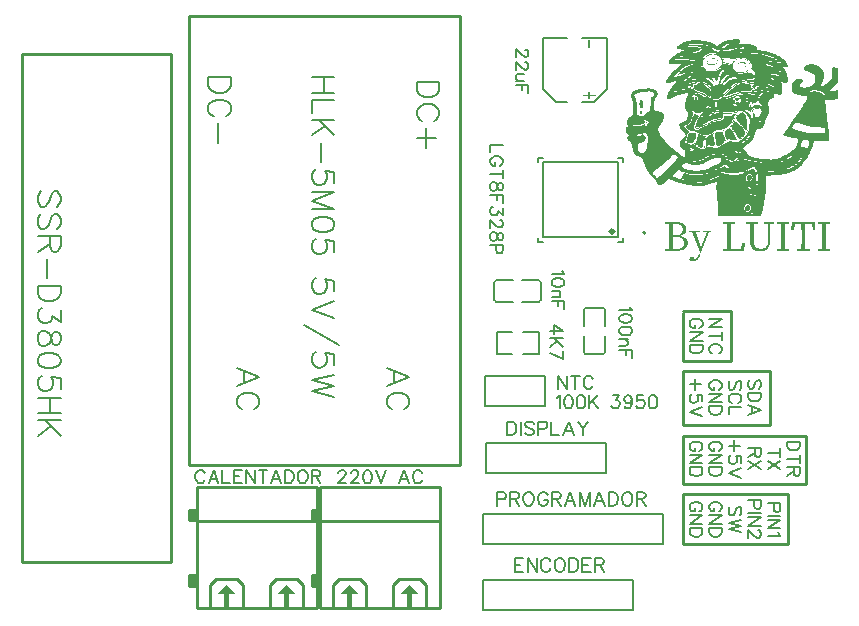
<source format=gto>
G04 Layer: TopSilkscreenLayer*
G04 EasyEDA v6.5.46, 2024-09-20 08:35:55*
G04 a7edf335d4994be98b658af7e20cc970,64d3660010d149859882a44b8c89f403,10*
G04 Gerber Generator version 0.2*
G04 Scale: 100 percent, Rotated: No, Reflected: No *
G04 Dimensions in millimeters *
G04 leading zeros omitted , absolute positions ,4 integer and 5 decimal *
%FSLAX45Y45*%
%MOMM*%

%ADD10C,0.1524*%
%ADD11C,0.2032*%
%ADD12C,0.1500*%
%ADD13C,0.2540*%
%ADD14C,0.2030*%
%ADD15C,0.2000*%
%ADD16C,0.3000*%
%ADD17C,0.0129*%

%LPD*%
G36*
X1522882Y1784807D02*
G01*
X1510131Y1784502D01*
X1495399Y1783283D01*
X1478838Y1781098D01*
X1460500Y1778000D01*
X1446631Y1775206D01*
X1434490Y1772259D01*
X1423771Y1769008D01*
X1414068Y1765350D01*
X1405077Y1761083D01*
X1396441Y1756105D01*
X1387754Y1750212D01*
X1378712Y1743303D01*
X1359865Y1728216D01*
X1330960Y1745843D01*
X1322578Y1750060D01*
X1313332Y1753920D01*
X1303274Y1757527D01*
X1292453Y1760778D01*
X1280972Y1763725D01*
X1268933Y1766366D01*
X1256487Y1768602D01*
X1243634Y1770583D01*
X1230477Y1772157D01*
X1217168Y1773377D01*
X1203756Y1774240D01*
X1190396Y1774748D01*
X1177086Y1774901D01*
X1163929Y1774647D01*
X1151077Y1774037D01*
X1138631Y1773021D01*
X1126591Y1771650D01*
X1115161Y1769821D01*
X1104341Y1767586D01*
X1094232Y1764995D01*
X1084986Y1761947D01*
X1070914Y1756003D01*
X1061872Y1751685D01*
X1053592Y1747418D01*
X1046073Y1743100D01*
X1039317Y1738884D01*
X1033424Y1734667D01*
X1028395Y1730502D01*
X1024229Y1726387D01*
X1020927Y1722424D01*
X1018590Y1718513D01*
X1017117Y1714754D01*
X1016660Y1711147D01*
X1016863Y1707642D01*
X1017625Y1704797D01*
X1019098Y1702511D01*
X1021587Y1700682D01*
X1025245Y1699260D01*
X1030224Y1698040D01*
X1036777Y1696974D01*
X1075029Y1692148D01*
X1079601Y1691386D01*
X1079957Y1690776D01*
X1078636Y1689557D01*
X1071676Y1685594D01*
X1059789Y1679956D01*
X1036269Y1670050D01*
X1021080Y1662836D01*
X1013815Y1659077D01*
X1000201Y1651152D01*
X987806Y1642872D01*
X976731Y1634337D01*
X967130Y1625701D01*
X962914Y1621383D01*
X959154Y1617116D01*
X955751Y1612849D01*
X952804Y1608582D01*
X950366Y1604467D01*
X948334Y1600352D01*
X946861Y1596390D01*
X945845Y1592478D01*
X945337Y1588770D01*
X945387Y1585112D01*
X945997Y1581658D01*
X947166Y1578356D01*
X948639Y1575968D01*
X950925Y1574139D01*
X954379Y1572818D01*
X959307Y1572006D01*
X966165Y1571599D01*
X975207Y1571599D01*
X1001471Y1572666D01*
X1052017Y1575358D01*
X997762Y1523034D01*
X987450Y1512722D01*
X967486Y1491488D01*
X958392Y1481226D01*
X950214Y1471625D01*
X942672Y1462176D01*
X988466Y1462176D01*
X989126Y1463852D01*
X992886Y1469136D01*
X999388Y1476552D01*
X1008075Y1485544D01*
X1018438Y1495602D01*
X1029868Y1506270D01*
X1041908Y1517091D01*
X1053947Y1527454D01*
X1065377Y1536903D01*
X1075791Y1544929D01*
X1084529Y1551076D01*
X1088085Y1553260D01*
X1091031Y1554784D01*
X1100124Y1558442D01*
X1111148Y1562303D01*
X1122629Y1566011D01*
X1143000Y1571853D01*
X1151077Y1575104D01*
X1157528Y1578660D01*
X1162202Y1582470D01*
X1165098Y1586382D01*
X1166012Y1590294D01*
X1164945Y1594205D01*
X1161745Y1597914D01*
X1160018Y1598980D01*
X1157376Y1599946D01*
X1149248Y1601622D01*
X1137310Y1603044D01*
X1121460Y1604162D01*
X1101699Y1605026D01*
X999236Y1606905D01*
X998423Y1607972D01*
X1000353Y1610664D01*
X1004417Y1614525D01*
X1010056Y1619148D01*
X1016812Y1624076D01*
X1023975Y1628901D01*
X1031138Y1633220D01*
X1039876Y1637487D01*
X1055979Y1643227D01*
X1081074Y1651406D01*
X1111808Y1660855D01*
X1168704Y1677720D01*
X1184757Y1682851D01*
X1197102Y1687118D01*
X1206042Y1690827D01*
X1212138Y1694078D01*
X1214272Y1695602D01*
X1215796Y1697075D01*
X1216812Y1698548D01*
X1217422Y1700022D01*
X1217574Y1701495D01*
X1217269Y1704289D01*
X1216152Y1706625D01*
X1214069Y1708556D01*
X1210767Y1710182D01*
X1206093Y1711604D01*
X1199794Y1712925D01*
X1191717Y1714144D01*
X1135634Y1720850D01*
X1085646Y1727352D01*
X1106627Y1735988D01*
X1113586Y1738172D01*
X1122629Y1739900D01*
X1133449Y1741271D01*
X1145794Y1742236D01*
X1159256Y1742846D01*
X1173632Y1743049D01*
X1188466Y1742846D01*
X1203604Y1742338D01*
X1218590Y1741424D01*
X1233220Y1740204D01*
X1247089Y1738630D01*
X1259941Y1736699D01*
X1271473Y1734464D01*
X1281379Y1731924D01*
X1287424Y1729841D01*
X1294079Y1727250D01*
X1308100Y1720799D01*
X1321714Y1713382D01*
X1327861Y1709623D01*
X1343050Y1699107D01*
X1351788Y1693519D01*
X1358544Y1689760D01*
X1362354Y1688388D01*
X1366012Y1690014D01*
X1372412Y1694484D01*
X1380591Y1701088D01*
X1389634Y1709166D01*
X1399438Y1717497D01*
X1407922Y1723288D01*
X1414678Y1726285D01*
X1419199Y1726184D01*
X1421892Y1725015D01*
X1423314Y1724964D01*
X1423466Y1725980D01*
X1422247Y1728063D01*
X1421638Y1730705D01*
X1423060Y1733550D01*
X1426159Y1736445D01*
X1430528Y1739087D01*
X1435760Y1741271D01*
X1441450Y1742897D01*
X1447139Y1743659D01*
X1452524Y1743405D01*
X1454861Y1741627D01*
X1452575Y1737969D01*
X1445666Y1732381D01*
X1427632Y1720748D01*
X1421942Y1716786D01*
X1417167Y1713026D01*
X1413256Y1709521D01*
X1410309Y1706219D01*
X1408226Y1703171D01*
X1407109Y1700326D01*
X1406906Y1697786D01*
X1407617Y1695500D01*
X1409242Y1693468D01*
X1411833Y1691741D01*
X1415389Y1690268D01*
X1417116Y1690014D01*
X1419860Y1689963D01*
X1427937Y1690624D01*
X1439011Y1692097D01*
X1452372Y1694332D01*
X1467358Y1697228D01*
X1500632Y1704238D01*
X1517345Y1707337D01*
X1533194Y1709877D01*
X1547774Y1711807D01*
X1560779Y1713128D01*
X1571853Y1713788D01*
X1580692Y1713788D01*
X1584147Y1713534D01*
X1586839Y1713077D01*
X1588871Y1712468D01*
X1590040Y1711604D01*
X1590446Y1710588D01*
X1589938Y1709420D01*
X1587246Y1707438D01*
X1582318Y1705356D01*
X1575866Y1703425D01*
X1560322Y1699920D01*
X1554683Y1697177D01*
X1551482Y1693468D01*
X1550466Y1688693D01*
X1550873Y1685137D01*
X1552041Y1681937D01*
X1554124Y1679092D01*
X1557070Y1676603D01*
X1561033Y1674469D01*
X1566011Y1672640D01*
X1572056Y1671167D01*
X1579270Y1669948D01*
X1587652Y1668983D01*
X1597304Y1668272D01*
X1634032Y1667357D01*
X1662480Y1665986D01*
X1675892Y1665071D01*
X1687779Y1663954D01*
X1697431Y1662785D01*
X1717802Y1659534D01*
X1717954Y1659331D01*
X1714093Y1659331D01*
X1689049Y1660702D01*
X1663293Y1661820D01*
X1625142Y1662785D01*
X1595272Y1663090D01*
X1579524Y1664004D01*
X1572564Y1664766D01*
X1566164Y1665732D01*
X1560423Y1666951D01*
X1555242Y1668322D01*
X1550720Y1669897D01*
X1546860Y1671624D01*
X1543608Y1673606D01*
X1541068Y1675688D01*
X1539138Y1677974D01*
X1537868Y1680413D01*
X1537309Y1683004D01*
X1537462Y1685747D01*
X1538274Y1688592D01*
X1539798Y1691639D01*
X1542034Y1694738D01*
X1544980Y1698040D01*
X1555140Y1707083D01*
X1555445Y1707794D01*
X1554988Y1708200D01*
X1551178Y1707997D01*
X1542745Y1706270D01*
X1479448Y1690471D01*
X1458976Y1685594D01*
X1442415Y1682242D01*
X1435506Y1681175D01*
X1429359Y1680565D01*
X1424025Y1680311D01*
X1419352Y1680514D01*
X1415389Y1681175D01*
X1411986Y1682242D01*
X1409192Y1683715D01*
X1406855Y1685645D01*
X1404975Y1688033D01*
X1403502Y1690878D01*
X1402384Y1694180D01*
X1400149Y1703832D01*
X1397508Y1705305D01*
X1392224Y1702003D01*
X1375613Y1687626D01*
X1368907Y1682750D01*
X1363370Y1679448D01*
X1359662Y1678228D01*
X1357934Y1678686D01*
X1355242Y1679956D01*
X1351788Y1681937D01*
X1342999Y1687830D01*
X1332687Y1695602D01*
X1321511Y1704441D01*
X1315161Y1708912D01*
X1301699Y1717243D01*
X1294942Y1720850D01*
X1288491Y1723999D01*
X1282547Y1726488D01*
X1277213Y1728266D01*
X1268374Y1730349D01*
X1258112Y1732229D01*
X1246632Y1733854D01*
X1234236Y1735226D01*
X1221181Y1736394D01*
X1207719Y1737309D01*
X1180744Y1738375D01*
X1155446Y1738426D01*
X1133856Y1737512D01*
X1125169Y1736699D01*
X1118209Y1735582D01*
X1113231Y1734261D01*
X1111605Y1733499D01*
X1110538Y1732686D01*
X1110132Y1731772D01*
X1110386Y1730857D01*
X1111351Y1729841D01*
X1113028Y1728774D01*
X1115618Y1727809D01*
X1119784Y1726946D01*
X1131722Y1725472D01*
X1147267Y1724456D01*
X1175410Y1723898D01*
X1185011Y1723440D01*
X1193495Y1722678D01*
X1200912Y1721612D01*
X1207262Y1720138D01*
X1212646Y1718310D01*
X1217066Y1716125D01*
X1220622Y1713534D01*
X1223314Y1710537D01*
X1225143Y1707083D01*
X1226210Y1703171D01*
X1226566Y1698853D01*
X1226464Y1696313D01*
X1226007Y1694027D01*
X1225245Y1691843D01*
X1224026Y1689862D01*
X1222349Y1687931D01*
X1220063Y1686102D01*
X1217218Y1684375D01*
X1213662Y1682597D01*
X1204315Y1679092D01*
X1191463Y1675333D01*
X1174648Y1671116D01*
X1139698Y1662988D01*
X1125524Y1659229D01*
X1111199Y1655114D01*
X1082954Y1646174D01*
X1069695Y1641551D01*
X1057402Y1636979D01*
X1046378Y1632559D01*
X1036878Y1628444D01*
X1029258Y1624634D01*
X1023721Y1621332D01*
X1021892Y1619859D01*
X1020673Y1618589D01*
X1020927Y1618030D01*
X1022451Y1617472D01*
X1028801Y1616405D01*
X1039164Y1615338D01*
X1052880Y1614373D01*
X1069238Y1613560D01*
X1106474Y1612341D01*
X1123899Y1611426D01*
X1139291Y1610207D01*
X1151839Y1608836D01*
X1160729Y1607312D01*
X1163624Y1606550D01*
X1165352Y1605788D01*
X1168247Y1602638D01*
X1170381Y1598117D01*
X1171498Y1592834D01*
X1171397Y1587449D01*
X1170533Y1583690D01*
X1168806Y1580337D01*
X1166012Y1577238D01*
X1161846Y1574190D01*
X1156055Y1571142D01*
X1148334Y1567789D01*
X1138478Y1564030D01*
X1119733Y1557477D01*
X1108202Y1553108D01*
X1097940Y1548688D01*
X1088593Y1543913D01*
X1079703Y1538579D01*
X1070864Y1532432D01*
X1061669Y1525219D01*
X1051712Y1516684D01*
X1039063Y1505204D01*
X1026363Y1493113D01*
X1017117Y1483664D01*
X1014120Y1480261D01*
X1012444Y1477975D01*
X1012139Y1476959D01*
X1013663Y1476908D01*
X1017219Y1477568D01*
X1029360Y1480769D01*
X1046734Y1486001D01*
X1092758Y1500886D01*
X1111504Y1506321D01*
X1118819Y1508048D01*
X1125016Y1509217D01*
X1130249Y1509725D01*
X1134668Y1509674D01*
X1138428Y1509115D01*
X1141730Y1507998D01*
X1144625Y1506372D01*
X1147419Y1504289D01*
X1149908Y1501952D01*
X1151788Y1499565D01*
X1153109Y1497126D01*
X1153769Y1494536D01*
X1153718Y1491843D01*
X1153007Y1488998D01*
X1151585Y1485900D01*
X1149350Y1482547D01*
X1146403Y1478940D01*
X1142593Y1474978D01*
X1137970Y1470660D01*
X1126083Y1460754D01*
X1117748Y1454353D01*
X1265631Y1454353D01*
X1266647Y1455623D01*
X1268730Y1456283D01*
X1271828Y1456334D01*
X1275892Y1455623D01*
X1280972Y1454099D01*
X1287018Y1451711D01*
X1290980Y1449730D01*
X1295349Y1446987D01*
X1300073Y1443685D01*
X1304950Y1439926D01*
X1309827Y1435811D01*
X1314602Y1431442D01*
X1319072Y1426972D01*
X1336243Y1407820D01*
X1338173Y1406398D01*
X1339088Y1406601D01*
X1339088Y1408379D01*
X1337056Y1416354D01*
X1334262Y1423619D01*
X1329893Y1432204D01*
X1324559Y1440992D01*
X1313840Y1456131D01*
X1310233Y1462735D01*
X1308455Y1468120D01*
X1308811Y1471472D01*
X1310640Y1472438D01*
X1313332Y1471879D01*
X1316837Y1470050D01*
X1320850Y1467154D01*
X1325321Y1463294D01*
X1329944Y1458722D01*
X1334668Y1453642D01*
X1339189Y1448155D01*
X1343355Y1442516D01*
X1347063Y1436928D01*
X1350060Y1431493D01*
X1352194Y1426514D01*
X1357426Y1411224D01*
X1357985Y1426870D01*
X1358341Y1431747D01*
X1359052Y1437030D01*
X1361490Y1448460D01*
X1365046Y1460703D01*
X1369517Y1473098D01*
X1374698Y1485239D01*
X1380388Y1496466D01*
X1383334Y1501597D01*
X1389380Y1510538D01*
X1392377Y1514246D01*
X1397965Y1520088D01*
X1402994Y1524660D01*
X1407414Y1527962D01*
X1411224Y1529892D01*
X1414322Y1530502D01*
X1416608Y1529740D01*
X1418031Y1527556D01*
X1418488Y1523898D01*
X1417574Y1520545D01*
X1414983Y1516380D01*
X1411122Y1511960D01*
X1403553Y1505254D01*
X1400759Y1502054D01*
X1397965Y1498295D01*
X1395272Y1494028D01*
X1390192Y1484122D01*
X1387856Y1478584D01*
X1383690Y1466748D01*
X1380337Y1454150D01*
X1379016Y1447749D01*
X1377950Y1441297D01*
X1376680Y1428597D01*
X1376121Y1410208D01*
X1375870Y1408887D01*
X1382522Y1408887D01*
X1383030Y1411884D01*
X1384452Y1415897D01*
X1386687Y1420723D01*
X1393088Y1432102D01*
X1401267Y1444548D01*
X1410309Y1456690D01*
X1419199Y1467002D01*
X1423263Y1471015D01*
X1428953Y1475486D01*
X1435100Y1479296D01*
X1441297Y1482242D01*
X1447241Y1484274D01*
X1452473Y1485290D01*
X1456690Y1485188D01*
X1459484Y1483817D01*
X1460500Y1481175D01*
X1458925Y1478635D01*
X1454607Y1474470D01*
X1448155Y1469339D01*
X1436065Y1460550D01*
X1431544Y1456639D01*
X1426921Y1452168D01*
X1422349Y1447292D01*
X1417980Y1442161D01*
X1413967Y1436979D01*
X1410360Y1431798D01*
X1402892Y1419453D01*
X1398473Y1413256D01*
X1394307Y1408430D01*
X1390497Y1405077D01*
X1387246Y1403350D01*
X1384757Y1403299D01*
X1383080Y1405128D01*
X1382522Y1408887D01*
X1375870Y1408887D01*
X1374749Y1402994D01*
X1373587Y1401724D01*
X1406956Y1401724D01*
X1407414Y1404010D01*
X1408633Y1406804D01*
X1410614Y1410004D01*
X1416507Y1417320D01*
X1420266Y1421384D01*
X1429054Y1429715D01*
X1438910Y1438046D01*
X1449374Y1445717D01*
X1454607Y1449171D01*
X1459788Y1452219D01*
X1464767Y1454810D01*
X1469491Y1456893D01*
X1473962Y1458417D01*
X1483055Y1460601D01*
X1491843Y1462024D01*
X1500073Y1462735D01*
X1507490Y1462735D01*
X1513941Y1462024D01*
X1519123Y1460601D01*
X1522882Y1458518D01*
X1525016Y1455724D01*
X1524965Y1453083D01*
X1522679Y1451051D01*
X1518208Y1449832D01*
X1505661Y1449120D01*
X1499463Y1448409D01*
X1493113Y1447190D01*
X1486712Y1445463D01*
X1480261Y1443329D01*
X1473809Y1440789D01*
X1467408Y1437792D01*
X1461058Y1434388D01*
X1454759Y1430578D01*
X1448612Y1426413D01*
X1442618Y1421841D01*
X1428445Y1409801D01*
X1420825Y1403959D01*
X1414830Y1399997D01*
X1411325Y1398524D01*
X1408887Y1398930D01*
X1407414Y1399997D01*
X1406956Y1401724D01*
X1373587Y1401724D01*
X1372006Y1399997D01*
X1367536Y1400352D01*
X1364030Y1401064D01*
X1361186Y1400810D01*
X1359255Y1399743D01*
X1357833Y1395933D01*
X1355902Y1394815D01*
X1353007Y1394561D01*
X1345793Y1395984D01*
X1342999Y1395374D01*
X1341170Y1393647D01*
X1340561Y1390751D01*
X1340053Y1386382D01*
X1338630Y1383944D01*
X1336395Y1383334D01*
X1333449Y1384503D01*
X1329893Y1387449D01*
X1325829Y1392021D01*
X1321409Y1398168D01*
X1313586Y1410919D01*
X1309928Y1415846D01*
X1305966Y1420622D01*
X1301648Y1425092D01*
X1297076Y1429258D01*
X1292402Y1432966D01*
X1287627Y1436217D01*
X1277061Y1442059D01*
X1272489Y1445056D01*
X1269085Y1447901D01*
X1266799Y1450441D01*
X1265682Y1452626D01*
X1265631Y1454353D01*
X1117748Y1454353D01*
X1085088Y1430477D01*
X1070864Y1419809D01*
X1058367Y1410106D01*
X1047496Y1401216D01*
X1038098Y1392986D01*
X1029919Y1385265D01*
X1022908Y1377899D01*
X1016812Y1370736D01*
X1011529Y1363675D01*
X1006607Y1356106D01*
X1052372Y1356106D01*
X1055624Y1357833D01*
X1061415Y1359560D01*
X1068222Y1361033D01*
X1075283Y1362100D01*
X1081684Y1362557D01*
X1088085Y1363573D01*
X1094536Y1366062D01*
X1100683Y1369669D01*
X1106220Y1374089D01*
X1110792Y1379067D01*
X1114044Y1384249D01*
X1115669Y1389278D01*
X1115263Y1393850D01*
X1114704Y1396949D01*
X1115110Y1399997D01*
X1116482Y1403045D01*
X1118666Y1405991D01*
X1121714Y1408836D01*
X1125524Y1411579D01*
X1130046Y1414170D01*
X1135278Y1416507D01*
X1141069Y1418640D01*
X1147470Y1420520D01*
X1154379Y1422095D01*
X1161745Y1423365D01*
X1163624Y1423212D01*
X1165758Y1422298D01*
X1167841Y1420825D01*
X1169619Y1418894D01*
X1169822Y1416812D01*
X1167434Y1415186D01*
X1162862Y1414068D01*
X1149045Y1413002D01*
X1141374Y1411478D01*
X1134262Y1409192D01*
X1128674Y1406448D01*
X1123035Y1402486D01*
X1121003Y1399794D01*
X1122578Y1397457D01*
X1127709Y1394714D01*
X1132332Y1391767D01*
X1132840Y1388211D01*
X1128776Y1382928D01*
X1119530Y1374698D01*
X1114552Y1370736D01*
X1134059Y1370736D01*
X1135126Y1372819D01*
X1137920Y1375105D01*
X1142136Y1377899D01*
X1147267Y1381912D01*
X1150670Y1386128D01*
X1152144Y1390345D01*
X1150823Y1398117D01*
X1152906Y1401165D01*
X1157986Y1403502D01*
X1173835Y1407210D01*
X1180490Y1409852D01*
X1185570Y1413002D01*
X1188364Y1416253D01*
X1190244Y1419656D01*
X1192580Y1421942D01*
X1195679Y1423162D01*
X1199896Y1423162D01*
X1205534Y1421993D01*
X1213002Y1419606D01*
X1222603Y1415897D01*
X1241907Y1407718D01*
X1255115Y1401318D01*
X1266748Y1394764D01*
X1276858Y1388008D01*
X1281379Y1384503D01*
X1285544Y1380947D01*
X1289354Y1377340D01*
X1292758Y1373581D01*
X1295857Y1369771D01*
X1298600Y1365859D01*
X1301038Y1361795D01*
X1303121Y1357680D01*
X1304848Y1353413D01*
X1306271Y1348994D01*
X1307388Y1344472D01*
X1308201Y1339799D01*
X1308709Y1334973D01*
X1308912Y1329994D01*
X1308811Y1324864D01*
X1307744Y1314043D01*
X1305763Y1303426D01*
X1303426Y1294688D01*
X1300988Y1288796D01*
X1298702Y1286662D01*
X1297025Y1287119D01*
X1294028Y1288389D01*
X1284884Y1293164D01*
X1272692Y1300276D01*
X1243838Y1317802D01*
X1229461Y1325676D01*
X1217168Y1331671D01*
X1212291Y1333652D01*
X1204925Y1335938D01*
X1194663Y1339646D01*
X1181912Y1344828D01*
X1168095Y1350924D01*
X1150772Y1359154D01*
X1142949Y1363116D01*
X1137716Y1366164D01*
X1134821Y1368602D01*
X1134059Y1370736D01*
X1114552Y1370736D01*
X1109573Y1367332D01*
X1104442Y1364488D01*
X1099007Y1362100D01*
X1093266Y1360119D01*
X1087018Y1358544D01*
X1080109Y1357325D01*
X1072540Y1356360D01*
X1060907Y1355394D01*
X1054150Y1355293D01*
X1052372Y1356106D01*
X1006607Y1356106D01*
X1003503Y1351026D01*
X1001369Y1347012D01*
X1000760Y1344422D01*
X1001979Y1343202D01*
X1005382Y1343202D01*
X1011224Y1344371D01*
X1031646Y1349857D01*
X1034287Y1350213D01*
X1032662Y1348841D01*
X1027176Y1345996D01*
X1018286Y1341831D01*
X1008126Y1337716D01*
X999286Y1334770D01*
X992632Y1333347D01*
X989177Y1333652D01*
X989076Y1337005D01*
X991565Y1343710D01*
X996187Y1352854D01*
X1002537Y1363421D01*
X1007567Y1370482D01*
X1014018Y1378153D01*
X1021842Y1386382D01*
X1031138Y1395323D01*
X1042009Y1404924D01*
X1054404Y1415338D01*
X1068425Y1426464D01*
X1129639Y1473047D01*
X1146302Y1486052D01*
X1148588Y1488084D01*
X1147013Y1494028D01*
X1143000Y1499616D01*
X1137513Y1503730D01*
X1131722Y1505305D01*
X1126845Y1504492D01*
X1117955Y1502105D01*
X1091234Y1493621D01*
X1074775Y1487982D01*
X1039926Y1475536D01*
X1024077Y1470253D01*
X1010361Y1465935D01*
X999439Y1462887D01*
X992022Y1461211D01*
X989787Y1461008D01*
X988720Y1461211D01*
X988466Y1462176D01*
X942672Y1462176D01*
X937818Y1455572D01*
X930148Y1443634D01*
X926033Y1436674D01*
X923340Y1431340D01*
X921918Y1427175D01*
X921715Y1423873D01*
X922731Y1421079D01*
X924814Y1418488D01*
X927862Y1415694D01*
X931214Y1413052D01*
X934313Y1411173D01*
X937615Y1410157D01*
X941527Y1409954D01*
X946505Y1410665D01*
X952906Y1412189D01*
X985469Y1422349D01*
X997508Y1425803D01*
X1006703Y1428191D01*
X1011682Y1429054D01*
X1012139Y1427226D01*
X1008887Y1422298D01*
X1002588Y1414983D01*
X990041Y1402232D01*
X982167Y1392783D01*
X973988Y1381506D01*
X965809Y1368907D01*
X957884Y1355547D01*
X950518Y1341932D01*
X944067Y1328674D01*
X941222Y1322324D01*
X936650Y1310589D01*
X934974Y1305356D01*
X933703Y1300581D01*
X932891Y1296416D01*
X932637Y1292860D01*
X932840Y1289405D01*
X933450Y1286459D01*
X934516Y1284020D01*
X936040Y1282090D01*
X938072Y1280617D01*
X940612Y1279702D01*
X943762Y1279245D01*
X947572Y1279347D01*
X951992Y1279956D01*
X957122Y1281074D01*
X962914Y1282700D01*
X976934Y1287576D01*
X994206Y1294587D01*
X1012698Y1302512D01*
X1029360Y1309166D01*
X1045210Y1314805D01*
X1060094Y1319479D01*
X1073607Y1323086D01*
X1085596Y1325575D01*
X1095705Y1326896D01*
X1099972Y1327099D01*
X1103731Y1326946D01*
X1106830Y1326540D01*
X1109319Y1325778D01*
X1111097Y1324660D01*
X1112215Y1323238D01*
X1112621Y1321409D01*
X1112113Y1318158D01*
X1110843Y1314754D01*
X1108913Y1311554D01*
X1106525Y1308963D01*
X1105154Y1307134D01*
X1103477Y1303782D01*
X1099566Y1293469D01*
X1097432Y1286865D01*
X1093266Y1271676D01*
X1089609Y1255522D01*
X1088804Y1251051D01*
X1125575Y1251051D01*
X1125778Y1255471D01*
X1126439Y1258163D01*
X1127404Y1258874D01*
X1128572Y1257401D01*
X1129538Y1254455D01*
X1129842Y1251051D01*
X1129538Y1247648D01*
X1128572Y1244701D01*
X1127404Y1243228D01*
X1126439Y1243939D01*
X1125778Y1246632D01*
X1125575Y1251051D01*
X1088804Y1251051D01*
X1087221Y1240586D01*
X1086510Y1233576D01*
X1086121Y1222654D01*
X1119073Y1222654D01*
X1119174Y1226210D01*
X1119835Y1228648D01*
X1120851Y1229766D01*
X1122222Y1229360D01*
X1123391Y1227632D01*
X1123848Y1225194D01*
X1123645Y1222451D01*
X1122730Y1219606D01*
X1121359Y1217523D01*
X1120292Y1217371D01*
X1119530Y1219098D01*
X1119073Y1222654D01*
X1086121Y1222654D01*
X1086358Y1214170D01*
X1087018Y1208176D01*
X1087983Y1202436D01*
X1089304Y1196848D01*
X1090930Y1191463D01*
X1092911Y1186281D01*
X1095248Y1181252D01*
X1097940Y1176324D01*
X1100988Y1171549D01*
X1106525Y1163777D01*
X1108202Y1160526D01*
X1109472Y1157071D01*
X1110284Y1153312D01*
X1110589Y1149248D01*
X1110488Y1144727D01*
X1109929Y1139698D01*
X1108862Y1134160D01*
X1107338Y1127963D01*
X1105306Y1121105D01*
X1099769Y1105001D01*
X1095959Y1096822D01*
X1090980Y1091285D01*
X1083818Y1087729D01*
X1065022Y1083462D01*
X1056487Y1080465D01*
X1049020Y1076858D01*
X1043635Y1073048D01*
X1038758Y1067511D01*
X1036828Y1061770D01*
X1037742Y1054049D01*
X1041298Y1042720D01*
X1043228Y1038047D01*
X1045971Y1032814D01*
X1049375Y1027176D01*
X1053287Y1021334D01*
X1057605Y1015441D01*
X1062228Y1009751D01*
X1066952Y1004366D01*
X1077823Y993444D01*
X1082751Y988060D01*
X1086510Y983183D01*
X1089050Y978712D01*
X1090320Y974496D01*
X1090422Y970432D01*
X1089202Y966266D01*
X1086713Y961999D01*
X1082954Y957376D01*
X1077874Y952347D01*
X1071422Y946708D01*
X1056843Y934821D01*
X1051509Y929995D01*
X1047496Y925525D01*
X1044600Y921207D01*
X1042619Y916686D01*
X1041400Y911656D01*
X1040790Y905814D01*
X1040668Y900226D01*
X1076045Y900226D01*
X1076452Y904138D01*
X1078026Y907948D01*
X1080871Y911555D01*
X1084986Y914958D01*
X1088186Y917956D01*
X1090320Y921562D01*
X1091184Y925220D01*
X1090269Y930656D01*
X1090625Y933958D01*
X1091590Y938276D01*
X1093114Y943356D01*
X1097635Y955395D01*
X1103782Y968705D01*
X1120292Y1001623D01*
X1098092Y1022451D01*
X1089660Y1030986D01*
X1083106Y1038860D01*
X1079042Y1045159D01*
X1078179Y1049020D01*
X1080566Y1051610D01*
X1085342Y1054354D01*
X1091895Y1056894D01*
X1103680Y1060094D01*
X1107643Y1061466D01*
X1111351Y1063142D01*
X1114755Y1065174D01*
X1118006Y1067612D01*
X1121003Y1070406D01*
X1123797Y1073607D01*
X1126439Y1077264D01*
X1128928Y1081379D01*
X1131265Y1086002D01*
X1133500Y1091133D01*
X1137615Y1103122D01*
X1141476Y1117549D01*
X1144930Y1132484D01*
X1148537Y1144574D01*
X1150416Y1149604D01*
X1152245Y1153769D01*
X1154023Y1156919D01*
X1155700Y1158900D01*
X1157122Y1159611D01*
X1159611Y1159865D01*
X1160475Y1160576D01*
X1159764Y1161745D01*
X1152448Y1166977D01*
X1147114Y1171854D01*
X1141628Y1177594D01*
X1136396Y1183792D01*
X1131773Y1190040D01*
X1128014Y1195882D01*
X1125524Y1200912D01*
X1124610Y1204722D01*
X1125474Y1206500D01*
X1127709Y1205280D01*
X1131062Y1201369D01*
X1137869Y1191107D01*
X1141425Y1187145D01*
X1145641Y1183182D01*
X1150416Y1179322D01*
X1155649Y1175613D01*
X1161237Y1172108D01*
X1167130Y1168857D01*
X1173175Y1165860D01*
X1179271Y1163218D01*
X1185316Y1160932D01*
X1191260Y1159103D01*
X1197000Y1157681D01*
X1202334Y1156817D01*
X1207262Y1156512D01*
X1211681Y1156817D01*
X1215440Y1157782D01*
X1217371Y1158798D01*
X1223264Y1163269D01*
X1231544Y1170432D01*
X1241552Y1179880D01*
X1252880Y1191056D01*
X1264869Y1203502D01*
X1315364Y1258011D01*
X1261618Y1290878D01*
X1248359Y1298651D01*
X1223670Y1312265D01*
X1213408Y1317498D01*
X1205484Y1321104D01*
X1196594Y1324254D01*
X1191717Y1325473D01*
X1187551Y1325727D01*
X1183640Y1324864D01*
X1179525Y1322679D01*
X1174800Y1319072D01*
X1169060Y1313840D01*
X1157325Y1302207D01*
X1148791Y1292758D01*
X1142661Y1285240D01*
X1160983Y1285240D01*
X1161237Y1292809D01*
X1164844Y1298752D01*
X1168501Y1300784D01*
X1172921Y1301699D01*
X1177747Y1301496D01*
X1182624Y1300378D01*
X1187145Y1298448D01*
X1191056Y1295755D01*
X1193901Y1292504D01*
X1195374Y1288745D01*
X1195476Y1283411D01*
X1194104Y1278585D01*
X1191514Y1274470D01*
X1187958Y1271320D01*
X1183690Y1269238D01*
X1179068Y1268425D01*
X1174242Y1269085D01*
X1169619Y1271422D01*
X1163878Y1277620D01*
X1160983Y1285240D01*
X1142661Y1285240D01*
X1138986Y1280160D01*
X1136954Y1276908D01*
X1135684Y1274318D01*
X1133449Y1268526D01*
X1132230Y1266596D01*
X1131620Y1268730D01*
X1131214Y1274876D01*
X1131874Y1278890D01*
X1134008Y1283919D01*
X1137462Y1289608D01*
X1141933Y1295755D01*
X1147216Y1302156D01*
X1153058Y1308506D01*
X1159205Y1314602D01*
X1165453Y1320139D01*
X1171498Y1324914D01*
X1177188Y1328674D01*
X1182217Y1331163D01*
X1186383Y1332077D01*
X1190548Y1331925D01*
X1195222Y1331214D01*
X1200404Y1329893D01*
X1206042Y1328115D01*
X1212088Y1325778D01*
X1218539Y1322984D01*
X1225296Y1319733D01*
X1232357Y1316024D01*
X1239621Y1311910D01*
X1254810Y1302410D01*
X1280414Y1285036D01*
X1292148Y1277467D01*
X1302105Y1271422D01*
X1322273Y1260195D01*
X1300683Y1233627D01*
X1284986Y1215948D01*
X1260500Y1190091D01*
X1241348Y1170635D01*
X1231950Y1160322D01*
X1223060Y1149959D01*
X1215085Y1140053D01*
X1208582Y1131214D01*
X1203909Y1123899D01*
X1196644Y1110386D01*
X1189837Y1096416D01*
X1183640Y1082548D01*
X1178356Y1069390D01*
X1174140Y1057503D01*
X1171295Y1047445D01*
X1170132Y1041400D01*
X1179982Y1041400D01*
X1180084Y1044448D01*
X1181303Y1051610D01*
X1183741Y1060094D01*
X1187246Y1069644D01*
X1191768Y1080058D01*
X1197254Y1091184D01*
X1203553Y1102817D01*
X1210614Y1114704D01*
X1218387Y1126642D01*
X1226667Y1138478D01*
X1235506Y1150010D01*
X1243685Y1159814D01*
X1252220Y1169212D01*
X1262126Y1179525D01*
X1284478Y1201623D01*
X1307592Y1223162D01*
X1318463Y1232865D01*
X1328318Y1241298D01*
X1336802Y1248206D01*
X1343507Y1253134D01*
X1348079Y1255776D01*
X1349400Y1256131D01*
X1351889Y1254709D01*
X1353464Y1250645D01*
X1354074Y1244295D01*
X1353312Y1231493D01*
X1353372Y1226616D01*
X1360779Y1226616D01*
X1360881Y1232052D01*
X1361795Y1237335D01*
X1363827Y1243634D01*
X1366621Y1249781D01*
X1370025Y1255572D01*
X1373835Y1260703D01*
X1377950Y1265072D01*
X1382115Y1268476D01*
X1386230Y1270609D01*
X1390091Y1271422D01*
X1391310Y1270711D01*
X1390345Y1268780D01*
X1387449Y1265936D01*
X1382826Y1262481D01*
X1379169Y1259433D01*
X1376291Y1256131D01*
X1484223Y1256131D01*
X1484731Y1261618D01*
X1485798Y1266952D01*
X1487424Y1272133D01*
X1489557Y1277061D01*
X1492250Y1281633D01*
X1495501Y1285798D01*
X1499209Y1289405D01*
X1505051Y1293977D01*
X1510588Y1297482D01*
X1515973Y1299870D01*
X1521358Y1301191D01*
X1526844Y1301496D01*
X1532585Y1300784D01*
X1538681Y1299108D01*
X1545336Y1296416D01*
X1549958Y1293672D01*
X1553057Y1290370D01*
X1554480Y1286916D01*
X1554022Y1283462D01*
X1553108Y1280769D01*
X1553311Y1279042D01*
X1554480Y1278432D01*
X1559509Y1279855D01*
X1561439Y1278686D01*
X1562303Y1275994D01*
X1562201Y1272082D01*
X1561134Y1267409D01*
X1559204Y1262227D01*
X1556461Y1256944D01*
X1552905Y1251915D01*
X1547622Y1246784D01*
X1541780Y1243431D01*
X1535125Y1241856D01*
X1527403Y1241856D01*
X1519326Y1243279D01*
X1514449Y1245971D01*
X1512112Y1250899D01*
X1511503Y1258671D01*
X1512011Y1266698D01*
X1514246Y1271168D01*
X1519123Y1272997D01*
X1534972Y1273048D01*
X1539849Y1274267D01*
X1542389Y1276756D01*
X1542897Y1280668D01*
X1541576Y1284427D01*
X1538274Y1287068D01*
X1533042Y1288694D01*
X1525828Y1289202D01*
X1519478Y1288999D01*
X1514297Y1288440D01*
X1510842Y1287627D01*
X1509623Y1286662D01*
X1509318Y1284681D01*
X1506931Y1276705D01*
X1502460Y1265072D01*
X1500479Y1262583D01*
X1498498Y1264005D01*
X1495907Y1269136D01*
X1493824Y1272235D01*
X1492351Y1271219D01*
X1491437Y1265885D01*
X1490980Y1256131D01*
X1491183Y1246987D01*
X1492097Y1241145D01*
X1493621Y1238758D01*
X1495755Y1240028D01*
X1498396Y1243076D01*
X1500530Y1243888D01*
X1502410Y1242466D01*
X1504442Y1238758D01*
X1506575Y1235659D01*
X1509725Y1233068D01*
X1513433Y1231341D01*
X1520850Y1230325D01*
X1523796Y1229207D01*
X1525727Y1227582D01*
X1526489Y1225651D01*
X1525219Y1222756D01*
X1521764Y1221028D01*
X1516837Y1220368D01*
X1510995Y1220724D01*
X1504848Y1221994D01*
X1499006Y1224076D01*
X1494078Y1226870D01*
X1490675Y1230376D01*
X1488186Y1235049D01*
X1486255Y1240078D01*
X1484985Y1245311D01*
X1484325Y1250696D01*
X1484223Y1256131D01*
X1376291Y1256131D01*
X1373581Y1251813D01*
X1371701Y1247394D01*
X1370380Y1242618D01*
X1369568Y1237538D01*
X1369314Y1232204D01*
X1369568Y1226769D01*
X1370330Y1221181D01*
X1371549Y1215593D01*
X1373276Y1210005D01*
X1375410Y1204518D01*
X1378000Y1199184D01*
X1380998Y1194054D01*
X1384401Y1189177D01*
X1388160Y1184656D01*
X1392326Y1180490D01*
X1396847Y1176832D01*
X1401673Y1173632D01*
X1406855Y1171041D01*
X1410411Y1169771D01*
X1414881Y1168603D01*
X1426006Y1166672D01*
X1438706Y1165352D01*
X1451508Y1164894D01*
X1458620Y1165047D01*
X1472488Y1166063D01*
X1485950Y1167993D01*
X1498904Y1170838D01*
X1505153Y1172565D01*
X1517192Y1176680D01*
X1528622Y1181608D01*
X1534058Y1184351D01*
X1544370Y1190447D01*
X1553870Y1197305D01*
X1558290Y1200962D01*
X1562455Y1204823D01*
X1566418Y1208887D01*
X1570126Y1213053D01*
X1573631Y1217422D01*
X1576832Y1221943D01*
X1584502Y1234135D01*
X1587804Y1238351D01*
X1589379Y1239012D01*
X1588922Y1235811D01*
X1587093Y1230934D01*
X1584553Y1225905D01*
X1581353Y1220673D01*
X1577543Y1215339D01*
X1573123Y1210005D01*
X1568246Y1204620D01*
X1562912Y1199388D01*
X1557223Y1194257D01*
X1551178Y1189278D01*
X1544878Y1184605D01*
X1538325Y1180236D01*
X1526997Y1173734D01*
X1522425Y1171498D01*
X1513230Y1167841D01*
X1508404Y1166368D01*
X1503324Y1165098D01*
X1491945Y1163116D01*
X1478229Y1161643D01*
X1461465Y1160627D01*
X1442872Y1159814D01*
X1429258Y1159764D01*
X1423924Y1160119D01*
X1419301Y1160678D01*
X1415186Y1161592D01*
X1411427Y1162812D01*
X1407871Y1164386D01*
X1404315Y1166368D01*
X1396542Y1171600D01*
X1390345Y1176324D01*
X1384706Y1181354D01*
X1379575Y1186688D01*
X1375003Y1192174D01*
X1370990Y1197864D01*
X1367637Y1203604D01*
X1364894Y1209446D01*
X1362811Y1215237D01*
X1361440Y1220978D01*
X1360779Y1226616D01*
X1353372Y1226616D01*
X1353820Y1221892D01*
X1354632Y1217066D01*
X1355750Y1212291D01*
X1357223Y1207770D01*
X1358950Y1203553D01*
X1365148Y1192276D01*
X1367993Y1186484D01*
X1369517Y1182116D01*
X1369568Y1178966D01*
X1368145Y1176832D01*
X1365199Y1175562D01*
X1360678Y1174953D01*
X1354531Y1174800D01*
X1350213Y1174445D01*
X1345793Y1173429D01*
X1341069Y1171752D01*
X1336090Y1169314D01*
X1330807Y1166114D01*
X1325168Y1162151D01*
X1319072Y1157376D01*
X1312519Y1151788D01*
X1304036Y1144066D01*
X1297279Y1137412D01*
X1292148Y1131722D01*
X1288694Y1127099D01*
X1286865Y1123492D01*
X1286764Y1120902D01*
X1288338Y1119378D01*
X1291539Y1118819D01*
X1294130Y1119886D01*
X1297533Y1122730D01*
X1301242Y1126896D01*
X1307998Y1136497D01*
X1311757Y1140968D01*
X1316024Y1145387D01*
X1320698Y1149654D01*
X1325626Y1153718D01*
X1330756Y1157478D01*
X1335938Y1160881D01*
X1341120Y1163878D01*
X1346098Y1166317D01*
X1350822Y1168146D01*
X1355140Y1169263D01*
X1359001Y1169670D01*
X1364234Y1168958D01*
X1369974Y1166876D01*
X1375867Y1163828D01*
X1381556Y1160018D01*
X1386687Y1155750D01*
X1390751Y1151331D01*
X1393494Y1147013D01*
X1394510Y1143152D01*
X1393799Y1141628D01*
X1391767Y1142085D01*
X1388821Y1144320D01*
X1381252Y1152347D01*
X1377035Y1155547D01*
X1372514Y1157833D01*
X1367739Y1159205D01*
X1362608Y1159611D01*
X1357223Y1159103D01*
X1351534Y1157681D01*
X1345539Y1155293D01*
X1339240Y1151991D01*
X1332585Y1147724D01*
X1325626Y1142542D01*
X1309878Y1129284D01*
X1302359Y1123696D01*
X1295857Y1119784D01*
X1290472Y1117498D01*
X1286205Y1116888D01*
X1283106Y1117904D01*
X1281176Y1120597D01*
X1280566Y1124966D01*
X1281379Y1128064D01*
X1283716Y1132128D01*
X1287272Y1136954D01*
X1291894Y1142288D01*
X1297381Y1147978D01*
X1303426Y1153769D01*
X1309827Y1159459D01*
X1316431Y1164894D01*
X1322933Y1169822D01*
X1329131Y1174038D01*
X1334770Y1177391D01*
X1339697Y1179576D01*
X1345539Y1181658D01*
X1349806Y1183487D01*
X1352651Y1185265D01*
X1354124Y1187297D01*
X1354328Y1189939D01*
X1353413Y1193393D01*
X1348536Y1203960D01*
X1345336Y1211732D01*
X1343101Y1219504D01*
X1342085Y1226413D01*
X1342491Y1231493D01*
X1343406Y1234897D01*
X1343660Y1237437D01*
X1343355Y1239215D01*
X1342339Y1240129D01*
X1340764Y1240231D01*
X1338478Y1239469D01*
X1335481Y1237843D01*
X1327454Y1232052D01*
X1316482Y1222705D01*
X1303934Y1211224D01*
X1292504Y1200302D01*
X1281531Y1189431D01*
X1271117Y1178661D01*
X1261262Y1168044D01*
X1251966Y1157528D01*
X1243279Y1147216D01*
X1235202Y1137107D01*
X1227734Y1127201D01*
X1220927Y1117549D01*
X1214831Y1108151D01*
X1209395Y1099058D01*
X1204722Y1090320D01*
X1200759Y1081938D01*
X1196187Y1070406D01*
X1191310Y1056944D01*
X1188059Y1046378D01*
X1187145Y1042568D01*
X1186789Y1040028D01*
X1186992Y1038809D01*
X1189380Y1038707D01*
X1193850Y1040130D01*
X1199794Y1042771D01*
X1218742Y1053134D01*
X1240688Y1064615D01*
X1265682Y1077163D01*
X1289964Y1088999D01*
X1309725Y1098143D01*
X1317701Y1101394D01*
X1327962Y1104696D01*
X1339748Y1107744D01*
X1351584Y1110183D01*
X1362862Y1112062D01*
X1368348Y1113332D01*
X1373479Y1114856D01*
X1378153Y1116584D01*
X1382369Y1118565D01*
X1386027Y1120749D01*
X1389126Y1123035D01*
X1395018Y1129284D01*
X1397863Y1131468D01*
X1399794Y1131925D01*
X1400505Y1130503D01*
X1399692Y1126439D01*
X1397203Y1122476D01*
X1393342Y1118666D01*
X1388211Y1115161D01*
X1381912Y1111961D01*
X1374698Y1109218D01*
X1366621Y1107033D01*
X1352448Y1104442D01*
X1345996Y1102817D01*
X1338783Y1100632D01*
X1323086Y1094994D01*
X1315059Y1091692D01*
X1307236Y1088186D01*
X1284122Y1076807D01*
X1260754Y1066088D01*
X1239316Y1057046D01*
X1228598Y1052880D01*
X1216964Y1047851D01*
X1207566Y1043178D01*
X1204010Y1041146D01*
X1201470Y1039418D01*
X1197660Y1035862D01*
X1194358Y1034034D01*
X1190498Y1032814D01*
X1186586Y1032408D01*
X1184554Y1032662D01*
X1182878Y1033475D01*
X1181608Y1034745D01*
X1180744Y1036523D01*
X1180185Y1038758D01*
X1179982Y1041400D01*
X1170132Y1041400D01*
X1169873Y1037082D01*
X1170330Y1035151D01*
X1172413Y1031646D01*
X1175156Y1028852D01*
X1178458Y1026871D01*
X1182268Y1025652D01*
X1186484Y1025245D01*
X1191006Y1025652D01*
X1195882Y1026921D01*
X1203858Y1030427D01*
X1243126Y1048766D01*
X1262227Y1057910D01*
X1303274Y1078382D01*
X1313688Y1083056D01*
X1324914Y1087526D01*
X1336243Y1091641D01*
X1347114Y1095044D01*
X1356969Y1097635D01*
X1378153Y1102106D01*
X1384757Y1103934D01*
X1390294Y1105916D01*
X1394866Y1108049D01*
X1398473Y1110538D01*
X1401318Y1113332D01*
X1403451Y1116584D01*
X1404924Y1120343D01*
X1405890Y1124661D01*
X1406347Y1129639D01*
X1406499Y1155750D01*
X1429867Y1152550D01*
X1435963Y1151890D01*
X1442212Y1151483D01*
X1448612Y1151331D01*
X1461668Y1151839D01*
X1474978Y1153261D01*
X1488338Y1155598D01*
X1501648Y1158798D01*
X1514652Y1162710D01*
X1527251Y1167384D01*
X1539240Y1172667D01*
X1550416Y1178560D01*
X1560677Y1184960D01*
X1569770Y1191768D01*
X1573885Y1195374D01*
X1577594Y1199032D01*
X1580946Y1202791D01*
X1583944Y1206601D01*
X1586484Y1210462D01*
X1590243Y1216964D01*
X1593596Y1223365D01*
X1596542Y1229664D01*
X1599082Y1235811D01*
X1601216Y1241856D01*
X1602994Y1247800D01*
X1604314Y1253591D01*
X1605280Y1259281D01*
X1605838Y1264818D01*
X1605991Y1270203D01*
X1605788Y1275435D01*
X1605127Y1280515D01*
X1604111Y1285494D01*
X1602638Y1290269D01*
X1600809Y1294841D01*
X1598574Y1299311D01*
X1595983Y1303578D01*
X1592935Y1307693D01*
X1589532Y1311605D01*
X1578965Y1321714D01*
X1576374Y1325727D01*
X1577746Y1328267D01*
X1582826Y1330401D01*
X1588058Y1331569D01*
X1594815Y1331976D01*
X1604162Y1331518D01*
X1617116Y1330096D01*
X1634591Y1327658D01*
X1657553Y1324102D01*
X1668475Y1322628D01*
X1673707Y1322984D01*
X1674215Y1325727D01*
X1666087Y1339850D01*
X1665427Y1344117D01*
X1669643Y1345082D01*
X1686814Y1343101D01*
X1691386Y1343964D01*
X1693773Y1346657D01*
X1694434Y1351534D01*
X1693722Y1356004D01*
X1691792Y1360576D01*
X1688896Y1364742D01*
X1678635Y1374140D01*
X1676907Y1378966D01*
X1680210Y1382115D01*
X1693062Y1383842D01*
X1696872Y1385366D01*
X1699463Y1387602D01*
X1700428Y1390345D01*
X1699260Y1394104D01*
X1696008Y1398016D01*
X1691132Y1401978D01*
X1685036Y1405636D01*
X1678025Y1408887D01*
X1670608Y1411478D01*
X1663141Y1413154D01*
X1655978Y1413814D01*
X1649120Y1414170D01*
X1643786Y1415135D01*
X1640128Y1416659D01*
X1638198Y1418437D01*
X1638096Y1420469D01*
X1639874Y1422501D01*
X1643634Y1424432D01*
X1655267Y1427734D01*
X1660042Y1429969D01*
X1663242Y1432509D01*
X1664411Y1434947D01*
X1663852Y1436116D01*
X1662277Y1437030D01*
X1659737Y1437741D01*
X1652219Y1438605D01*
X1641906Y1438757D01*
X1629562Y1438249D01*
X1615846Y1437081D01*
X1601470Y1435455D01*
X1587195Y1433271D01*
X1573631Y1430680D01*
X1561541Y1427683D01*
X1556207Y1426108D01*
X1546250Y1422400D01*
X1535988Y1417828D01*
X1525371Y1412392D01*
X1514602Y1406144D01*
X1503578Y1399133D01*
X1492453Y1391361D01*
X1481277Y1382877D01*
X1470050Y1373733D01*
X1458874Y1363980D01*
X1447749Y1353616D01*
X1436776Y1342745D01*
X1426006Y1331315D01*
X1411427Y1315110D01*
X1399540Y1301242D01*
X1394171Y1294688D01*
X1409039Y1294688D01*
X1409446Y1296873D01*
X1410512Y1299514D01*
X1412189Y1302613D01*
X1417472Y1310081D01*
X1425295Y1319276D01*
X1435557Y1330147D01*
X1448308Y1342644D01*
X1463395Y1356715D01*
X1477619Y1369517D01*
X1488490Y1378762D01*
X1498650Y1386789D01*
X1508252Y1393698D01*
X1517548Y1399641D01*
X1526844Y1404772D01*
X1536395Y1409192D01*
X1546352Y1413002D01*
X1557070Y1416405D01*
X1568704Y1419504D01*
X1608378Y1428699D01*
X1608480Y1428038D01*
X1607312Y1422806D01*
X1605432Y1415796D01*
X1605381Y1413408D01*
X1606296Y1411630D01*
X1608429Y1410360D01*
X1611884Y1409496D01*
X1617014Y1408988D01*
X1639976Y1408582D01*
X1646326Y1408226D01*
X1657146Y1406753D01*
X1661566Y1405636D01*
X1665274Y1404366D01*
X1668221Y1402791D01*
X1670405Y1401064D01*
X1673707Y1397203D01*
X1674114Y1394866D01*
X1671370Y1393748D01*
X1665173Y1393444D01*
X1659534Y1392885D01*
X1655622Y1391361D01*
X1653438Y1389024D01*
X1652930Y1386078D01*
X1654098Y1382623D01*
X1656892Y1378813D01*
X1661363Y1374902D01*
X1673250Y1367383D01*
X1678025Y1363675D01*
X1681225Y1360271D01*
X1682445Y1357630D01*
X1681276Y1355902D01*
X1678076Y1354937D01*
X1673352Y1354886D01*
X1659534Y1357020D01*
X1654962Y1356106D01*
X1652930Y1352397D01*
X1651914Y1338935D01*
X1650238Y1335125D01*
X1646986Y1333652D01*
X1641957Y1334160D01*
X1627733Y1337208D01*
X1615490Y1339189D01*
X1604264Y1340205D01*
X1598726Y1340358D01*
X1587246Y1339951D01*
X1574393Y1338681D01*
X1563370Y1337157D01*
X1554530Y1335328D01*
X1544066Y1332738D01*
X1532331Y1329537D01*
X1506778Y1321612D01*
X1493672Y1317142D01*
X1480820Y1312468D01*
X1465986Y1306779D01*
X1450035Y1300988D01*
X1436268Y1296466D01*
X1420418Y1292148D01*
X1413611Y1291132D01*
X1411427Y1291234D01*
X1410157Y1291742D01*
X1409242Y1292961D01*
X1409039Y1294688D01*
X1394171Y1294688D01*
X1389278Y1288135D01*
X1388516Y1286510D01*
X1386484Y1284274D01*
X1381048Y1281074D01*
X1372920Y1277315D01*
X1361906Y1272997D01*
X1402638Y1272997D01*
X1404416Y1274064D01*
X1419250Y1279956D01*
X1444802Y1289354D01*
X1507998Y1311452D01*
X1535531Y1320596D01*
X1553514Y1326184D01*
X1557324Y1327048D01*
X1560322Y1325727D01*
X1565554Y1321968D01*
X1572310Y1316329D01*
X1579829Y1309370D01*
X1584909Y1304239D01*
X1589024Y1299514D01*
X1592224Y1295095D01*
X1594612Y1290726D01*
X1596237Y1286205D01*
X1597253Y1281379D01*
X1597660Y1275994D01*
X1597660Y1269949D01*
X1596847Y1248511D01*
X1591919Y1277924D01*
X1589481Y1288237D01*
X1588008Y1292707D01*
X1586382Y1296720D01*
X1584502Y1300276D01*
X1582369Y1303375D01*
X1579930Y1306068D01*
X1577187Y1308303D01*
X1574139Y1310132D01*
X1570685Y1311554D01*
X1566824Y1312570D01*
X1562506Y1313129D01*
X1557782Y1313332D01*
X1552498Y1313129D01*
X1546707Y1312519D01*
X1540357Y1311554D01*
X1525879Y1308455D01*
X1508810Y1303934D01*
X1488897Y1297990D01*
X1432814Y1280617D01*
X1409242Y1274114D01*
X1403604Y1272946D01*
X1361906Y1272997D01*
X1344117Y1266444D01*
X1334516Y1262684D01*
X1332382Y1262430D01*
X1330198Y1263599D01*
X1328115Y1266037D01*
X1326083Y1269542D01*
X1324254Y1273911D01*
X1322578Y1279042D01*
X1321155Y1284630D01*
X1320038Y1290574D01*
X1319326Y1296670D01*
X1318971Y1302715D01*
X1319123Y1308608D01*
X1320495Y1318920D01*
X1320901Y1323695D01*
X1321003Y1328369D01*
X1320850Y1332992D01*
X1320342Y1337564D01*
X1319580Y1342034D01*
X1318463Y1346454D01*
X1317091Y1350772D01*
X1315415Y1355039D01*
X1311097Y1363421D01*
X1308506Y1367485D01*
X1305560Y1371498D01*
X1302359Y1375410D01*
X1294993Y1383131D01*
X1290828Y1386890D01*
X1281582Y1394206D01*
X1271117Y1401318D01*
X1259382Y1408176D01*
X1246327Y1414830D01*
X1232052Y1421282D01*
X1224432Y1424432D01*
X1216710Y1427327D01*
X1201166Y1432356D01*
X1186078Y1436116D01*
X1172311Y1438554D01*
X1166164Y1439316D01*
X1160678Y1439672D01*
X1155954Y1439672D01*
X1151991Y1439316D01*
X1149045Y1438554D01*
X1147114Y1437436D01*
X1146302Y1435912D01*
X1146810Y1433931D01*
X1151636Y1428089D01*
X1152753Y1425702D01*
X1151940Y1424381D01*
X1149146Y1423974D01*
X1142339Y1426514D01*
X1138631Y1432458D01*
X1138682Y1439367D01*
X1143254Y1444752D01*
X1145692Y1445768D01*
X1148588Y1446530D01*
X1151940Y1447038D01*
X1155700Y1447241D01*
X1164488Y1446784D01*
X1174902Y1445209D01*
X1186738Y1442618D01*
X1199997Y1438910D01*
X1214577Y1434134D01*
X1238046Y1425346D01*
X1252423Y1418996D01*
X1265478Y1412443D01*
X1277264Y1405534D01*
X1287780Y1398270D01*
X1292606Y1394561D01*
X1297076Y1390751D01*
X1301242Y1386840D01*
X1308608Y1378762D01*
X1311859Y1374597D01*
X1314754Y1370380D01*
X1317396Y1366012D01*
X1319682Y1361592D01*
X1321663Y1357071D01*
X1323390Y1352448D01*
X1324762Y1347724D01*
X1325880Y1342948D01*
X1326642Y1338021D01*
X1327150Y1333042D01*
X1327302Y1327912D01*
X1327200Y1322730D01*
X1326794Y1317396D01*
X1325067Y1303832D01*
X1324660Y1296720D01*
X1324965Y1290624D01*
X1325981Y1285494D01*
X1327658Y1281379D01*
X1330096Y1278178D01*
X1333246Y1275994D01*
X1337157Y1274673D01*
X1341882Y1274267D01*
X1347368Y1274826D01*
X1353667Y1276197D01*
X1360779Y1278432D01*
X1369466Y1282242D01*
X1377645Y1287119D01*
X1384401Y1292453D01*
X1388922Y1297686D01*
X1394358Y1305864D01*
X1401013Y1314704D01*
X1408633Y1324102D01*
X1417116Y1333804D01*
X1426159Y1343660D01*
X1435709Y1353464D01*
X1445463Y1363065D01*
X1455318Y1372209D01*
X1465122Y1380794D01*
X1474571Y1388618D01*
X1483614Y1395476D01*
X1491945Y1401216D01*
X1502359Y1407414D01*
X1513382Y1413306D01*
X1524965Y1418742D01*
X1536954Y1423771D01*
X1549247Y1428292D01*
X1561744Y1432356D01*
X1574393Y1435862D01*
X1586992Y1438808D01*
X1599438Y1441145D01*
X1611680Y1442872D01*
X1623618Y1443939D01*
X1646478Y1444498D01*
X1655825Y1445006D01*
X1662125Y1445818D01*
X1664411Y1446733D01*
X1664004Y1449984D01*
X1662734Y1453997D01*
X1660804Y1458518D01*
X1658315Y1463497D01*
X1655318Y1468729D01*
X1648358Y1479143D01*
X1644650Y1484071D01*
X1640890Y1488541D01*
X1637233Y1492402D01*
X1633728Y1495552D01*
X1630578Y1497685D01*
X1625854Y1500225D01*
X1621790Y1501952D01*
X1617929Y1503019D01*
X1613966Y1503375D01*
X1609496Y1502968D01*
X1604162Y1501851D01*
X1582928Y1495450D01*
X1576578Y1493926D01*
X1570380Y1492707D01*
X1564335Y1491894D01*
X1558442Y1491386D01*
X1552702Y1491284D01*
X1547215Y1491589D01*
X1541881Y1492199D01*
X1536852Y1493266D01*
X1531620Y1494840D01*
X1526336Y1496872D01*
X1520952Y1499362D01*
X1515618Y1502156D01*
X1505204Y1508760D01*
X1500276Y1512468D01*
X1495602Y1516329D01*
X1491234Y1520342D01*
X1487220Y1524457D01*
X1483664Y1528572D01*
X1480566Y1532737D01*
X1478076Y1536852D01*
X1476146Y1540865D01*
X1472387Y1551381D01*
X1468221Y1557629D01*
X1462938Y1562862D01*
X1456893Y1566621D01*
X1450949Y1569567D01*
X1447038Y1571955D01*
X1445107Y1573784D01*
X1445107Y1574850D01*
X1446885Y1575206D01*
X1450390Y1574749D01*
X1455521Y1573377D01*
X1462176Y1571040D01*
X1469034Y1567434D01*
X1474470Y1562506D01*
X1478483Y1556308D01*
X1482496Y1544116D01*
X1484680Y1539341D01*
X1487576Y1534566D01*
X1491081Y1529842D01*
X1495145Y1525270D01*
X1499717Y1520850D01*
X1504746Y1516583D01*
X1510080Y1512570D01*
X1515719Y1508861D01*
X1521561Y1505508D01*
X1527606Y1502562D01*
X1533702Y1500022D01*
X1539849Y1497939D01*
X1545894Y1496415D01*
X1551889Y1495501D01*
X1557680Y1495145D01*
X1560931Y1495399D01*
X1569516Y1496974D01*
X1579676Y1499920D01*
X1590243Y1503730D01*
X1618843Y1516634D01*
X1641652Y1495907D01*
X1646224Y1491538D01*
X1650492Y1487068D01*
X1654352Y1482598D01*
X1657756Y1478229D01*
X1660499Y1474165D01*
X1662633Y1470507D01*
X1663954Y1467358D01*
X1664411Y1464818D01*
X1664919Y1458874D01*
X1666239Y1455420D01*
X1668170Y1454200D01*
X1670557Y1455166D01*
X1673098Y1458061D01*
X1675587Y1462735D01*
X1677822Y1469034D01*
X1679651Y1476756D01*
X1680514Y1482852D01*
X1680921Y1488541D01*
X1680768Y1493875D01*
X1680108Y1498904D01*
X1678838Y1503730D01*
X1677009Y1508404D01*
X1674520Y1512976D01*
X1671320Y1517497D01*
X1667510Y1522069D01*
X1662887Y1526743D01*
X1657553Y1531569D01*
X1646072Y1540764D01*
X1638554Y1545996D01*
X1636369Y1547164D01*
X1635251Y1547368D01*
X1635099Y1546707D01*
X1636014Y1545132D01*
X1640839Y1539443D01*
X1649577Y1530553D01*
X1660398Y1520088D01*
X1664665Y1515364D01*
X1668272Y1510792D01*
X1671218Y1506423D01*
X1673504Y1502105D01*
X1675130Y1497990D01*
X1676095Y1493977D01*
X1676400Y1490065D01*
X1675993Y1484325D01*
X1674875Y1479905D01*
X1673199Y1476857D01*
X1671116Y1475282D01*
X1668729Y1475232D01*
X1666290Y1476705D01*
X1663852Y1479753D01*
X1661617Y1484528D01*
X1658569Y1489354D01*
X1653082Y1495247D01*
X1645869Y1501495D01*
X1637741Y1507337D01*
X1617522Y1520393D01*
X1589430Y1509877D01*
X1583283Y1507794D01*
X1577136Y1506118D01*
X1571040Y1504848D01*
X1564995Y1503984D01*
X1559001Y1503527D01*
X1553057Y1503476D01*
X1547266Y1503781D01*
X1541627Y1504492D01*
X1536090Y1505559D01*
X1530756Y1507032D01*
X1525574Y1508810D01*
X1520596Y1510995D01*
X1515872Y1513535D01*
X1511401Y1516380D01*
X1507185Y1519580D01*
X1503222Y1523136D01*
X1499565Y1526997D01*
X1496263Y1531213D01*
X1493266Y1535734D01*
X1490675Y1540560D01*
X1489151Y1544523D01*
X1488186Y1548841D01*
X1487779Y1553464D01*
X1487881Y1558340D01*
X1488490Y1563370D01*
X1489608Y1568450D01*
X1491132Y1573580D01*
X1493062Y1578660D01*
X1495399Y1583639D01*
X1498041Y1588465D01*
X1501038Y1592986D01*
X1504340Y1597202D01*
X1507896Y1601063D01*
X1511706Y1604467D01*
X1515719Y1607362D01*
X1525524Y1612442D01*
X1529384Y1614728D01*
X1531162Y1616354D01*
X1530400Y1617014D01*
X1525524Y1616354D01*
X1519529Y1614322D01*
X1512925Y1611223D01*
X1506321Y1607413D01*
X1500174Y1603248D01*
X1495145Y1599031D01*
X1491691Y1595170D01*
X1490370Y1591970D01*
X1489913Y1588363D01*
X1488744Y1584350D01*
X1487017Y1580388D01*
X1484934Y1576984D01*
X1481429Y1573631D01*
X1476756Y1572666D01*
X1469644Y1574190D01*
X1449527Y1581556D01*
X1440078Y1584198D01*
X1431544Y1586026D01*
X1419504Y1587347D01*
X1414932Y1589074D01*
X1411325Y1591614D01*
X1408836Y1594713D01*
X1407668Y1598117D01*
X1407871Y1601571D01*
X1409649Y1604772D01*
X1413154Y1607464D01*
X1417066Y1609750D01*
X1418285Y1611172D01*
X1416761Y1611884D01*
X1412494Y1612087D01*
X1407922Y1613611D01*
X1402080Y1617522D01*
X1395730Y1623314D01*
X1386128Y1634642D01*
X1382318Y1638655D01*
X1378204Y1642313D01*
X1373835Y1645716D01*
X1369263Y1648764D01*
X1364386Y1651507D01*
X1359357Y1653895D01*
X1354074Y1655978D01*
X1348536Y1657756D01*
X1342847Y1659128D01*
X1337005Y1660245D01*
X1330909Y1660956D01*
X1324711Y1661363D01*
X1318361Y1661363D01*
X1311808Y1661058D01*
X1305153Y1660398D01*
X1299210Y1659432D01*
X1293469Y1658061D01*
X1287881Y1656384D01*
X1282446Y1654302D01*
X1277264Y1651965D01*
X1272235Y1649272D01*
X1267460Y1646326D01*
X1262888Y1643075D01*
X1258519Y1639620D01*
X1254455Y1635912D01*
X1250594Y1632000D01*
X1247038Y1627936D01*
X1243736Y1623669D01*
X1240688Y1619250D01*
X1237945Y1614728D01*
X1235506Y1610106D01*
X1233424Y1605381D01*
X1231595Y1600606D01*
X1230122Y1595780D01*
X1229004Y1590903D01*
X1228191Y1586026D01*
X1227785Y1581200D01*
X1227734Y1576374D01*
X1228039Y1571599D01*
X1228750Y1566926D01*
X1229868Y1562303D01*
X1231392Y1557782D01*
X1233322Y1553413D01*
X1235659Y1549196D01*
X1238453Y1545132D01*
X1241704Y1541322D01*
X1245362Y1537665D01*
X1250950Y1532991D01*
X1256334Y1529181D01*
X1260856Y1526590D01*
X1263954Y1525676D01*
X1264767Y1526590D01*
X1263091Y1529029D01*
X1259230Y1532686D01*
X1249476Y1540408D01*
X1245920Y1543964D01*
X1242771Y1547825D01*
X1240078Y1551940D01*
X1237843Y1556308D01*
X1236116Y1560931D01*
X1234795Y1565706D01*
X1233982Y1570685D01*
X1233627Y1575816D01*
X1233728Y1581048D01*
X1234338Y1586433D01*
X1235405Y1591919D01*
X1236929Y1597507D01*
X1238961Y1603146D01*
X1241450Y1608785D01*
X1244447Y1614474D01*
X1247190Y1618894D01*
X1250188Y1623110D01*
X1253388Y1627022D01*
X1256842Y1630680D01*
X1260500Y1634083D01*
X1264310Y1637233D01*
X1268272Y1640128D01*
X1276705Y1645107D01*
X1285646Y1649069D01*
X1290269Y1650695D01*
X1299718Y1653133D01*
X1304493Y1653997D01*
X1314246Y1655013D01*
X1323949Y1655013D01*
X1328826Y1654657D01*
X1338376Y1653235D01*
X1343050Y1652168D01*
X1352143Y1649323D01*
X1356563Y1647545D01*
X1364945Y1643329D01*
X1368907Y1640890D01*
X1376273Y1635302D01*
X1379677Y1632204D01*
X1382877Y1628851D01*
X1385824Y1625295D01*
X1388567Y1621536D01*
X1391005Y1617522D01*
X1393190Y1613306D01*
X1395069Y1608886D01*
X1396644Y1604213D01*
X1397914Y1599387D01*
X1398727Y1593596D01*
X1398727Y1587703D01*
X1397965Y1581759D01*
X1396390Y1575917D01*
X1394155Y1570126D01*
X1391158Y1564487D01*
X1387602Y1559102D01*
X1383385Y1554022D01*
X1378661Y1549298D01*
X1373378Y1545031D01*
X1367637Y1541221D01*
X1353718Y1534210D01*
X1347774Y1530756D01*
X1344218Y1528013D01*
X1343660Y1526438D01*
X1345946Y1525828D01*
X1349502Y1526540D01*
X1354124Y1528368D01*
X1359509Y1531112D01*
X1365453Y1534668D01*
X1371650Y1538782D01*
X1377848Y1543304D01*
X1383842Y1548079D01*
X1389329Y1552905D01*
X1394053Y1557578D01*
X1397812Y1561998D01*
X1400302Y1565859D01*
X1404772Y1573479D01*
X1409649Y1578203D01*
X1415694Y1580540D01*
X1423720Y1580896D01*
X1431696Y1580489D01*
X1434642Y1579981D01*
X1432712Y1579219D01*
X1426108Y1578000D01*
X1419860Y1575816D01*
X1413611Y1571498D01*
X1407668Y1565351D01*
X1399997Y1553616D01*
X1397050Y1549654D01*
X1393698Y1545844D01*
X1389989Y1542237D01*
X1386027Y1538833D01*
X1381709Y1535633D01*
X1377137Y1532585D01*
X1372311Y1529791D01*
X1367231Y1527149D01*
X1356512Y1522577D01*
X1345133Y1518818D01*
X1339291Y1517294D01*
X1327302Y1514957D01*
X1315110Y1513484D01*
X1302918Y1513027D01*
X1290929Y1513535D01*
X1285087Y1514195D01*
X1279296Y1515110D01*
X1273708Y1516278D01*
X1268272Y1517700D01*
X1262989Y1519428D01*
X1257909Y1521409D01*
X1253083Y1523644D01*
X1248511Y1526235D01*
X1244193Y1529029D01*
X1240180Y1532178D01*
X1236624Y1535531D01*
X1233424Y1539290D01*
X1230579Y1543405D01*
X1228140Y1547876D01*
X1226058Y1552600D01*
X1224330Y1557578D01*
X1223010Y1562811D01*
X1222044Y1568196D01*
X1221486Y1573733D01*
X1221333Y1579422D01*
X1221587Y1585214D01*
X1222248Y1591005D01*
X1223314Y1596847D01*
X1224788Y1602638D01*
X1226667Y1608429D01*
X1229004Y1614119D01*
X1232001Y1620367D01*
X1235100Y1626057D01*
X1238402Y1631238D01*
X1241907Y1635861D01*
X1245666Y1640027D01*
X1249730Y1643837D01*
X1254252Y1647240D01*
X1259179Y1650339D01*
X1264666Y1653184D01*
X1270660Y1655825D01*
X1277315Y1658315D01*
X1292250Y1662887D01*
X1299362Y1664614D01*
X1305966Y1665935D01*
X1312265Y1666849D01*
X1318310Y1667306D01*
X1324152Y1667306D01*
X1329944Y1666900D01*
X1335786Y1666036D01*
X1341729Y1664716D01*
X1347876Y1662938D01*
X1354378Y1660702D01*
X1361287Y1658010D01*
X1366418Y1655673D01*
X1371600Y1652879D01*
X1376730Y1649780D01*
X1381658Y1646478D01*
X1386230Y1643024D01*
X1390243Y1639519D01*
X1393647Y1636115D01*
X1402486Y1624787D01*
X1407972Y1620977D01*
X1414780Y1620672D01*
X1430070Y1624533D01*
X1434947Y1625396D01*
X1439773Y1625803D01*
X1444650Y1625701D01*
X1449832Y1625142D01*
X1455470Y1624025D01*
X1461719Y1622399D01*
X1476654Y1617776D01*
X1483156Y1615998D01*
X1488592Y1614932D01*
X1493316Y1614525D01*
X1497787Y1614881D01*
X1502359Y1615897D01*
X1507490Y1617675D01*
X1518564Y1622044D01*
X1524000Y1623669D01*
X1529689Y1625092D01*
X1541678Y1627022D01*
X1547926Y1627581D01*
X1554226Y1627886D01*
X1560576Y1627936D01*
X1566875Y1627682D01*
X1573123Y1627174D01*
X1579219Y1626412D01*
X1585163Y1625396D01*
X1590852Y1624076D01*
X1596237Y1622552D01*
X1601317Y1620723D01*
X1605991Y1618640D01*
X1612188Y1615236D01*
X1618132Y1611325D01*
X1623822Y1606956D01*
X1629156Y1602181D01*
X1634083Y1597101D01*
X1638604Y1591818D01*
X1642567Y1586433D01*
X1645920Y1580946D01*
X1648663Y1575460D01*
X1650746Y1570075D01*
X1652016Y1564894D01*
X1652727Y1556207D01*
X1653641Y1552346D01*
X1655114Y1548333D01*
X1657146Y1544218D01*
X1659737Y1540002D01*
X1662836Y1535785D01*
X1666392Y1531569D01*
X1674723Y1523034D01*
X1678381Y1518716D01*
X1681480Y1514449D01*
X1684020Y1510182D01*
X1685950Y1505966D01*
X1687322Y1501749D01*
X1688134Y1497482D01*
X1688439Y1493215D01*
X1687931Y1485239D01*
X1686560Y1476908D01*
X1684528Y1468729D01*
X1681937Y1461058D01*
X1678939Y1454353D01*
X1675790Y1449070D01*
X1672589Y1445564D01*
X1669491Y1444294D01*
X1667560Y1443837D01*
X1666646Y1442567D01*
X1666798Y1440738D01*
X1667967Y1438452D01*
X1668780Y1435608D01*
X1667764Y1432306D01*
X1665173Y1428851D01*
X1661210Y1425752D01*
X1655216Y1421892D01*
X1653286Y1419809D01*
X1655470Y1418996D01*
X1661769Y1418844D01*
X1666239Y1418488D01*
X1671218Y1417421D01*
X1676603Y1415796D01*
X1682191Y1413662D01*
X1687779Y1411173D01*
X1693265Y1408379D01*
X1698345Y1405432D01*
X1702917Y1402334D01*
X1706829Y1399286D01*
X1709775Y1396390D01*
X1711706Y1393647D01*
X1712417Y1391259D01*
X1711655Y1387957D01*
X1709572Y1384604D01*
X1706473Y1381556D01*
X1698142Y1376426D01*
X1696262Y1373327D01*
X1696974Y1369212D01*
X1700123Y1363370D01*
X1702409Y1358595D01*
X1703222Y1353972D01*
X1702765Y1349603D01*
X1701088Y1345692D01*
X1698243Y1342339D01*
X1694383Y1339748D01*
X1689607Y1338122D01*
X1680768Y1337005D01*
X1678635Y1335532D01*
X1677720Y1333347D01*
X1678990Y1327505D01*
X1678889Y1323797D01*
X1677924Y1320139D01*
X1676196Y1316837D01*
X1672793Y1313637D01*
X1668170Y1312367D01*
X1661312Y1313129D01*
X1636268Y1319631D01*
X1624736Y1322171D01*
X1613611Y1324305D01*
X1585823Y1328572D01*
X1606296Y1302969D01*
X1609852Y1297736D01*
X1612442Y1292860D01*
X1614220Y1288034D01*
X1615236Y1282954D01*
X1615541Y1277315D01*
X1615287Y1270762D01*
X1614525Y1263091D01*
X1613509Y1256131D01*
X1612138Y1249375D01*
X1610360Y1242669D01*
X1608226Y1236167D01*
X1605737Y1229817D01*
X1602892Y1223670D01*
X1599692Y1217726D01*
X1594792Y1210005D01*
X1623872Y1210005D01*
X1624533Y1214170D01*
X1627682Y1226058D01*
X1631188Y1242161D01*
X1633321Y1249476D01*
X1636318Y1255217D01*
X1639824Y1259179D01*
X1643430Y1261262D01*
X1646834Y1261414D01*
X1649730Y1259484D01*
X1651711Y1255318D01*
X1652422Y1248918D01*
X1652828Y1242009D01*
X1655318Y1239164D01*
X1662023Y1240028D01*
X1674926Y1244092D01*
X1685188Y1248156D01*
X1692300Y1252474D01*
X1696567Y1257300D01*
X1698243Y1262786D01*
X1698904Y1268984D01*
X1700022Y1275334D01*
X1701495Y1281633D01*
X1703273Y1287780D01*
X1705356Y1293723D01*
X1707642Y1299311D01*
X1710131Y1304442D01*
X1712722Y1309014D01*
X1715414Y1312875D01*
X1718106Y1316024D01*
X1720850Y1318209D01*
X1728419Y1321612D01*
X1731365Y1325016D01*
X1732381Y1330045D01*
X1731162Y1344472D01*
X1732534Y1350010D01*
X1736242Y1354277D01*
X1742541Y1357884D01*
X1749958Y1360576D01*
X1756562Y1360830D01*
X1763775Y1358392D01*
X1773123Y1353108D01*
X1779676Y1349146D01*
X1784502Y1346504D01*
X1787753Y1345336D01*
X1789379Y1345692D01*
X1789430Y1347622D01*
X1788058Y1351178D01*
X1785213Y1356461D01*
X1780997Y1363573D01*
X1776222Y1372209D01*
X1774596Y1378458D01*
X1776272Y1384198D01*
X1781149Y1391310D01*
X1784248Y1395069D01*
X1787245Y1398066D01*
X1790242Y1400352D01*
X1793341Y1401876D01*
X1796694Y1402588D01*
X1800352Y1402537D01*
X1804466Y1401724D01*
X1809140Y1400048D01*
X1814474Y1397558D01*
X1827479Y1390040D01*
X1864207Y1366367D01*
X1859940Y1392580D01*
X1858772Y1397101D01*
X1857298Y1401521D01*
X1855470Y1406042D01*
X1853082Y1410716D01*
X1850186Y1415643D01*
X1846630Y1421028D01*
X1837385Y1433423D01*
X1824736Y1448866D01*
X1816912Y1458010D01*
X1813407Y1463141D01*
X1811324Y1468374D01*
X1810613Y1473606D01*
X1811274Y1478635D01*
X1813255Y1483258D01*
X1816404Y1487220D01*
X1820773Y1490421D01*
X1826310Y1492605D01*
X1829358Y1492961D01*
X1833524Y1492707D01*
X1838553Y1491894D01*
X1844446Y1490522D01*
X1850948Y1488643D01*
X1858060Y1486306D01*
X1873504Y1480261D01*
X1909419Y1464868D01*
X1902256Y1485595D01*
X1900072Y1490421D01*
X1897634Y1495044D01*
X1894890Y1499565D01*
X1891842Y1503934D01*
X1888489Y1508201D01*
X1884832Y1512265D01*
X1876653Y1519986D01*
X1872132Y1523593D01*
X1867306Y1527098D01*
X1862226Y1530400D01*
X1856841Y1533550D01*
X1851202Y1536547D01*
X1845259Y1539392D01*
X1832508Y1544624D01*
X1825752Y1547012D01*
X1801164Y1554073D01*
X1792782Y1556816D01*
X1785975Y1559610D01*
X1780743Y1562455D01*
X1776882Y1565503D01*
X1774291Y1568805D01*
X1772869Y1572463D01*
X1772412Y1576527D01*
X1772716Y1580794D01*
X1773783Y1584502D01*
X1775612Y1587703D01*
X1778254Y1590294D01*
X1781860Y1592376D01*
X1786432Y1594002D01*
X1792071Y1595069D01*
X1798828Y1595729D01*
X1806752Y1595882D01*
X1815947Y1595628D01*
X1826463Y1594967D01*
X1863750Y1591513D01*
X1871675Y1591056D01*
X1876856Y1591157D01*
X1879600Y1591767D01*
X1880311Y1592986D01*
X1879295Y1594866D01*
X1876856Y1597355D01*
X1871878Y1601266D01*
X1864766Y1605737D01*
X1855927Y1610614D01*
X1845513Y1615744D01*
X1833880Y1621078D01*
X1821281Y1626463D01*
X1808022Y1631746D01*
X1794306Y1636826D01*
X1780489Y1641551D01*
X1752295Y1650441D01*
X1741779Y1654251D01*
X1738375Y1655673D01*
X1736343Y1656791D01*
X1735836Y1657502D01*
X1736953Y1657756D01*
X1743252Y1657096D01*
X1753260Y1655064D01*
X1765706Y1652066D01*
X1779066Y1648409D01*
X1793697Y1643888D01*
X1807718Y1639214D01*
X1821027Y1634286D01*
X1833575Y1629156D01*
X1845360Y1623923D01*
X1856232Y1618538D01*
X1866138Y1613103D01*
X1874977Y1607616D01*
X1882749Y1602130D01*
X1889353Y1596694D01*
X1907336Y1580286D01*
X1875485Y1584706D01*
X1855774Y1587144D01*
X1838655Y1588922D01*
X1824075Y1590040D01*
X1811934Y1590497D01*
X1802180Y1590294D01*
X1794713Y1589430D01*
X1791817Y1588770D01*
X1789480Y1587906D01*
X1787702Y1586890D01*
X1784654Y1584452D01*
X1782622Y1582013D01*
X1781606Y1579575D01*
X1781606Y1577187D01*
X1782673Y1574749D01*
X1784857Y1572310D01*
X1788058Y1569821D01*
X1792376Y1567281D01*
X1797812Y1564690D01*
X1804365Y1562049D01*
X1827479Y1554276D01*
X1840230Y1549349D01*
X1852269Y1543761D01*
X1863445Y1537462D01*
X1868779Y1534160D01*
X1878634Y1527048D01*
X1887423Y1519529D01*
X1891436Y1515618D01*
X1895144Y1511604D01*
X1901647Y1503375D01*
X1904441Y1499158D01*
X1906828Y1494891D01*
X1908911Y1490573D01*
X1910638Y1486204D01*
X1913280Y1477518D01*
X1914804Y1469898D01*
X1915109Y1464157D01*
X1914143Y1461058D01*
X1912620Y1460652D01*
X1909927Y1460804D01*
X1906168Y1461465D01*
X1896160Y1464208D01*
X1883765Y1468577D01*
X1867357Y1475181D01*
X1858670Y1478432D01*
X1850999Y1480972D01*
X1844243Y1482852D01*
X1838350Y1484071D01*
X1833422Y1484630D01*
X1829307Y1484477D01*
X1826006Y1483715D01*
X1823466Y1482242D01*
X1821738Y1480159D01*
X1820722Y1477365D01*
X1820367Y1473962D01*
X1821027Y1469034D01*
X1822907Y1463802D01*
X1825599Y1458874D01*
X1828901Y1454861D01*
X1832914Y1450797D01*
X1836978Y1446072D01*
X1841042Y1440840D01*
X1848916Y1429156D01*
X1856282Y1416405D01*
X1862836Y1403400D01*
X1868271Y1390751D01*
X1870456Y1384808D01*
X1872234Y1379220D01*
X1873605Y1374089D01*
X1874520Y1369466D01*
X1874926Y1365554D01*
X1874723Y1362303D01*
X1874012Y1359916D01*
X1872589Y1358392D01*
X1870557Y1357833D01*
X1866798Y1359255D01*
X1859330Y1363065D01*
X1849221Y1368755D01*
X1831492Y1379220D01*
X1819706Y1385570D01*
X1809292Y1390396D01*
X1801622Y1393088D01*
X1799183Y1393444D01*
X1794205Y1392783D01*
X1790446Y1390853D01*
X1787855Y1387754D01*
X1786483Y1383588D01*
X1786382Y1378356D01*
X1787499Y1372260D01*
X1789887Y1365250D01*
X1797405Y1349451D01*
X1800047Y1342440D01*
X1801266Y1337157D01*
X1800707Y1334414D01*
X1797659Y1334312D01*
X1791919Y1336344D01*
X1784350Y1340104D01*
X1764588Y1351991D01*
X1756714Y1355242D01*
X1750720Y1355344D01*
X1745284Y1352651D01*
X1741373Y1348841D01*
X1739188Y1343863D01*
X1738680Y1337614D01*
X1741119Y1321562D01*
X1740458Y1316177D01*
X1737512Y1312875D01*
X1731822Y1310944D01*
X1726234Y1308303D01*
X1721307Y1303070D01*
X1716938Y1295044D01*
X1713077Y1284173D01*
X1709674Y1271422D01*
X1708861Y1262786D01*
X1710639Y1256690D01*
X1715160Y1251305D01*
X1718716Y1247546D01*
X1721662Y1243685D01*
X1723694Y1240231D01*
X1724406Y1237640D01*
X1725828Y1234541D01*
X1729689Y1229817D01*
X1735429Y1224076D01*
X1749348Y1211884D01*
X1755038Y1206093D01*
X1758848Y1201216D01*
X1760220Y1197965D01*
X1759661Y1196543D01*
X1758340Y1196644D01*
X1756460Y1198219D01*
X1751685Y1204061D01*
X1748180Y1207211D01*
X1743862Y1210513D01*
X1738934Y1213815D01*
X1733499Y1217066D01*
X1727809Y1220165D01*
X1716125Y1225550D01*
X1710486Y1227683D01*
X1705254Y1229309D01*
X1700580Y1230325D01*
X1696618Y1230731D01*
X1690420Y1229715D01*
X1682089Y1226972D01*
X1672589Y1222959D01*
X1653793Y1212951D01*
X1645462Y1209243D01*
X1638300Y1206754D01*
X1632457Y1205585D01*
X1627987Y1205738D01*
X1625092Y1207211D01*
X1623872Y1210005D01*
X1594792Y1210005D01*
X1588211Y1201216D01*
X1583740Y1196238D01*
X1566875Y1180338D01*
X1585772Y1166825D01*
X1589887Y1163675D01*
X1598930Y1155547D01*
X1608226Y1145895D01*
X1616506Y1135938D01*
X1620012Y1131214D01*
X1626057Y1122019D01*
X1628292Y1118006D01*
X1630070Y1114094D01*
X1631442Y1110183D01*
X1632407Y1106068D01*
X1632966Y1101547D01*
X1633169Y1096416D01*
X1633118Y1090625D01*
X1632153Y1076045D01*
X1630426Y1058011D01*
X1628597Y1042162D01*
X1626565Y1028598D01*
X1624025Y1016914D01*
X1622552Y1011631D01*
X1619046Y1001877D01*
X1616964Y997305D01*
X1614627Y992835D01*
X1612036Y988466D01*
X1609140Y984148D01*
X1602384Y975309D01*
X1594154Y965962D01*
X1584299Y955548D01*
X1570685Y942136D01*
X1564386Y936447D01*
X1558391Y931418D01*
X1552702Y927049D01*
X1547164Y923290D01*
X1541780Y920140D01*
X1536496Y917498D01*
X1531264Y915466D01*
X1526082Y913993D01*
X1520850Y912977D01*
X1515567Y912469D01*
X1510131Y912469D01*
X1504543Y912876D01*
X1498701Y913739D01*
X1475740Y918565D01*
X1471117Y919226D01*
X1466799Y919530D01*
X1462633Y919429D01*
X1458620Y919022D01*
X1454556Y918108D01*
X1450390Y916838D01*
X1445971Y915009D01*
X1441196Y912723D01*
X1430121Y906475D01*
X1399946Y887323D01*
X1385417Y878636D01*
X1378966Y875182D01*
X1372920Y872236D01*
X1367231Y869797D01*
X1361846Y867867D01*
X1356614Y866444D01*
X1351534Y865530D01*
X1346454Y865022D01*
X1341374Y864920D01*
X1336192Y865276D01*
X1330858Y866038D01*
X1319276Y868680D01*
X1306982Y872236D01*
X1301750Y873302D01*
X1296924Y873709D01*
X1292148Y873455D01*
X1287068Y872439D01*
X1281328Y870610D01*
X1274622Y867968D01*
X1258316Y860856D01*
X1251458Y858164D01*
X1245565Y856335D01*
X1240180Y855370D01*
X1234846Y855167D01*
X1229156Y855726D01*
X1222705Y856945D01*
X1214932Y858774D01*
X1209141Y860450D01*
X1203807Y862330D01*
X1199032Y864362D01*
X1194765Y866648D01*
X1191056Y869086D01*
X1187907Y871728D01*
X1185367Y874471D01*
X1181100Y880719D01*
X1177848Y883869D01*
X1173784Y886917D01*
X1169060Y889762D01*
X1163828Y892302D01*
X1158240Y894587D01*
X1152347Y896467D01*
X1146454Y897940D01*
X1140561Y898956D01*
X1134821Y899464D01*
X1129487Y899363D01*
X1124610Y898702D01*
X1119276Y898296D01*
X1113028Y899109D01*
X1106678Y900937D01*
X1100937Y903579D01*
X1094282Y907237D01*
X1090015Y908354D01*
X1087221Y906983D01*
X1084884Y902969D01*
X1083919Y900074D01*
X1083716Y897280D01*
X1084224Y894486D01*
X1084638Y893673D01*
X1126896Y893673D01*
X1128928Y894334D01*
X1133094Y894689D01*
X1137310Y894587D01*
X1140155Y894080D01*
X1141476Y893165D01*
X1140968Y891997D01*
X1138936Y891032D01*
X1136091Y890625D01*
X1132840Y890828D01*
X1129487Y891590D01*
X1127048Y892759D01*
X1126896Y893673D01*
X1084638Y893673D01*
X1085596Y891794D01*
X1087729Y889101D01*
X1090726Y886409D01*
X1094638Y883716D01*
X1099413Y880922D01*
X1105154Y878128D01*
X1111859Y875182D01*
X1119530Y872134D01*
X1135989Y866140D01*
X1142644Y863396D01*
X1148130Y860806D01*
X1152550Y858367D01*
X1155801Y856030D01*
X1158036Y853795D01*
X1159154Y851611D01*
X1159205Y849579D01*
X1157833Y846531D01*
X1155344Y843991D01*
X1152144Y842314D01*
X1144727Y841298D01*
X1140917Y840181D01*
X1137615Y838555D01*
X1135176Y836574D01*
X1133500Y835507D01*
X1132078Y836320D01*
X1131062Y838809D01*
X1130706Y842822D01*
X1131214Y847953D01*
X1132941Y851001D01*
X1136142Y852017D01*
X1142492Y851103D01*
X1142339Y851560D01*
X1140815Y852678D01*
X1133906Y856487D01*
X1106627Y869950D01*
X1098804Y874420D01*
X1092098Y878890D01*
X1086510Y883310D01*
X1082141Y887679D01*
X1078941Y891946D01*
X1076909Y896162D01*
X1076045Y900226D01*
X1040668Y900226D01*
X1040790Y891692D01*
X1041349Y885850D01*
X1042568Y880871D01*
X1044549Y876503D01*
X1047597Y872337D01*
X1051814Y868121D01*
X1057452Y863498D01*
X1072032Y852627D01*
X1077772Y847902D01*
X1081989Y843635D01*
X1084986Y839368D01*
X1086916Y834745D01*
X1087983Y829310D01*
X1088491Y822706D01*
X1088644Y814527D01*
X1088186Y802894D01*
X1087418Y798474D01*
X1126540Y798474D01*
X1126744Y810006D01*
X1127252Y816965D01*
X1128014Y818794D01*
X1128928Y814984D01*
X1129690Y807262D01*
X1129944Y798474D01*
X1129690Y789635D01*
X1128928Y781913D01*
X1128014Y778103D01*
X1127252Y779983D01*
X1126744Y786942D01*
X1126540Y798474D01*
X1087418Y798474D01*
X1086764Y794715D01*
X1084376Y789889D01*
X1080973Y788314D01*
X1078890Y788466D01*
X1073708Y789990D01*
X1067206Y792937D01*
X1059484Y797153D01*
X1050798Y802589D01*
X1041196Y809040D01*
X1030884Y816406D01*
X1020013Y824585D01*
X1008684Y833475D01*
X997102Y842924D01*
X973632Y863041D01*
X950823Y884021D01*
X940003Y894537D01*
X929843Y904849D01*
X920394Y914958D01*
X911809Y924610D01*
X903681Y934669D01*
X894791Y947013D01*
X885748Y960729D01*
X877062Y975055D01*
X869187Y989076D01*
X862584Y1001979D01*
X857707Y1012952D01*
X856081Y1017473D01*
X855065Y1021181D01*
X854710Y1023975D01*
X855116Y1026464D01*
X856335Y1029919D01*
X858215Y1034186D01*
X863803Y1044498D01*
X871169Y1056182D01*
X879906Y1068730D01*
X888085Y1081278D01*
X894892Y1092911D01*
X900226Y1103731D01*
X904138Y1113739D01*
X905560Y1118412D01*
X906627Y1122934D01*
X907338Y1127252D01*
X907643Y1131366D01*
X907643Y1135278D01*
X907237Y1139037D01*
X906526Y1142593D01*
X905408Y1145997D01*
X903935Y1149197D01*
X902055Y1152245D01*
X899871Y1155090D01*
X897280Y1157782D01*
X894334Y1160322D01*
X887323Y1164894D01*
X883259Y1166926D01*
X874014Y1170584D01*
X863295Y1173632D01*
X851103Y1176121D01*
X819099Y1180693D01*
X823569Y1239570D01*
X825246Y1255572D01*
X826160Y1262024D01*
X827227Y1267714D01*
X828446Y1272590D01*
X829818Y1276908D01*
X831443Y1280769D01*
X833272Y1284173D01*
X835406Y1287373D01*
X837844Y1290421D01*
X844092Y1297279D01*
X846988Y1301191D01*
X849376Y1305153D01*
X851153Y1309116D01*
X852474Y1313078D01*
X853236Y1317040D01*
X853541Y1321003D01*
X853287Y1324914D01*
X852627Y1328724D01*
X851458Y1332484D01*
X849833Y1336090D01*
X847750Y1339646D01*
X845210Y1343050D01*
X842264Y1346250D01*
X838962Y1349349D01*
X835202Y1352245D01*
X831037Y1354937D01*
X826516Y1357426D01*
X821639Y1359662D01*
X816356Y1361643D01*
X810768Y1363370D01*
X804824Y1364792D01*
X798576Y1365910D01*
X792022Y1366723D01*
X781659Y1367231D01*
X768908Y1367078D01*
X754380Y1366367D01*
X738784Y1365097D01*
X722680Y1363472D01*
X706831Y1361440D01*
X691794Y1359103D01*
X678281Y1356614D01*
X666902Y1353972D01*
X658266Y1351280D01*
X653237Y1348943D01*
X648563Y1346149D01*
X644398Y1342898D01*
X640638Y1339291D01*
X637286Y1335278D01*
X634492Y1330960D01*
X632155Y1326388D01*
X630326Y1321562D01*
X629005Y1316634D01*
X628243Y1311554D01*
X628111Y1308912D01*
X656640Y1308912D01*
X657453Y1312316D01*
X659130Y1315466D01*
X661720Y1318412D01*
X665226Y1321206D01*
X669696Y1323746D01*
X675030Y1326134D01*
X681329Y1328369D01*
X688543Y1330401D01*
X696722Y1332280D01*
X705916Y1334008D01*
X726338Y1337106D01*
X744728Y1339392D01*
X760374Y1340866D01*
X773633Y1341577D01*
X784758Y1341475D01*
X794054Y1340561D01*
X798118Y1339799D01*
X801878Y1338834D01*
X808431Y1336243D01*
X811377Y1334668D01*
X817016Y1330960D01*
X820978Y1327302D01*
X823315Y1323695D01*
X823925Y1319987D01*
X822909Y1316075D01*
X820216Y1311808D01*
X815797Y1307134D01*
X805535Y1298346D01*
X802233Y1294841D01*
X799592Y1291183D01*
X797610Y1287170D01*
X796239Y1282649D01*
X795324Y1277315D01*
X794867Y1271066D01*
X794664Y1257706D01*
X794054Y1243482D01*
X792988Y1227836D01*
X791616Y1212494D01*
X789584Y1196644D01*
X788314Y1189380D01*
X786892Y1183589D01*
X785164Y1179068D01*
X783082Y1175664D01*
X780542Y1173073D01*
X777392Y1171143D01*
X773633Y1169670D01*
X767334Y1166774D01*
X759968Y1162050D01*
X752551Y1156157D01*
X745947Y1149807D01*
X741324Y1144930D01*
X737362Y1141272D01*
X733602Y1138682D01*
X729691Y1137107D01*
X725271Y1136345D01*
X719886Y1136345D01*
X713130Y1136954D01*
X677773Y1141984D01*
X675741Y1221689D01*
X674827Y1241958D01*
X673557Y1258163D01*
X671931Y1270609D01*
X670915Y1275588D01*
X669798Y1279804D01*
X668528Y1283309D01*
X667105Y1286154D01*
X662076Y1293012D01*
X659434Y1297381D01*
X657656Y1301445D01*
X656691Y1305306D01*
X656640Y1308912D01*
X628111Y1308912D01*
X627989Y1306474D01*
X628345Y1301292D01*
X629310Y1296212D01*
X630834Y1291183D01*
X633018Y1286306D01*
X637235Y1278991D01*
X638556Y1275892D01*
X639724Y1272184D01*
X641654Y1262735D01*
X643077Y1250340D01*
X643991Y1234694D01*
X644499Y1215491D01*
X644804Y1140002D01*
X624840Y1129538D01*
X619404Y1126388D01*
X614375Y1122832D01*
X609752Y1118971D01*
X605586Y1114806D01*
X601827Y1110386D01*
X598576Y1105814D01*
X595833Y1101140D01*
X593648Y1096467D01*
X591972Y1091742D01*
X590905Y1087120D01*
X590397Y1082598D01*
X590550Y1078280D01*
X591312Y1074216D01*
X592785Y1070457D01*
X594969Y1067054D01*
X600760Y1060704D01*
X601268Y1057351D01*
X599338Y1053439D01*
X598679Y1052728D01*
X638759Y1052728D01*
X641502Y1054709D01*
X648919Y1056335D01*
X659892Y1057402D01*
X680110Y1058011D01*
X686917Y1058468D01*
X693521Y1059180D01*
X700024Y1060145D01*
X712266Y1062786D01*
X717905Y1064361D01*
X728065Y1068019D01*
X732485Y1070000D01*
X736396Y1072083D01*
X739749Y1074267D01*
X742492Y1076452D01*
X744575Y1078636D01*
X745998Y1080820D01*
X746607Y1083005D01*
X746455Y1085088D01*
X745490Y1087120D01*
X743559Y1089050D01*
X740765Y1090879D01*
X738276Y1093216D01*
X736498Y1096873D01*
X735330Y1101445D01*
X734872Y1106322D01*
X735126Y1110996D01*
X736041Y1115009D01*
X737717Y1117803D01*
X740105Y1118819D01*
X742492Y1117803D01*
X744982Y1115060D01*
X747369Y1110945D01*
X749249Y1105966D01*
X751890Y1100480D01*
X756310Y1095146D01*
X761847Y1090574D01*
X767892Y1087323D01*
X773836Y1084884D01*
X778103Y1082751D01*
X780796Y1080719D01*
X781913Y1078738D01*
X781405Y1076706D01*
X779373Y1074521D01*
X775817Y1072032D01*
X770737Y1069187D01*
X765606Y1065428D01*
X761847Y1060500D01*
X759510Y1054506D01*
X758240Y1041704D01*
X756970Y1036878D01*
X755091Y1033576D01*
X752754Y1032408D01*
X750417Y1033576D01*
X748487Y1036777D01*
X747217Y1041552D01*
X746760Y1047394D01*
X746760Y1062380D01*
X725932Y1055014D01*
X721055Y1053541D01*
X715416Y1052220D01*
X702360Y1050036D01*
X687984Y1048562D01*
X673506Y1047851D01*
X660146Y1047851D01*
X654253Y1048156D01*
X649071Y1048664D01*
X644804Y1049375D01*
X641553Y1050239D01*
X639521Y1051407D01*
X638759Y1052728D01*
X598679Y1052728D01*
X591312Y1044448D01*
X588467Y1039368D01*
X586384Y1033576D01*
X584962Y1027328D01*
X584301Y1020673D01*
X584301Y1013968D01*
X584962Y1007262D01*
X586333Y1000861D01*
X588365Y994867D01*
X591007Y989482D01*
X594360Y984961D01*
X598271Y981456D01*
X604621Y976528D01*
X607263Y973124D01*
X670407Y973124D01*
X674878Y974598D01*
X697331Y978408D01*
X711962Y980389D01*
X716584Y980643D01*
X719683Y980440D01*
X721563Y979678D01*
X722477Y978509D01*
X722731Y976782D01*
X721715Y974140D01*
X718820Y971854D01*
X714451Y969975D01*
X708863Y968603D01*
X702513Y967790D01*
X695655Y967587D01*
X688644Y968044D01*
X681837Y969264D01*
X672896Y971550D01*
X670407Y973124D01*
X607263Y973124D01*
X607618Y972667D01*
X607415Y969213D01*
X601116Y962355D01*
X598779Y958799D01*
X597255Y954989D01*
X596493Y950976D01*
X596544Y946759D01*
X597357Y942441D01*
X598932Y938021D01*
X601268Y933551D01*
X604316Y929081D01*
X608126Y924661D01*
X612597Y920292D01*
X623570Y911606D01*
X628243Y907491D01*
X631901Y903630D01*
X634644Y899769D01*
X636625Y895807D01*
X637946Y891489D01*
X638657Y886714D01*
X639114Y876757D01*
X639438Y874115D01*
X686765Y874115D01*
X686816Y882142D01*
X687222Y888390D01*
X688035Y893114D01*
X689610Y896619D01*
X692099Y899261D01*
X695655Y901344D01*
X700582Y903173D01*
X714248Y907389D01*
X720852Y910132D01*
X726897Y913282D01*
X732332Y916787D01*
X737158Y920597D01*
X741273Y924661D01*
X744728Y928928D01*
X747420Y933348D01*
X749452Y937869D01*
X750671Y942492D01*
X751128Y947115D01*
X750773Y951687D01*
X749554Y956208D01*
X747522Y960577D01*
X744575Y964844D01*
X735634Y974293D01*
X732078Y979779D01*
X730402Y984859D01*
X730808Y988923D01*
X732942Y992632D01*
X735380Y995121D01*
X738174Y996238D01*
X741375Y996035D01*
X744931Y994562D01*
X748944Y991717D01*
X753364Y987552D01*
X758342Y982014D01*
X761034Y978458D01*
X763371Y974496D01*
X765403Y970229D01*
X767080Y965555D01*
X768451Y960475D01*
X769467Y954989D01*
X770178Y949147D01*
X770534Y942848D01*
X770534Y936091D01*
X770229Y928928D01*
X769620Y921258D01*
X768654Y913180D01*
X765708Y895502D01*
X761441Y875792D01*
X758952Y866190D01*
X756310Y857503D01*
X753465Y849833D01*
X750468Y843026D01*
X747166Y837133D01*
X743661Y832103D01*
X739902Y827938D01*
X735838Y824585D01*
X731418Y821994D01*
X726744Y820216D01*
X721664Y819150D01*
X716229Y818794D01*
X712317Y819302D01*
X708558Y820826D01*
X704951Y823264D01*
X701548Y826516D01*
X698398Y830580D01*
X695553Y835304D01*
X693013Y840638D01*
X690880Y846531D01*
X689152Y852881D01*
X687832Y859688D01*
X687019Y866749D01*
X686765Y874115D01*
X639438Y874115D01*
X640842Y865276D01*
X643890Y851865D01*
X647903Y838047D01*
X652678Y824737D01*
X654913Y819048D01*
X657098Y814171D01*
X659231Y810158D01*
X661466Y806754D01*
X664006Y803910D01*
X666902Y801471D01*
X670255Y799287D01*
X674268Y797306D01*
X684682Y793343D01*
X721360Y781202D01*
X745286Y720039D01*
X750265Y707999D01*
X755243Y696925D01*
X760374Y686511D01*
X765860Y676452D01*
X771855Y666546D01*
X779873Y654354D01*
X812850Y654354D01*
X813409Y655320D01*
X817575Y659587D01*
X825398Y666394D01*
X849477Y685952D01*
X877722Y707644D01*
X898042Y723950D01*
X917803Y740968D01*
X935634Y757478D01*
X943406Y765098D01*
X950163Y772160D01*
X955802Y778408D01*
X963269Y787654D01*
X972972Y799185D01*
X980897Y807974D01*
X983894Y810971D01*
X986078Y812850D01*
X987348Y813562D01*
X990041Y812800D01*
X994613Y810564D01*
X1000404Y807262D01*
X1006856Y803198D01*
X1013002Y798576D01*
X1017981Y793851D01*
X1021384Y789533D01*
X1022654Y786180D01*
X1022400Y784606D01*
X1020571Y780288D01*
X1017066Y774496D01*
X1011986Y767384D01*
X1006583Y760374D01*
X1132890Y760374D01*
X1138072Y759612D01*
X1155141Y755599D01*
X1160475Y754837D01*
X1166012Y754380D01*
X1171651Y754227D01*
X1183233Y754888D01*
X1195120Y756767D01*
X1207008Y759866D01*
X1212951Y761847D01*
X1218844Y764082D01*
X1224635Y766572D01*
X1230325Y769366D01*
X1235913Y772414D01*
X1246581Y779018D01*
X1258824Y785622D01*
X1272590Y792124D01*
X1287068Y798271D01*
X1301496Y803706D01*
X1315161Y808177D01*
X1327200Y811326D01*
X1332382Y812342D01*
X1336852Y812952D01*
X1340561Y813053D01*
X1347419Y812698D01*
X1384706Y812698D01*
X1388719Y812495D01*
X1399692Y811174D01*
X1405788Y810056D01*
X1412189Y808228D01*
X1418742Y805738D01*
X1425346Y802690D01*
X1431899Y799134D01*
X1438300Y795172D01*
X1444345Y790854D01*
X1450035Y786282D01*
X1455216Y781507D01*
X1459788Y776579D01*
X1463649Y771601D01*
X1468882Y762762D01*
X1471218Y759460D01*
X1473657Y756818D01*
X1476197Y754735D01*
X1478940Y753313D01*
X1481886Y752551D01*
X1485087Y752449D01*
X1488490Y752957D01*
X1492250Y754126D01*
X1496263Y756005D01*
X1500632Y758545D01*
X1505356Y761746D01*
X1510538Y765606D01*
X1522120Y775512D01*
X1545793Y797610D01*
X1519783Y826617D01*
X1512062Y836269D01*
X1506169Y844600D01*
X1504188Y848004D01*
X1502918Y850696D01*
X1502460Y852576D01*
X1503984Y856335D01*
X1508150Y861517D01*
X1514297Y867460D01*
X1521815Y873455D01*
X1540459Y887018D01*
X1556613Y899109D01*
X1570482Y909878D01*
X1582318Y919632D01*
X1592376Y928522D01*
X1600860Y936853D01*
X1607972Y944880D01*
X1614017Y952804D01*
X1619199Y960882D01*
X1623720Y969365D01*
X1627835Y978509D01*
X1631746Y988466D01*
X1637182Y1003452D01*
X1641652Y1016965D01*
X1645259Y1029258D01*
X1648053Y1040688D01*
X1650034Y1051509D01*
X1651254Y1061974D01*
X1651812Y1072489D01*
X1651660Y1083208D01*
X1650898Y1094486D01*
X1649577Y1106627D01*
X1648663Y1112977D01*
X1647545Y1118971D01*
X1646224Y1124559D01*
X1644650Y1129792D01*
X1642821Y1134668D01*
X1640738Y1139291D01*
X1638401Y1143558D01*
X1635760Y1147622D01*
X1632762Y1151432D01*
X1629460Y1155039D01*
X1625752Y1158443D01*
X1621739Y1161643D01*
X1617268Y1164793D01*
X1612442Y1167790D01*
X1595932Y1176578D01*
X1593443Y1179322D01*
X1593697Y1182166D01*
X1596694Y1185418D01*
X1601165Y1187805D01*
X1606804Y1187500D01*
X1614474Y1184249D01*
X1625142Y1177848D01*
X1646428Y1164082D01*
X1646428Y1176782D01*
X1646834Y1180795D01*
X1648104Y1184605D01*
X1650085Y1188161D01*
X1652828Y1191463D01*
X1656181Y1194511D01*
X1660245Y1197203D01*
X1664868Y1199540D01*
X1669999Y1201572D01*
X1675638Y1203147D01*
X1681734Y1204315D01*
X1688236Y1205026D01*
X1695043Y1205280D01*
X1701038Y1205128D01*
X1706219Y1204671D01*
X1710740Y1203807D01*
X1714652Y1202486D01*
X1718157Y1200658D01*
X1721408Y1198321D01*
X1724456Y1195324D01*
X1727504Y1191717D01*
X1732330Y1184656D01*
X1734464Y1179017D01*
X1734057Y1174038D01*
X1731213Y1168908D01*
X1728571Y1164691D01*
X1726387Y1160068D01*
X1724964Y1155547D01*
X1724406Y1151737D01*
X1723186Y1146911D01*
X1719884Y1141577D01*
X1715058Y1136142D01*
X1709166Y1131062D01*
X1702765Y1126693D01*
X1696364Y1123442D01*
X1690522Y1121765D01*
X1685747Y1121968D01*
X1682140Y1124051D01*
X1679143Y1127506D01*
X1677162Y1131824D01*
X1675790Y1141476D01*
X1674063Y1146352D01*
X1671523Y1150620D01*
X1668424Y1153718D01*
X1666087Y1155242D01*
X1664055Y1156055D01*
X1662379Y1156106D01*
X1661007Y1155192D01*
X1659940Y1153210D01*
X1659128Y1150061D01*
X1658518Y1145540D01*
X1657959Y1132027D01*
X1657959Y1125575D01*
X1658620Y1125575D01*
X1659382Y1133094D01*
X1662684Y1142593D01*
X1664360Y1145286D01*
X1665986Y1146048D01*
X1667510Y1145184D01*
X1668932Y1142949D01*
X1670151Y1139545D01*
X1671167Y1135227D01*
X1671878Y1130300D01*
X1672285Y1124915D01*
X1672336Y1119378D01*
X1671929Y1113993D01*
X1671116Y1108913D01*
X1669745Y1104442D01*
X1666951Y1097534D01*
X1665732Y1095654D01*
X1665884Y1098956D01*
X1667306Y1107643D01*
X1668119Y1114399D01*
X1667865Y1119073D01*
X1666595Y1121460D01*
X1660296Y1121257D01*
X1658620Y1125575D01*
X1657959Y1125575D01*
X1658315Y1092809D01*
X1658010Y1081176D01*
X1657299Y1069238D01*
X1655908Y1055674D01*
X1665325Y1055674D01*
X1665325Y1064158D01*
X1665884Y1072642D01*
X1666493Y1075842D01*
X1667357Y1073912D01*
X1668678Y1067054D01*
X1670456Y1061516D01*
X1673402Y1056690D01*
X1676378Y1053795D01*
X1694535Y1053795D01*
X1696415Y1055370D01*
X1701901Y1058214D01*
X1706321Y1061516D01*
X1709623Y1066393D01*
X1711706Y1072591D01*
X1712823Y1083919D01*
X1714042Y1088948D01*
X1715973Y1094740D01*
X1718513Y1101191D01*
X1721561Y1108049D01*
X1725117Y1115161D01*
X1729028Y1122273D01*
X1737461Y1136040D01*
X1745030Y1149299D01*
X1750923Y1160932D01*
X1753006Y1165707D01*
X1754378Y1169517D01*
X1754936Y1172210D01*
X1755495Y1176985D01*
X1756156Y1178763D01*
X1757070Y1177645D01*
X1758492Y1173683D01*
X1758645Y1171244D01*
X1758086Y1167688D01*
X1756867Y1163218D01*
X1754987Y1157884D01*
X1752600Y1151991D01*
X1746453Y1138986D01*
X1739087Y1125423D01*
X1732534Y1111707D01*
X1729790Y1105204D01*
X1727555Y1099159D01*
X1725879Y1093876D01*
X1724761Y1089406D01*
X1723948Y1079296D01*
X1722628Y1073048D01*
X1720494Y1067358D01*
X1717751Y1062482D01*
X1714398Y1058418D01*
X1710537Y1055370D01*
X1706270Y1053490D01*
X1701698Y1052880D01*
X1696313Y1053084D01*
X1694535Y1053795D01*
X1676378Y1053795D01*
X1677162Y1053033D01*
X1681276Y1051102D01*
X1685137Y1050036D01*
X1685899Y1049223D01*
X1683512Y1048613D01*
X1677924Y1048258D01*
X1670964Y1048512D01*
X1667002Y1050696D01*
X1665325Y1055674D01*
X1655908Y1055674D01*
X1654505Y1044956D01*
X1652473Y1032814D01*
X1650085Y1020775D01*
X1647291Y1008989D01*
X1644192Y997559D01*
X1640789Y986536D01*
X1637080Y976121D01*
X1633067Y966368D01*
X1629562Y958951D01*
X1625752Y953058D01*
X1620621Y946607D01*
X1614170Y939596D01*
X1606245Y931976D01*
X1596847Y923645D01*
X1585874Y914501D01*
X1573225Y904544D01*
X1544878Y882853D01*
X1514805Y859028D01*
X1509877Y854506D01*
X1510030Y853338D01*
X1511147Y851153D01*
X1515821Y844245D01*
X1523136Y834847D01*
X1532382Y823976D01*
X1556512Y796594D01*
X1536090Y776833D01*
X1529130Y770788D01*
X1522374Y765403D01*
X1515770Y760679D01*
X1509369Y756615D01*
X1503222Y753262D01*
X1497330Y750620D01*
X1491742Y748639D01*
X1486509Y747369D01*
X1481582Y746861D01*
X1477010Y747014D01*
X1472844Y747928D01*
X1469136Y749604D01*
X1465834Y751992D01*
X1463040Y755142D01*
X1458264Y763270D01*
X1454759Y767892D01*
X1450340Y772820D01*
X1445209Y777849D01*
X1439468Y782878D01*
X1433372Y787857D01*
X1426972Y792632D01*
X1420469Y797052D01*
X1414018Y801014D01*
X1407718Y804418D01*
X1401826Y807110D01*
X1396492Y808990D01*
X1387398Y811580D01*
X1384706Y812698D01*
X1347419Y812698D01*
X1350162Y812190D01*
X1348841Y811428D01*
X1338884Y809396D01*
X1329537Y807110D01*
X1319987Y804214D01*
X1309979Y800658D01*
X1299362Y796340D01*
X1287932Y791159D01*
X1275588Y785114D01*
X1247749Y770432D01*
X1233779Y763828D01*
X1220012Y758291D01*
X1213256Y755954D01*
X1200150Y752144D01*
X1193800Y750671D01*
X1181658Y748588D01*
X1170330Y747725D01*
X1165047Y747776D01*
X1160018Y748131D01*
X1155293Y748792D01*
X1150874Y749757D01*
X1146759Y751027D01*
X1143000Y752652D01*
X1139596Y754583D01*
X1133652Y758698D01*
X1132890Y760374D01*
X1006583Y760374D01*
X993749Y744931D01*
X974598Y723696D01*
X960551Y708964D01*
X1061313Y708964D01*
X1062024Y712368D01*
X1063650Y716076D01*
X1066139Y720140D01*
X1069543Y724611D01*
X1073759Y729538D01*
X1089964Y747522D01*
X1111910Y732129D01*
X1116634Y729437D01*
X1121613Y727049D01*
X1126845Y724916D01*
X1132230Y723036D01*
X1137869Y721461D01*
X1143660Y720140D01*
X1149654Y719074D01*
X1155750Y718261D01*
X1161999Y717753D01*
X1168349Y717499D01*
X1174800Y717499D01*
X1187958Y718312D01*
X1201267Y720191D01*
X1207922Y721512D01*
X1214628Y723138D01*
X1227886Y727100D01*
X1234440Y729488D01*
X1247292Y735076D01*
X1296009Y760425D01*
X1307642Y766114D01*
X1317142Y770382D01*
X1325118Y773582D01*
X1332179Y775868D01*
X1342440Y778408D01*
X1349349Y779526D01*
X1356918Y780135D01*
X1364691Y780338D01*
X1372362Y780084D01*
X1379474Y779424D01*
X1385671Y778459D01*
X1390548Y777087D01*
X1393748Y775411D01*
X1394307Y773633D01*
X1394155Y770229D01*
X1393444Y765657D01*
X1392072Y760476D01*
X1391056Y758088D01*
X1389329Y755396D01*
X1386941Y752449D01*
X1380286Y745896D01*
X1371498Y738632D01*
X1360830Y730859D01*
X1355617Y727354D01*
X1419250Y727354D01*
X1419352Y729234D01*
X1423212Y739952D01*
X1427073Y752805D01*
X1428699Y759053D01*
X1430528Y764336D01*
X1433220Y768350D01*
X1436420Y771144D01*
X1439926Y772617D01*
X1443482Y772668D01*
X1446885Y771347D01*
X1449832Y768502D01*
X1452118Y764133D01*
X1456080Y755243D01*
X1462989Y742543D01*
X1463598Y739749D01*
X1462836Y738022D01*
X1506982Y737971D01*
X1507744Y739546D01*
X1509572Y742035D01*
X1516329Y749249D01*
X1526286Y758748D01*
X1539087Y770331D01*
X1545031Y776122D01*
X1550111Y781456D01*
X1554276Y786333D01*
X1557578Y790803D01*
X1559966Y794867D01*
X1561541Y798525D01*
X1562252Y801776D01*
X1562100Y804672D01*
X1561084Y807212D01*
X1559204Y809345D01*
X1556512Y811174D01*
X1549755Y816762D01*
X1544269Y824382D01*
X1541627Y831138D01*
X1543608Y834034D01*
X1546860Y833272D01*
X1551686Y831087D01*
X1557375Y827836D01*
X1563319Y823874D01*
X1570329Y818641D01*
X1572920Y816051D01*
X1571244Y815594D01*
X1559763Y818388D01*
X1557223Y818337D01*
X1557680Y816762D01*
X1560982Y813460D01*
X1563878Y810056D01*
X1566265Y805840D01*
X1567891Y801420D01*
X1568450Y797204D01*
X1567891Y794969D01*
X1566214Y791921D01*
X1563674Y788162D01*
X1560322Y783844D01*
X1551736Y774090D01*
X1541627Y763727D01*
X1534090Y756615D01*
X1581353Y756615D01*
X1582013Y760476D01*
X1583791Y760780D01*
X1589938Y754634D01*
X1591310Y754329D01*
X1591157Y757021D01*
X1587042Y770991D01*
X1583791Y784199D01*
X1582978Y788670D01*
X1582877Y791210D01*
X1583385Y791616D01*
X1584655Y789482D01*
X1586687Y784504D01*
X1589938Y777697D01*
X1593951Y772363D01*
X1598472Y768908D01*
X1603095Y767537D01*
X1609039Y766826D01*
X1617472Y765200D01*
X1627327Y762863D01*
X1637436Y760069D01*
X1645920Y757275D01*
X1648104Y756310D01*
X1649018Y755700D01*
X1648612Y755294D01*
X1644243Y755446D01*
X1635302Y756716D01*
X1614017Y760730D01*
X1606448Y761746D01*
X1601470Y760374D01*
X1598168Y756056D01*
X1596495Y750874D01*
X1666900Y750874D01*
X1668221Y751484D01*
X1673402Y751687D01*
X1679244Y751382D01*
X1686306Y750468D01*
X1693621Y749198D01*
X1700428Y747623D01*
X1707235Y745591D01*
X1709928Y744372D01*
X1708607Y743712D01*
X1703425Y743559D01*
X1697583Y743864D01*
X1690522Y744728D01*
X1683207Y746048D01*
X1676400Y747623D01*
X1669592Y749604D01*
X1666900Y750874D01*
X1596495Y750874D01*
X1592979Y740156D01*
X1721154Y740156D01*
X1722018Y740968D01*
X1725168Y741527D01*
X1730400Y741730D01*
X1735632Y741527D01*
X1738782Y740968D01*
X1739646Y740156D01*
X1737918Y739140D01*
X1734413Y738378D01*
X1730400Y738073D01*
X1726387Y738378D01*
X1722932Y739140D01*
X1721154Y740156D01*
X1592979Y740156D01*
X1591411Y736600D01*
X1590053Y734822D01*
X1753311Y734822D01*
X1753819Y735634D01*
X1757222Y736193D01*
X1763369Y736447D01*
X1769770Y736346D01*
X1772269Y736041D01*
X1846630Y736041D01*
X1848662Y736701D01*
X1852879Y737057D01*
X1857044Y736955D01*
X1859940Y736396D01*
X1861210Y735533D01*
X1860753Y734364D01*
X1858721Y733399D01*
X1855876Y732993D01*
X1852574Y733145D01*
X1849221Y733958D01*
X1846783Y735076D01*
X1846630Y736041D01*
X1772269Y736041D01*
X1773936Y735838D01*
X1775460Y735076D01*
X1773986Y734110D01*
X1770278Y733298D01*
X1765655Y732993D01*
X1760728Y733196D01*
X1756003Y733907D01*
X1753311Y734822D01*
X1590053Y734822D01*
X1589278Y733806D01*
X1587246Y732942D01*
X1585417Y734060D01*
X1583791Y737057D01*
X1582572Y742035D01*
X1581708Y748893D01*
X1581353Y756615D01*
X1534090Y756615D01*
X1525930Y749401D01*
X1521104Y745439D01*
X1516684Y742137D01*
X1512874Y739597D01*
X1509725Y738022D01*
X1507439Y737412D01*
X1506982Y737971D01*
X1462663Y737971D01*
X1460754Y737412D01*
X1457756Y738530D01*
X1453997Y741527D01*
X1449882Y745998D01*
X1445920Y751433D01*
X1441246Y758342D01*
X1438503Y761136D01*
X1437182Y759917D01*
X1436725Y754938D01*
X1435912Y750112D01*
X1433779Y744626D01*
X1430731Y739241D01*
X1427389Y735076D01*
X1475282Y735076D01*
X1476095Y735888D01*
X1479245Y736447D01*
X1484477Y736650D01*
X1489710Y736447D01*
X1492859Y735888D01*
X1493723Y735076D01*
X1491996Y734060D01*
X1488490Y733298D01*
X1484477Y732993D01*
X1480515Y733298D01*
X1477010Y734060D01*
X1475282Y735076D01*
X1427389Y735076D01*
X1422136Y729640D01*
X1797761Y729640D01*
X1799285Y730300D01*
X1804974Y730808D01*
X1814372Y730961D01*
X1823770Y730808D01*
X1829460Y730300D01*
X1830984Y729640D01*
X1827885Y728776D01*
X1821586Y728065D01*
X1814372Y727862D01*
X1807210Y728065D01*
X1800860Y728776D01*
X1797761Y729640D01*
X1422136Y729640D01*
X1419250Y727354D01*
X1355617Y727354D01*
X1348740Y722884D01*
X1335481Y714806D01*
X1321409Y706932D01*
X1306830Y699414D01*
X1292148Y692556D01*
X1279042Y687120D01*
X1267053Y682955D01*
X1254658Y679348D01*
X1241907Y676402D01*
X1228902Y674014D01*
X1215644Y672185D01*
X1202283Y671017D01*
X1188872Y670407D01*
X1175461Y670407D01*
X1162151Y670966D01*
X1148943Y672185D01*
X1135938Y673963D01*
X1123238Y676351D01*
X1110894Y679348D01*
X1098956Y682904D01*
X1087526Y687070D01*
X1076198Y692099D01*
X1071372Y694740D01*
X1067460Y697382D01*
X1064564Y700074D01*
X1062532Y702868D01*
X1061466Y705815D01*
X1061313Y708964D01*
X960551Y708964D01*
X941425Y689711D01*
X929792Y678535D01*
X918108Y667664D01*
X906627Y657352D01*
X870628Y626618D01*
X980643Y626618D01*
X981506Y629107D01*
X983894Y632714D01*
X987552Y637235D01*
X992124Y642416D01*
X997458Y648004D01*
X1009142Y659282D01*
X1020419Y668985D01*
X1025245Y672541D01*
X1029106Y674979D01*
X1031798Y675944D01*
X1035151Y675589D01*
X1039621Y674268D01*
X1044702Y672185D01*
X1052931Y667918D01*
X1062583Y663702D01*
X1075486Y658723D01*
X1090168Y653542D01*
X1102360Y649630D01*
X1112215Y647039D01*
X1122476Y644804D01*
X1133043Y642975D01*
X1144016Y641553D01*
X1155242Y640537D01*
X1166774Y639927D01*
X1178509Y639673D01*
X1190498Y639826D01*
X1202639Y640384D01*
X1214932Y641350D01*
X1227378Y642721D01*
X1239926Y644448D01*
X1252474Y646582D01*
X1265123Y649122D01*
X1284020Y653694D01*
X1287678Y654405D01*
X1288237Y653846D01*
X1285849Y652068D01*
X1280515Y649274D01*
X1276705Y647598D01*
X1272082Y645922D01*
X1260551Y642620D01*
X1246784Y639470D01*
X1231442Y636625D01*
X1215288Y634187D01*
X1199083Y632307D01*
X1183538Y631088D01*
X1169416Y630631D01*
X1163726Y630834D01*
X1157122Y631393D01*
X1142085Y633476D01*
X1126236Y636524D01*
X1111453Y640283D01*
X1078382Y649935D01*
X1060500Y618540D01*
X1053642Y605586D01*
X1052626Y603097D01*
X1053896Y602081D01*
X1057249Y600811D01*
X1062228Y599338D01*
X1074216Y596392D01*
X1078534Y594766D01*
X1080922Y593242D01*
X1081024Y591972D01*
X1079042Y591616D01*
X1075283Y592023D01*
X1069898Y593090D01*
X1055522Y596950D01*
X1038148Y602437D01*
X1019860Y608736D01*
X1002944Y615137D01*
X989482Y620877D01*
X984758Y623265D01*
X981760Y625246D01*
X980643Y626618D01*
X870628Y626618D01*
X854964Y614070D01*
X850290Y610819D01*
X849325Y610412D01*
X846378Y612140D01*
X841603Y616559D01*
X835609Y622909D01*
X829208Y630377D01*
X823061Y638098D01*
X817778Y645210D01*
X814171Y650900D01*
X812850Y654354D01*
X779873Y654354D01*
X785926Y645820D01*
X794410Y634492D01*
X837031Y580186D01*
X845210Y569214D01*
X851103Y560882D01*
X854303Y555853D01*
X855421Y552805D01*
X857351Y550773D01*
X860247Y548894D01*
X863803Y547420D01*
X866495Y547268D01*
X870305Y548132D01*
X875182Y549960D01*
X880973Y552805D01*
X887679Y556514D01*
X895197Y561136D01*
X903427Y566572D01*
X951788Y601218D01*
X992519Y585520D01*
X1277772Y585520D01*
X1278331Y586384D01*
X1280871Y588060D01*
X1290980Y593496D01*
X1306576Y601065D01*
X1346200Y619048D01*
X1360170Y625906D01*
X1365148Y628802D01*
X1369009Y631444D01*
X1371904Y633984D01*
X1373936Y636473D01*
X1375308Y639114D01*
X1376070Y641959D01*
X1376426Y645109D01*
X1376832Y656336D01*
X1377696Y665175D01*
X1378966Y674116D01*
X1380540Y682040D01*
X1384554Y699058D01*
X1360474Y685749D01*
X1346352Y678332D01*
X1333347Y671880D01*
X1322578Y666953D01*
X1315313Y664057D01*
X1313383Y663498D01*
X1312722Y663702D01*
X1313535Y664718D01*
X1318463Y668223D01*
X1327454Y673862D01*
X1339189Y680872D01*
X1352448Y688441D01*
X1371904Y698957D01*
X1379169Y702564D01*
X1384960Y705053D01*
X1389278Y706475D01*
X1392224Y706882D01*
X1393952Y706323D01*
X1394677Y703935D01*
X1400759Y703935D01*
X1401826Y708507D01*
X1406448Y716991D01*
X1409496Y720852D01*
X1413002Y723392D01*
X1417015Y724712D01*
X1421536Y724763D01*
X1426616Y723493D01*
X1432255Y721004D01*
X1438503Y717194D01*
X1445361Y712114D01*
X1450695Y707440D01*
X1454912Y702919D01*
X1457960Y698601D01*
X1459788Y694690D01*
X1460398Y691388D01*
X1459687Y688848D01*
X1457604Y687171D01*
X1454099Y686562D01*
X1450390Y687832D01*
X1445006Y691235D01*
X1438605Y696264D01*
X1423162Y710895D01*
X1417472Y714502D01*
X1413154Y713740D01*
X1402994Y703884D01*
X1394677Y703935D01*
X1395577Y700582D01*
X1399641Y688848D01*
X1399743Y687120D01*
X1398168Y688086D01*
X1394714Y691692D01*
X1391513Y694588D01*
X1389938Y694131D01*
X1389989Y689864D01*
X1392936Y673557D01*
X1393037Y669340D01*
X1391716Y668680D01*
X1388973Y671322D01*
X1386027Y673608D01*
X1384046Y671576D01*
X1382979Y664819D01*
X1382598Y646430D01*
X1388973Y646430D01*
X1389532Y652475D01*
X1391158Y657301D01*
X1393799Y660857D01*
X1397508Y662990D01*
X1406956Y664311D01*
X1415440Y662838D01*
X1420672Y659333D01*
X1420469Y654659D01*
X1419504Y652627D01*
X1420215Y651560D01*
X1422501Y651459D01*
X1429004Y652983D01*
X1437894Y653288D01*
X1450238Y652729D01*
X1464513Y651306D01*
X1478737Y649325D01*
X1490929Y648004D01*
X1501648Y647496D01*
X1506728Y647547D01*
X1516735Y648360D01*
X1527149Y650036D01*
X1551584Y655421D01*
X1563420Y657250D01*
X1573072Y657910D01*
X1576628Y657809D01*
X1582877Y656437D01*
X1584960Y656640D01*
X1585366Y657910D01*
X1582877Y662584D01*
X1583334Y663854D01*
X1585518Y664006D01*
X1593037Y662228D01*
X1595678Y662381D01*
X1597152Y663448D01*
X1597202Y665378D01*
X1597812Y667715D01*
X1600555Y670915D01*
X1605076Y674827D01*
X1611020Y679246D01*
X1617929Y683920D01*
X1625549Y688594D01*
X1633423Y693115D01*
X1641246Y697280D01*
X1648612Y700786D01*
X1655165Y703478D01*
X1660550Y705104D01*
X1664411Y705459D01*
X1668780Y703529D01*
X1674012Y699109D01*
X1679397Y692861D01*
X1684375Y685444D01*
X1690878Y672896D01*
X1693621Y666597D01*
X1885797Y666597D01*
X1886356Y667359D01*
X1888439Y668477D01*
X1896618Y671728D01*
X1909470Y675995D01*
X1923948Y680466D01*
X1937156Y684936D01*
X1950262Y689813D01*
X1963013Y695045D01*
X1975357Y700582D01*
X1987092Y706272D01*
X1998116Y712165D01*
X2008327Y718058D01*
X2017522Y724001D01*
X2025599Y729792D01*
X2032457Y735482D01*
X2037892Y740918D01*
X2044039Y748842D01*
X2060702Y772109D01*
X2077364Y796899D01*
X2092553Y820724D01*
X2104694Y841298D01*
X2109216Y849630D01*
X2112365Y856183D01*
X2114042Y860704D01*
X2114245Y862177D01*
X2112670Y863295D01*
X2108352Y864971D01*
X2095246Y869137D01*
X2081936Y872693D01*
X2077364Y873556D01*
X2075332Y873506D01*
X2060905Y853236D01*
X2055164Y845921D01*
X2047900Y838098D01*
X2039315Y829868D01*
X2029612Y821385D01*
X2018995Y812800D01*
X2007616Y804214D01*
X1995627Y795782D01*
X1983282Y787603D01*
X1970684Y779830D01*
X1958035Y772566D01*
X1945589Y766013D01*
X1933397Y760272D01*
X1916938Y753160D01*
X1903120Y747623D01*
X1893417Y744169D01*
X1890572Y743458D01*
X1889252Y743458D01*
X1890877Y745286D01*
X1896872Y748842D01*
X1906270Y753668D01*
X1924812Y762254D01*
X1938172Y768807D01*
X1951532Y775817D01*
X1964740Y783285D01*
X1977643Y791057D01*
X1990089Y798982D01*
X2001926Y807008D01*
X2012899Y814984D01*
X2023008Y822858D01*
X2031949Y830478D01*
X2039620Y837742D01*
X2045868Y844550D01*
X2048408Y847750D01*
X2052116Y853084D01*
X2055825Y859231D01*
X2059432Y865987D01*
X2062886Y873150D01*
X2066086Y880414D01*
X2068880Y887628D01*
X2071217Y894587D01*
X2075129Y910082D01*
X2077110Y917092D01*
X2079091Y922324D01*
X2081225Y926033D01*
X2083765Y928420D01*
X2086864Y929843D01*
X2090724Y930452D01*
X2095550Y930605D01*
X2102713Y930351D01*
X2110638Y929640D01*
X2118309Y928674D01*
X2124760Y927455D01*
X2128672Y926388D01*
X2131822Y925068D01*
X2134311Y923290D01*
X2136038Y921054D01*
X2137105Y918159D01*
X2137410Y914603D01*
X2137003Y910183D01*
X2135886Y904849D01*
X2134006Y898398D01*
X2131466Y890879D01*
X2124100Y871829D01*
X2118715Y858875D01*
X2112873Y846124D01*
X2106676Y833628D01*
X2100122Y821334D01*
X2093315Y809345D01*
X2086203Y797712D01*
X2078888Y786434D01*
X2071319Y775614D01*
X2063648Y765200D01*
X2055774Y755345D01*
X2047798Y746048D01*
X2039772Y737311D01*
X2031695Y729234D01*
X2023618Y721817D01*
X2015540Y715162D01*
X2007514Y709218D01*
X1999589Y704088D01*
X1991766Y699820D01*
X1979422Y694131D01*
X1965096Y688340D01*
X1949754Y682701D01*
X1934210Y677468D01*
X1919274Y672947D01*
X1905863Y669442D01*
X1894789Y667105D01*
X1890420Y666546D01*
X1886915Y666343D01*
X1885797Y666597D01*
X1693621Y666597D01*
X1695957Y660044D01*
X1697939Y653237D01*
X1699615Y646074D01*
X1700885Y638403D01*
X1701800Y630123D01*
X1702358Y621182D01*
X1702511Y611479D01*
X1702358Y600913D01*
X1701850Y589330D01*
X1699666Y562914D01*
X1696110Y531418D01*
X1689607Y483768D01*
X1680006Y419608D01*
X1673860Y448665D01*
X1672437Y457301D01*
X1671523Y464921D01*
X1671167Y470458D01*
X1671269Y480618D01*
X1676755Y470458D01*
X1678990Y467817D01*
X1680159Y470306D01*
X1680260Y477926D01*
X1678279Y503834D01*
X1678381Y511454D01*
X1679600Y513892D01*
X1681886Y511149D01*
X1683207Y509219D01*
X1684223Y508762D01*
X1685036Y509676D01*
X1685543Y512114D01*
X1685798Y515975D01*
X1685543Y528167D01*
X1684477Y545287D01*
X1684172Y557479D01*
X1684426Y561035D01*
X1684934Y563016D01*
X1685696Y563321D01*
X1686763Y562152D01*
X1690471Y555396D01*
X1691589Y556971D01*
X1691538Y564438D01*
X1688338Y600151D01*
X1687220Y616204D01*
X1685493Y647852D01*
X1684070Y656183D01*
X1682140Y661314D01*
X1679956Y662432D01*
X1678127Y662178D01*
X1677111Y663600D01*
X1677009Y666496D01*
X1678939Y675030D01*
X1678787Y677824D01*
X1677416Y678840D01*
X1672437Y677265D01*
X1671066Y677672D01*
X1670812Y679348D01*
X1671726Y682142D01*
X1672386Y685596D01*
X1670507Y687832D01*
X1665884Y689051D01*
X1658264Y689356D01*
X1651812Y688898D01*
X1646682Y687730D01*
X1643380Y686054D01*
X1642414Y684072D01*
X1642008Y682142D01*
X1640078Y680669D01*
X1636979Y679805D01*
X1629206Y679551D01*
X1626616Y678789D01*
X1625447Y677519D01*
X1625904Y675792D01*
X1625650Y674522D01*
X1623720Y672642D01*
X1620266Y670204D01*
X1615389Y667359D01*
X1609344Y664159D01*
X1594205Y657148D01*
X1578762Y650798D01*
X1566773Y646226D01*
X1556308Y642670D01*
X1546707Y639978D01*
X1537462Y638098D01*
X1528013Y636879D01*
X1517751Y636168D01*
X1506169Y635914D01*
X1493367Y636016D01*
X1480362Y636625D01*
X1467053Y637844D01*
X1454048Y639470D01*
X1441805Y641553D01*
X1430832Y643991D01*
X1394510Y654507D01*
X1394510Y640334D01*
X1394968Y634593D01*
X1396288Y629412D01*
X1398168Y625348D01*
X1402842Y620725D01*
X1404670Y616762D01*
X1405890Y611733D01*
X1406182Y605180D01*
X1598015Y605180D01*
X1598422Y609904D01*
X1599742Y614730D01*
X1601876Y619658D01*
X1604924Y624535D01*
X1608886Y629310D01*
X1613712Y633882D01*
X1622348Y640689D01*
X1628648Y643636D01*
X1634642Y643077D01*
X1642211Y639419D01*
X1647494Y635558D01*
X1652066Y630428D01*
X1655521Y624789D01*
X1657248Y619252D01*
X1656994Y612902D01*
X1654708Y605993D01*
X1650441Y598932D01*
X1644446Y592023D01*
X1636166Y584454D01*
X1629664Y580948D01*
X1623009Y580847D01*
X1614170Y583692D01*
X1609242Y586079D01*
X1605229Y589026D01*
X1602130Y592480D01*
X1599895Y596392D01*
X1598523Y600659D01*
X1598015Y605180D01*
X1406182Y605180D01*
X1405839Y599694D01*
X1404569Y598373D01*
X1401876Y602640D01*
X1397355Y612851D01*
X1393647Y622401D01*
X1391056Y631291D01*
X1389481Y639318D01*
X1388973Y646430D01*
X1382598Y646430D01*
X1382522Y626618D01*
X1320952Y600811D01*
X1302308Y593445D01*
X1287830Y588162D01*
X1279296Y585571D01*
X992519Y585520D01*
X998000Y583438D01*
X1108913Y583438D01*
X1110945Y584098D01*
X1115110Y584454D01*
X1119276Y584403D01*
X1122172Y583844D01*
X1123492Y582980D01*
X1122984Y581812D01*
X1120952Y580847D01*
X1118108Y580440D01*
X1114856Y580593D01*
X1111504Y581406D01*
X1109065Y582523D01*
X1108913Y583438D01*
X998000Y583438D01*
X1011787Y578358D01*
X1234846Y578358D01*
X1236878Y579018D01*
X1241094Y579374D01*
X1245260Y579323D01*
X1248105Y578764D01*
X1249426Y577900D01*
X1248918Y576732D01*
X1246936Y575716D01*
X1244092Y575310D01*
X1240790Y575513D01*
X1237437Y576326D01*
X1234998Y577443D01*
X1234846Y578358D01*
X1011787Y578358D01*
X1020389Y575310D01*
X1140561Y575310D01*
X1140561Y575868D01*
X1142441Y576275D01*
X1146098Y576580D01*
X1158138Y576580D01*
X1175613Y575919D01*
X1194409Y574751D01*
X1395882Y574700D01*
X1396136Y580898D01*
X1396695Y584657D01*
X1397609Y585673D01*
X1398625Y583590D01*
X1399489Y579424D01*
X1399794Y574700D01*
X1399489Y569976D01*
X1398625Y565810D01*
X1397609Y563778D01*
X1396695Y564743D01*
X1396136Y568502D01*
X1395882Y574700D01*
X1195108Y574700D01*
X1210208Y573532D01*
X1221333Y572414D01*
X1224584Y571906D01*
X1226058Y571449D01*
X1226108Y570890D01*
X1224483Y570433D01*
X1217117Y569925D01*
X1205687Y569874D01*
X1191717Y570230D01*
X1176832Y570941D01*
X1162608Y571906D01*
X1150670Y573176D01*
X1142593Y574548D01*
X1140561Y575310D01*
X1020389Y575310D01*
X1043482Y567639D01*
X1057706Y563321D01*
X1071626Y559409D01*
X1085291Y555853D01*
X1098702Y552704D01*
X1111910Y549960D01*
X1124864Y547573D01*
X1137564Y545592D01*
X1150061Y543966D01*
X1162354Y542747D01*
X1174394Y541934D01*
X1186281Y541477D01*
X1197914Y541426D01*
X1209395Y541782D01*
X1220622Y542493D01*
X1231696Y543560D01*
X1242618Y545033D01*
X1253337Y546912D01*
X1263904Y549148D01*
X1274267Y551738D01*
X1284478Y554736D01*
X1315262Y564692D01*
X1330198Y569214D01*
X1341272Y572312D01*
X1344828Y573125D01*
X1351991Y574192D01*
X1355242Y572922D01*
X1355242Y568299D01*
X1351635Y556361D01*
X1350467Y549046D01*
X1349908Y539902D01*
X1349908Y529132D01*
X1350518Y516890D01*
X1351737Y503428D01*
X1355210Y470458D01*
X1396746Y470458D01*
X1396949Y490067D01*
X1397406Y502158D01*
X1397711Y505104D01*
X1398066Y505764D01*
X1398473Y504088D01*
X1399336Y493979D01*
X1399622Y486156D01*
X1593850Y486156D01*
X1593850Y491642D01*
X1594561Y497230D01*
X1596390Y504037D01*
X1599082Y510133D01*
X1602536Y515467D01*
X1606600Y520039D01*
X1611122Y523748D01*
X1616100Y526542D01*
X1621282Y528370D01*
X1626565Y529132D01*
X1631899Y528878D01*
X1637131Y527456D01*
X1642110Y524865D01*
X1646732Y521004D01*
X1650339Y516991D01*
X1650390Y515518D01*
X1646428Y516382D01*
X1637741Y519582D01*
X1628444Y522681D01*
X1621891Y523087D01*
X1616303Y520344D01*
X1609750Y514197D01*
X1605838Y509219D01*
X1602892Y503631D01*
X1600860Y497636D01*
X1599692Y491388D01*
X1599387Y485140D01*
X1599946Y479043D01*
X1601266Y473405D01*
X1603349Y468274D01*
X1606194Y463956D01*
X1609699Y460654D01*
X1613916Y458520D01*
X1618742Y457758D01*
X1623415Y458571D01*
X1628343Y460857D01*
X1633321Y464413D01*
X1638147Y469087D01*
X1642719Y474624D01*
X1646732Y480822D01*
X1650085Y487476D01*
X1652524Y494385D01*
X1654962Y502513D01*
X1656435Y505714D01*
X1657299Y504291D01*
X1657807Y498449D01*
X1657553Y493776D01*
X1656486Y488848D01*
X1654708Y483717D01*
X1652270Y478637D01*
X1649374Y473608D01*
X1645970Y468833D01*
X1642313Y464464D01*
X1638401Y460552D01*
X1634388Y457301D01*
X1630375Y454812D01*
X1626412Y453237D01*
X1622653Y452678D01*
X1618132Y453085D01*
X1613865Y454406D01*
X1609902Y456488D01*
X1606194Y459232D01*
X1602943Y462584D01*
X1600098Y466547D01*
X1597710Y470916D01*
X1595831Y475691D01*
X1594510Y480822D01*
X1593850Y486156D01*
X1399622Y486156D01*
X1399844Y472490D01*
X1399641Y457454D01*
X1398981Y443941D01*
X1398524Y439166D01*
X1398117Y436930D01*
X1397762Y437134D01*
X1397406Y439572D01*
X1396949Y451053D01*
X1396746Y470458D01*
X1355210Y470458D01*
X1358290Y432358D01*
X1665833Y432308D01*
X1665986Y438607D01*
X1666595Y440385D01*
X1667967Y437489D01*
X1670405Y429768D01*
X1672183Y422859D01*
X1673656Y415290D01*
X1674622Y407924D01*
X1674977Y401828D01*
X1674875Y395528D01*
X1674266Y393700D01*
X1672843Y396595D01*
X1670405Y404368D01*
X1668627Y411276D01*
X1667205Y418846D01*
X1666189Y426161D01*
X1665833Y432308D01*
X1358293Y432308D01*
X1360678Y396697D01*
X1659839Y396697D01*
X1659991Y402996D01*
X1660601Y404825D01*
X1661972Y401929D01*
X1664411Y394157D01*
X1666189Y387248D01*
X1667662Y379679D01*
X1668627Y372364D01*
X1668983Y366217D01*
X1668881Y359918D01*
X1668221Y358140D01*
X1666849Y361035D01*
X1664411Y368757D01*
X1662633Y375666D01*
X1661210Y383235D01*
X1660194Y390601D01*
X1659839Y396697D01*
X1360678Y396697D01*
X1361948Y374396D01*
X1366367Y284835D01*
X1388719Y284937D01*
X1392885Y285445D01*
X1395933Y286867D01*
X1398117Y289560D01*
X1399590Y293979D01*
X1400606Y300532D01*
X1401368Y309626D01*
X1404112Y358597D01*
X1404281Y353466D01*
X1586839Y353466D01*
X1587246Y357936D01*
X1588465Y362610D01*
X1590446Y367690D01*
X1593291Y373380D01*
X1596593Y378307D01*
X1600606Y382270D01*
X1605178Y385216D01*
X1610055Y387197D01*
X1615186Y388264D01*
X1620367Y388315D01*
X1625447Y387400D01*
X1630222Y385622D01*
X1634642Y382879D01*
X1638452Y379272D01*
X1641602Y374751D01*
X1643786Y369316D01*
X1644446Y363270D01*
X1643583Y355498D01*
X1641449Y347065D01*
X1638198Y338937D01*
X1635099Y333603D01*
X1631696Y329133D01*
X1627936Y325526D01*
X1623923Y322783D01*
X1619808Y320903D01*
X1615643Y319938D01*
X1611426Y319887D01*
X1607312Y320700D01*
X1603400Y322478D01*
X1599742Y325170D01*
X1596390Y328777D01*
X1593392Y333400D01*
X1590548Y339090D01*
X1588516Y344220D01*
X1587246Y348945D01*
X1586839Y353466D01*
X1404281Y353466D01*
X1406499Y284835D01*
X1639366Y284835D01*
X1649272Y344424D01*
X1652727Y361492D01*
X1654149Y366268D01*
X1655419Y368757D01*
X1656638Y369011D01*
X1657807Y367284D01*
X1658975Y363677D01*
X1660550Y356717D01*
X1661922Y349148D01*
X1662887Y341833D01*
X1663293Y335686D01*
X1663293Y329031D01*
X1662684Y326542D01*
X1661058Y327964D01*
X1658010Y333146D01*
X1655724Y336092D01*
X1654505Y334213D01*
X1654403Y327304D01*
X1656435Y303377D01*
X1656334Y296519D01*
X1655165Y294640D01*
X1652828Y297535D01*
X1649679Y303022D01*
X1648002Y304698D01*
X1647189Y302463D01*
X1646834Y296265D01*
X1647393Y290525D01*
X1649933Y287070D01*
X1655318Y285292D01*
X1664207Y284835D01*
X1673707Y285496D01*
X1679905Y288137D01*
X1684172Y293928D01*
X1687931Y303936D01*
X1693925Y324358D01*
X1699564Y345846D01*
X1704746Y368198D01*
X1709470Y391464D01*
X1713738Y415493D01*
X1717598Y440334D01*
X1720189Y459435D01*
X1723186Y485495D01*
X1726285Y518972D01*
X1727809Y539496D01*
X1729028Y560273D01*
X1731365Y609396D01*
X1732483Y627075D01*
X1733753Y640740D01*
X1735175Y650849D01*
X1735937Y654710D01*
X1737715Y660400D01*
X1738731Y662330D01*
X1739849Y663702D01*
X1741068Y664667D01*
X1742389Y665175D01*
X1746554Y666038D01*
X1748129Y665734D01*
X1747215Y664006D01*
X1746492Y663295D01*
X1783029Y663295D01*
X1783384Y663600D01*
X1790293Y664108D01*
X1804670Y664413D01*
X1824075Y664413D01*
X1838452Y664108D01*
X1845360Y663600D01*
X1845716Y663295D01*
X1843938Y662889D01*
X1834235Y662178D01*
X1821281Y661771D01*
X1807464Y661771D01*
X1794510Y662178D01*
X1784807Y662889D01*
X1783029Y663295D01*
X1746492Y663295D01*
X1743913Y660755D01*
X1742643Y659180D01*
X1741525Y656793D01*
X1740509Y653592D01*
X1739595Y649478D01*
X1738172Y638556D01*
X1737156Y623773D01*
X1736598Y604926D01*
X1736293Y569468D01*
X1735378Y543661D01*
X1733702Y516737D01*
X1732584Y502970D01*
X1730552Y482193D01*
X1726387Y447548D01*
X1721357Y413613D01*
X1716786Y387654D01*
X1711858Y363270D01*
X1706575Y340868D01*
X1701088Y320903D01*
X1698243Y312013D01*
X1692503Y296672D01*
X1691030Y293370D01*
X1689506Y288594D01*
X1691081Y286004D01*
X1696618Y285191D01*
X1706981Y285750D01*
X1727149Y287375D01*
X1741982Y340512D01*
X1744980Y352094D01*
X1750568Y376682D01*
X1755749Y402945D01*
X1760321Y430225D01*
X1764284Y458063D01*
X1766773Y478942D01*
X1769465Y506526D01*
X1771294Y533196D01*
X1772259Y558444D01*
X1772412Y629208D01*
X1844090Y632358D01*
X1871116Y634288D01*
X1883714Y635660D01*
X1895754Y637235D01*
X1907336Y639114D01*
X1918614Y641299D01*
X1929587Y643788D01*
X1940407Y646684D01*
X1951177Y649884D01*
X1961896Y653491D01*
X1972716Y657504D01*
X1983689Y661974D01*
X1994966Y666851D01*
X2005025Y671525D01*
X2013661Y676097D01*
X2022246Y681177D01*
X2030730Y686866D01*
X2039162Y693013D01*
X2047493Y699617D01*
X2055723Y706780D01*
X2063800Y714349D01*
X2071776Y722376D01*
X2079650Y730808D01*
X2087321Y739698D01*
X2094788Y748944D01*
X2102104Y758545D01*
X2109216Y768502D01*
X2116124Y778814D01*
X2122779Y789432D01*
X2129231Y800354D01*
X2135378Y811530D01*
X2141321Y823010D01*
X2146909Y834745D01*
X2152243Y846683D01*
X2157272Y858824D01*
X2161997Y871169D01*
X2166366Y883666D01*
X2178862Y923036D01*
X2246122Y921410D01*
X2261565Y921308D01*
X2275586Y921512D01*
X2287473Y921969D01*
X2296718Y922680D01*
X2302560Y923594D01*
X2304034Y924102D01*
X2304542Y924610D01*
X2305354Y926592D01*
X2305913Y930046D01*
X2306218Y934974D01*
X2306116Y945438D01*
X2305761Y954532D01*
X2304084Y978153D01*
X2301290Y1009599D01*
X2297226Y1049528D01*
X2273046Y1268831D01*
X2316734Y1270406D01*
X2332583Y1271270D01*
X2347620Y1272387D01*
X2360015Y1273556D01*
X2384196Y1276959D01*
X2384196Y1350213D01*
X2340965Y1348232D01*
X2328113Y1348282D01*
X2318359Y1349044D01*
X2315057Y1349603D01*
X2312924Y1350365D01*
X2312212Y1351178D01*
X2312924Y1352702D01*
X2318359Y1358849D01*
X2328113Y1368196D01*
X2340965Y1379677D01*
X2384196Y1415999D01*
X2384145Y1488490D01*
X2383840Y1508455D01*
X2382977Y1522171D01*
X2382266Y1527098D01*
X2381300Y1531010D01*
X2380081Y1534058D01*
X2378557Y1536395D01*
X2376728Y1538274D01*
X2374493Y1539748D01*
X2371902Y1541068D01*
X2365857Y1543100D01*
X2358440Y1544523D01*
X2350668Y1545234D01*
X2343404Y1545031D01*
X2327198Y1543456D01*
X2331466Y1448816D01*
X2295804Y1418590D01*
X2287828Y1412036D01*
X2280208Y1406194D01*
X2272995Y1401013D01*
X2266340Y1396644D01*
X2260346Y1393139D01*
X2255062Y1390497D01*
X2250643Y1388922D01*
X2247188Y1388364D01*
X2241956Y1388567D01*
X2238197Y1389380D01*
X2235911Y1391056D01*
X2235047Y1393952D01*
X2235657Y1398320D01*
X2237689Y1404518D01*
X2241092Y1412748D01*
X2249220Y1430731D01*
X2252116Y1437843D01*
X2254656Y1444853D01*
X2258720Y1458264D01*
X2260193Y1464716D01*
X2261260Y1470964D01*
X2262022Y1477010D01*
X2262428Y1482852D01*
X2262479Y1488490D01*
X2262124Y1493926D01*
X2261463Y1499108D01*
X2260396Y1504086D01*
X2258974Y1508861D01*
X2257196Y1513382D01*
X2255062Y1517650D01*
X2252319Y1522171D01*
X2249220Y1526540D01*
X2245817Y1530756D01*
X2242108Y1534820D01*
X2238146Y1538732D01*
X2233930Y1542491D01*
X2224735Y1549450D01*
X2214727Y1555597D01*
X2204110Y1560880D01*
X2198624Y1563166D01*
X2187346Y1567027D01*
X2181656Y1568551D01*
X2170074Y1570837D01*
X2164283Y1571548D01*
X2158542Y1571955D01*
X2152802Y1572056D01*
X2147112Y1571853D01*
X2141575Y1571294D01*
X2136089Y1570482D01*
X2128824Y1568907D01*
X2122220Y1567129D01*
X2116175Y1565097D01*
X2110790Y1562912D01*
X2106015Y1560423D01*
X2101850Y1557782D01*
X2098344Y1554886D01*
X2095449Y1551787D01*
X2093214Y1548485D01*
X2091588Y1544980D01*
X2090623Y1541272D01*
X2090267Y1537360D01*
X2090623Y1533855D01*
X2091791Y1530705D01*
X2094026Y1527708D01*
X2097481Y1524812D01*
X2102358Y1521815D01*
X2108911Y1518615D01*
X2117293Y1515008D01*
X2136597Y1507439D01*
X2151735Y1500886D01*
X2158136Y1497736D01*
X2163775Y1494586D01*
X2168702Y1491437D01*
X2172970Y1488236D01*
X2176678Y1484884D01*
X2179777Y1481429D01*
X2182317Y1477772D01*
X2184400Y1473911D01*
X2186025Y1469745D01*
X2187194Y1465275D01*
X2188057Y1460500D01*
X2188565Y1455267D01*
X2188819Y1449628D01*
X2188718Y1444244D01*
X2188311Y1439062D01*
X2187549Y1434134D01*
X2186432Y1429410D01*
X2184958Y1424889D01*
X2183079Y1420571D01*
X2180793Y1416405D01*
X2178100Y1412443D01*
X2175002Y1408582D01*
X2171446Y1404874D01*
X2167483Y1401267D01*
X2163064Y1397762D01*
X2158187Y1394358D01*
X2152853Y1391005D01*
X2140712Y1384503D01*
X2134565Y1381709D01*
X2128570Y1379372D01*
X2122576Y1377492D01*
X2116582Y1376019D01*
X2110486Y1375003D01*
X2104186Y1374394D01*
X2097684Y1374190D01*
X2090877Y1374343D01*
X2082088Y1375003D01*
X2074621Y1376019D01*
X2068423Y1377492D01*
X2063546Y1379423D01*
X2059939Y1381760D01*
X2057603Y1384655D01*
X2056536Y1388059D01*
X2056688Y1391970D01*
X2058060Y1396492D01*
X2060600Y1401622D01*
X2064359Y1407363D01*
X2073960Y1419910D01*
X2077567Y1425498D01*
X2080056Y1430528D01*
X2081530Y1435100D01*
X2081885Y1439062D01*
X2081174Y1442466D01*
X2079447Y1445361D01*
X2076653Y1447698D01*
X2072741Y1449425D01*
X2067814Y1450594D01*
X2061870Y1451152D01*
X2054809Y1451152D01*
X2048662Y1450695D01*
X2042718Y1449832D01*
X2037080Y1448562D01*
X2031746Y1446885D01*
X2026666Y1444853D01*
X2021890Y1442415D01*
X2017369Y1439621D01*
X2013204Y1436420D01*
X2009343Y1432864D01*
X2005787Y1428953D01*
X2002536Y1424686D01*
X1999589Y1420114D01*
X1996998Y1415135D01*
X1994712Y1409852D01*
X1992782Y1404213D01*
X1991207Y1398320D01*
X1989937Y1392021D01*
X1989023Y1385468D01*
X1988515Y1378610D01*
X1988312Y1371396D01*
X1988464Y1364437D01*
X1988972Y1358138D01*
X1989836Y1352448D01*
X1991055Y1347368D01*
X1992680Y1342745D01*
X1993795Y1340459D01*
X2141220Y1340459D01*
X2141626Y1341577D01*
X2143607Y1343253D01*
X2146909Y1345438D01*
X2150973Y1347419D01*
X2156256Y1349095D01*
X2162454Y1350416D01*
X2169312Y1351483D01*
X2176424Y1352194D01*
X2183587Y1352600D01*
X2190496Y1352651D01*
X2196795Y1352346D01*
X2202230Y1351635D01*
X2206498Y1350619D01*
X2209241Y1349197D01*
X2210257Y1347368D01*
X2210663Y1345539D01*
X2211832Y1344422D01*
X2213610Y1344168D01*
X2219299Y1345844D01*
X2223922Y1345793D01*
X2229256Y1344879D01*
X2235149Y1343101D01*
X2241296Y1340713D01*
X2247442Y1337818D01*
X2253335Y1334516D01*
X2258720Y1330960D01*
X2263394Y1327302D01*
X2267000Y1323594D01*
X2269388Y1320088D01*
X2270201Y1316786D01*
X2267610Y1312824D01*
X2261514Y1312265D01*
X2254707Y1314805D01*
X2249932Y1319936D01*
X2248408Y1322527D01*
X2246122Y1325016D01*
X2243175Y1327353D01*
X2239619Y1329588D01*
X2235504Y1331620D01*
X2230831Y1333550D01*
X2225802Y1335278D01*
X2220315Y1336852D01*
X2214473Y1338224D01*
X2201976Y1340256D01*
X2188718Y1341374D01*
X2175103Y1341374D01*
X2158390Y1340154D01*
X2145690Y1339494D01*
X2142540Y1339748D01*
X2141220Y1340459D01*
X1993795Y1340459D01*
X1994712Y1338580D01*
X1997202Y1334770D01*
X2000148Y1331214D01*
X2002739Y1328775D01*
X2005888Y1326388D01*
X2009546Y1324102D01*
X2018233Y1319784D01*
X2028443Y1315923D01*
X2039823Y1312621D01*
X2051964Y1309979D01*
X2064562Y1308100D01*
X2077212Y1307134D01*
X2091588Y1306779D01*
X2098802Y1306169D01*
X2105101Y1305153D01*
X2110384Y1303782D01*
X2114600Y1302054D01*
X2117699Y1300022D01*
X2119579Y1297635D01*
X2120239Y1294993D01*
X2119680Y1291539D01*
X2118055Y1286662D01*
X2115464Y1280464D01*
X2111908Y1273048D01*
X2107488Y1264513D01*
X2096211Y1244396D01*
X2082038Y1220825D01*
X2065528Y1194612D01*
X2047036Y1166418D01*
X2027021Y1137005D01*
X2000656Y1099667D01*
X1954275Y1035964D01*
X1988312Y1035862D01*
X1989531Y1038860D01*
X1992782Y1044651D01*
X1997659Y1052372D01*
X2008276Y1067816D01*
X2012137Y1072845D01*
X2015439Y1076452D01*
X2018436Y1078788D01*
X2021281Y1079906D01*
X2024278Y1080008D01*
X2027580Y1079195D01*
X2033625Y1076706D01*
X2049881Y1071016D01*
X2074621Y1063193D01*
X2101342Y1055217D01*
X2123135Y1049629D01*
X2133650Y1047343D01*
X2144115Y1045362D01*
X2154783Y1043686D01*
X2165705Y1042263D01*
X2177135Y1041044D01*
X2201976Y1039266D01*
X2270201Y1036015D01*
X2270201Y1013968D01*
X2269744Y1002131D01*
X2267559Y995019D01*
X2262835Y991006D01*
X2254504Y988568D01*
X2248357Y987704D01*
X2239873Y987196D01*
X2229408Y986993D01*
X2217267Y987044D01*
X2189480Y988060D01*
X2159304Y989939D01*
X2129485Y992581D01*
X2102713Y995781D01*
X2091385Y997559D01*
X2081885Y999388D01*
X2067915Y1002944D01*
X2052624Y1007516D01*
X2037029Y1012748D01*
X2022093Y1018286D01*
X2008784Y1023772D01*
X1998065Y1028750D01*
X1993950Y1030986D01*
X1990902Y1032916D01*
X1988972Y1034542D01*
X1988312Y1035862D01*
X1954203Y1035862D01*
X1934210Y1007618D01*
X1927656Y997813D01*
X1923084Y990396D01*
X1920239Y984859D01*
X1918868Y980795D01*
X1918614Y979220D01*
X1918919Y976579D01*
X1919986Y974394D01*
X1921611Y972159D01*
X1923389Y970635D01*
X1926640Y968908D01*
X1931060Y966978D01*
X1942947Y962812D01*
X1957679Y958443D01*
X1973986Y954227D01*
X1990343Y950518D01*
X2005482Y947724D01*
X2018030Y946150D01*
X2029206Y945387D01*
X2034133Y943711D01*
X2037740Y940765D01*
X2040077Y936396D01*
X2041093Y930605D01*
X2040889Y923239D01*
X2039518Y914146D01*
X2036978Y903274D01*
X2034438Y895400D01*
X2031034Y887577D01*
X2026818Y879754D01*
X2021687Y871982D01*
X2015743Y864260D01*
X2009038Y856640D01*
X2001469Y849020D01*
X1993138Y841552D01*
X1984044Y834186D01*
X1974189Y826922D01*
X1963623Y819759D01*
X1952345Y812800D01*
X1940356Y805992D01*
X1927656Y799338D01*
X1914347Y792835D01*
X1900326Y786587D01*
X1889810Y782218D01*
X1879701Y778306D01*
X1869948Y774954D01*
X1860397Y772058D01*
X1850948Y769721D01*
X1841398Y767842D01*
X1831695Y766470D01*
X1821688Y765606D01*
X1811274Y765251D01*
X1800250Y765352D01*
X1788566Y765962D01*
X1776018Y767080D01*
X1762556Y768705D01*
X1748028Y770788D01*
X1732280Y773328D01*
X1696669Y779983D01*
X1655419Y788466D01*
X1640636Y792073D01*
X1635150Y793800D01*
X1630781Y795578D01*
X1627276Y797509D01*
X1624482Y799592D01*
X1622247Y801979D01*
X1620367Y804773D01*
X1615186Y815492D01*
X1612747Y819607D01*
X1606397Y828446D01*
X1598879Y837133D01*
X1594916Y841146D01*
X1572310Y860552D01*
X1615744Y896467D01*
X1626565Y905916D01*
X1636014Y914857D01*
X1644243Y923544D01*
X1651406Y932078D01*
X1657553Y940663D01*
X1662938Y949502D01*
X1667611Y958697D01*
X1671675Y968502D01*
X1675333Y979068D01*
X1680159Y994968D01*
X1683308Y1003350D01*
X1686458Y1009853D01*
X1689912Y1014831D01*
X1693722Y1018336D01*
X1698142Y1020622D01*
X1703273Y1021842D01*
X1714347Y1022654D01*
X1719529Y1023924D01*
X1724660Y1025956D01*
X1729739Y1028649D01*
X1734616Y1031951D01*
X1739290Y1035761D01*
X1743608Y1040079D01*
X1747520Y1044803D01*
X1750923Y1049832D01*
X1753819Y1055116D01*
X1756003Y1060602D01*
X1758696Y1070864D01*
X1762912Y1083665D01*
X1765706Y1091234D01*
X1772412Y1107592D01*
X1779930Y1123899D01*
X1786686Y1139190D01*
X1789531Y1146505D01*
X1791919Y1153617D01*
X1793951Y1160526D01*
X1795576Y1167282D01*
X1796846Y1173835D01*
X1797710Y1180185D01*
X1798218Y1186383D01*
X1798269Y1192377D01*
X1797964Y1198219D01*
X1797304Y1203909D01*
X1796237Y1209395D01*
X1794764Y1214780D01*
X1792935Y1219962D01*
X1788414Y1229969D01*
X1786839Y1234236D01*
X1786026Y1238148D01*
X1785975Y1241958D01*
X1786737Y1245920D01*
X1788312Y1250289D01*
X1790750Y1255369D01*
X1794052Y1261414D01*
X1799234Y1269238D01*
X1804924Y1275638D01*
X1810461Y1279906D01*
X1815134Y1281531D01*
X1819960Y1281988D01*
X1824278Y1283411D01*
X1828139Y1285748D01*
X1831593Y1289100D01*
X1834591Y1293520D01*
X1837232Y1298956D01*
X1839518Y1305560D01*
X1841500Y1313281D01*
X1845665Y1332331D01*
X1862429Y1322222D01*
X1870405Y1317802D01*
X1877517Y1314704D01*
X1883816Y1313027D01*
X1889302Y1312672D01*
X1894027Y1313738D01*
X1898142Y1316126D01*
X1901596Y1319936D01*
X1904492Y1325118D01*
X1906219Y1329791D01*
X1907641Y1335176D01*
X1908708Y1341272D01*
X1909521Y1347876D01*
X1909978Y1354886D01*
X1910130Y1362151D01*
X1909978Y1369517D01*
X1909470Y1376832D01*
X1908708Y1384046D01*
X1907590Y1390954D01*
X1906168Y1397406D01*
X1902307Y1410208D01*
X1900783Y1416050D01*
X1900123Y1420317D01*
X1900326Y1422247D01*
X1902510Y1422400D01*
X1907082Y1421587D01*
X1913382Y1420012D01*
X1925980Y1416354D01*
X1930755Y1415389D01*
X1935175Y1414983D01*
X1939239Y1415034D01*
X1942896Y1415592D01*
X1946148Y1416659D01*
X1948992Y1418285D01*
X1951431Y1420368D01*
X1953514Y1422958D01*
X1955190Y1426006D01*
X1956460Y1429613D01*
X1957324Y1433677D01*
X1957781Y1438198D01*
X1957882Y1443228D01*
X1957527Y1448765D01*
X1956816Y1454759D01*
X1955698Y1461262D01*
X1952193Y1475689D01*
X1949856Y1483563D01*
X1945589Y1495298D01*
X1940102Y1507591D01*
X1937156Y1513535D01*
X1931212Y1523949D01*
X1928418Y1528064D01*
X1915363Y1545996D01*
X1930095Y1545996D01*
X1936242Y1546250D01*
X1941474Y1547012D01*
X1945843Y1548282D01*
X1949297Y1550060D01*
X1951939Y1552397D01*
X1953666Y1555292D01*
X1954530Y1558696D01*
X1954580Y1562709D01*
X1953717Y1567230D01*
X1952040Y1572412D01*
X1949500Y1578152D01*
X1946148Y1584452D01*
X1941677Y1591462D01*
X1936242Y1598422D01*
X1929892Y1605280D01*
X1922729Y1612087D01*
X1914702Y1618792D01*
X1905965Y1625396D01*
X1896516Y1631797D01*
X1886457Y1638046D01*
X1875739Y1644091D01*
X1864512Y1649882D01*
X1852777Y1655419D01*
X1840585Y1660702D01*
X1827987Y1665630D01*
X1815084Y1670304D01*
X1801825Y1674571D01*
X1788363Y1678482D01*
X1774698Y1681937D01*
X1760880Y1685036D01*
X1746961Y1687626D01*
X1709369Y1693265D01*
X1701596Y1694840D01*
X1696059Y1696466D01*
X1692554Y1698193D01*
X1690674Y1700174D01*
X1690166Y1702511D01*
X1691538Y1709572D01*
X1691792Y1714144D01*
X1691386Y1718411D01*
X1690370Y1721967D01*
X1689201Y1723643D01*
X1687220Y1725371D01*
X1684477Y1727047D01*
X1681073Y1728774D01*
X1677060Y1730451D01*
X1667256Y1733702D01*
X1655572Y1736699D01*
X1642364Y1739442D01*
X1628089Y1741779D01*
X1613103Y1743659D01*
X1597914Y1744980D01*
X1582877Y1745640D01*
X1531670Y1745488D01*
X1548079Y1760524D01*
X1550720Y1763522D01*
X1552651Y1766316D01*
X1553921Y1768957D01*
X1554581Y1771396D01*
X1554632Y1773631D01*
X1554022Y1775663D01*
X1552854Y1777492D01*
X1551076Y1779117D01*
X1548739Y1780590D01*
X1545793Y1781810D01*
X1542288Y1782825D01*
X1538224Y1783638D01*
X1533652Y1784248D01*
X1528521Y1784654D01*
G37*
G36*
X1325524Y1621282D02*
G01*
X1319377Y1621028D01*
X1315974Y1620469D01*
X1315466Y1619707D01*
X1318158Y1618792D01*
X1322882Y1618030D01*
X1327810Y1617827D01*
X1332433Y1618132D01*
X1336141Y1618945D01*
X1337614Y1619910D01*
X1336090Y1620672D01*
X1331925Y1621180D01*
G37*
G36*
X1559458Y1621028D02*
G01*
X1551228Y1620774D01*
X1546504Y1620266D01*
X1545640Y1619554D01*
X1549044Y1618691D01*
X1555140Y1618030D01*
X1561693Y1617827D01*
X1567891Y1618081D01*
X1573022Y1618792D01*
X1575206Y1619707D01*
X1573326Y1620418D01*
X1567942Y1620875D01*
G37*
G36*
X1591564Y1617167D02*
G01*
X1589989Y1616354D01*
X1591665Y1614170D01*
X1596237Y1610918D01*
X1607464Y1604518D01*
X1611630Y1601622D01*
X1615795Y1598371D01*
X1619758Y1594866D01*
X1623415Y1591157D01*
X1626717Y1587398D01*
X1629460Y1583740D01*
X1635150Y1573834D01*
X1637842Y1570482D01*
X1639519Y1570278D01*
X1640179Y1573225D01*
X1639519Y1576324D01*
X1637538Y1580235D01*
X1634439Y1584655D01*
X1630426Y1589430D01*
X1625701Y1594358D01*
X1620520Y1599234D01*
X1615084Y1603908D01*
X1609648Y1608175D01*
X1604314Y1611833D01*
X1599387Y1614678D01*
X1595069Y1616506D01*
G37*
G36*
X1347876Y1616913D02*
G01*
X1348943Y1614627D01*
X1353159Y1608531D01*
X1356461Y1604365D01*
X1359611Y1601317D01*
X1362202Y1599692D01*
X1363929Y1599742D01*
X1364183Y1601368D01*
X1362811Y1604060D01*
X1359966Y1607362D01*
X1356004Y1610969D01*
X1350111Y1615643D01*
G37*
G36*
X1442516Y1616049D02*
G01*
X1435201Y1615846D01*
X1430782Y1615338D01*
X1429562Y1614576D01*
X1432001Y1613712D01*
X1436928Y1613001D01*
X1442516Y1612747D01*
X1448104Y1613001D01*
X1452981Y1613712D01*
X1455420Y1614576D01*
X1454251Y1615338D01*
X1449832Y1615846D01*
G37*
G36*
X1285951Y1612138D02*
G01*
X1284224Y1611630D01*
X1281734Y1610309D01*
X1278788Y1608378D01*
X1275740Y1605991D01*
X1272235Y1602079D01*
X1269949Y1597507D01*
X1268882Y1592580D01*
X1268984Y1587500D01*
X1270152Y1582623D01*
X1272438Y1578152D01*
X1275791Y1574393D01*
X1280160Y1571599D01*
X1285443Y1569567D01*
X1291234Y1567992D01*
X1297381Y1566824D01*
X1303782Y1566113D01*
X1310284Y1565808D01*
X1316837Y1565859D01*
X1323289Y1566316D01*
X1329537Y1567078D01*
X1335430Y1568196D01*
X1340916Y1569669D01*
X1345844Y1571396D01*
X1350111Y1573377D01*
X1353616Y1575663D01*
X1356258Y1578203D01*
X1357833Y1580946D01*
X1358341Y1583893D01*
X1357782Y1585264D01*
X1356410Y1585061D01*
X1354429Y1583385D01*
X1352042Y1580337D01*
X1350010Y1578203D01*
X1347012Y1576324D01*
X1343202Y1574698D01*
X1338732Y1573428D01*
X1333550Y1572412D01*
X1327912Y1571752D01*
X1321816Y1571345D01*
X1315364Y1571345D01*
X1308658Y1571650D01*
X1301800Y1572260D01*
X1294892Y1573276D01*
X1288034Y1574647D01*
X1283004Y1576527D01*
X1279042Y1579524D01*
X1276299Y1583334D01*
X1274724Y1587754D01*
X1274470Y1592427D01*
X1275486Y1597253D01*
X1277924Y1601825D01*
X1281734Y1605991D01*
X1284325Y1608378D01*
X1285951Y1610309D01*
X1286560Y1611630D01*
G37*
G36*
X1568450Y1591157D02*
G01*
X1560931Y1590954D01*
X1553768Y1590040D01*
X1547368Y1588414D01*
X1541983Y1586077D01*
X1537970Y1582877D01*
X1534210Y1578508D01*
X1532991Y1576730D01*
X1534414Y1577390D01*
X1538478Y1580337D01*
X1543354Y1583182D01*
X1549298Y1585112D01*
X1555953Y1586179D01*
X1563065Y1586382D01*
X1570431Y1585772D01*
X1577746Y1584248D01*
X1584706Y1581962D01*
X1596288Y1576120D01*
X1600555Y1574698D01*
X1603400Y1574647D01*
X1604467Y1576070D01*
X1603400Y1579727D01*
X1600403Y1582978D01*
X1595882Y1585722D01*
X1590040Y1587957D01*
X1583334Y1589633D01*
X1576019Y1590700D01*
G37*
G36*
X1600962Y1560372D02*
G01*
X1599641Y1560220D01*
X1598777Y1559052D01*
X1598422Y1557020D01*
X1596542Y1554581D01*
X1591259Y1552549D01*
X1583182Y1551025D01*
X1572971Y1550212D01*
X1547469Y1549400D01*
X1570736Y1547368D01*
X1578864Y1547012D01*
X1586331Y1547418D01*
X1592884Y1548434D01*
X1598218Y1549958D01*
X1602130Y1551940D01*
X1604314Y1554276D01*
X1604568Y1556816D01*
X1602536Y1559458D01*
G37*
G36*
X1304544Y1524152D02*
G01*
X1293063Y1524000D01*
X1286103Y1523542D01*
X1284274Y1522831D01*
X1288034Y1522018D01*
X1295755Y1521358D01*
X1304544Y1521155D01*
X1313332Y1521358D01*
X1321054Y1522018D01*
X1324864Y1522831D01*
X1322984Y1523542D01*
X1316075Y1524000D01*
G37*
G36*
X1203350Y1418894D02*
G01*
X1201267Y1418082D01*
X1198422Y1415897D01*
X1195171Y1412646D01*
X1191971Y1408684D01*
X1188110Y1404772D01*
X1183081Y1401521D01*
X1177544Y1399336D01*
X1172210Y1398524D01*
X1167688Y1398168D01*
X1164488Y1397152D01*
X1162913Y1395679D01*
X1164945Y1387449D01*
X1162405Y1380693D01*
X1156919Y1375308D01*
X1149553Y1373124D01*
X1147419Y1372870D01*
X1146556Y1372108D01*
X1146810Y1370939D01*
X1148130Y1369415D01*
X1150416Y1367586D01*
X1157427Y1363116D01*
X1167130Y1358036D01*
X1178610Y1352702D01*
X1191158Y1347571D01*
X1203960Y1343050D01*
X1216456Y1339138D01*
X1230731Y1333398D01*
X1245768Y1326083D01*
X1259789Y1318158D01*
X1276604Y1307134D01*
X1285951Y1301800D01*
X1292910Y1298702D01*
X1296416Y1298397D01*
X1297990Y1301292D01*
X1299667Y1306931D01*
X1301292Y1314551D01*
X1302562Y1323289D01*
X1303020Y1328674D01*
X1303020Y1333804D01*
X1302562Y1338732D01*
X1301648Y1343507D01*
X1300175Y1348130D01*
X1298194Y1352651D01*
X1295704Y1357122D01*
X1292606Y1361490D01*
X1288897Y1365808D01*
X1284579Y1370177D01*
X1279652Y1374546D01*
X1274013Y1378966D01*
X1260754Y1388059D01*
X1253032Y1392834D01*
X1236980Y1401978D01*
X1223060Y1409547D01*
X1211884Y1415237D01*
X1204874Y1418437D01*
G37*
G36*
X1583639Y1417980D02*
G01*
X1578457Y1417218D01*
X1571904Y1415440D01*
X1563624Y1412646D01*
X1553464Y1408836D01*
X1543558Y1404518D01*
X1533093Y1399184D01*
X1522323Y1392986D01*
X1511300Y1385976D01*
X1500327Y1378254D01*
X1489456Y1370076D01*
X1478889Y1361440D01*
X1468831Y1352499D01*
X1459433Y1343406D01*
X1450848Y1334262D01*
X1422603Y1302867D01*
X1422095Y1301800D01*
X1423009Y1301343D01*
X1425244Y1301445D01*
X1433169Y1303375D01*
X1444904Y1307236D01*
X1477264Y1319428D01*
X1504899Y1329232D01*
X1516634Y1332941D01*
X1527403Y1335989D01*
X1537411Y1338478D01*
X1547012Y1340358D01*
X1556359Y1341831D01*
X1565808Y1342847D01*
X1575663Y1343507D01*
X1604111Y1344320D01*
X1614525Y1344828D01*
X1623110Y1345590D01*
X1630121Y1346657D01*
X1635963Y1348079D01*
X1640789Y1349959D01*
X1645056Y1352346D01*
X1648917Y1355242D01*
X1655724Y1361287D01*
X1658162Y1365504D01*
X1656435Y1369415D01*
X1650695Y1374698D01*
X1646885Y1378610D01*
X1644294Y1382623D01*
X1643278Y1386281D01*
X1643989Y1389126D01*
X1645107Y1391869D01*
X1644548Y1394460D01*
X1642465Y1396898D01*
X1639062Y1399032D01*
X1634388Y1400860D01*
X1628698Y1402283D01*
X1622094Y1403197D01*
X1614728Y1403553D01*
X1607972Y1404162D01*
X1601927Y1405839D01*
X1597253Y1408277D01*
X1594612Y1411224D01*
X1592834Y1414373D01*
X1590548Y1416558D01*
X1587550Y1417777D01*
G37*
G36*
X701243Y1311706D02*
G01*
X697077Y1311351D01*
X695045Y1310640D01*
X695198Y1309725D01*
X697636Y1308608D01*
X700989Y1307795D01*
X704240Y1307642D01*
X707085Y1308049D01*
X709117Y1309014D01*
X709625Y1310182D01*
X708304Y1311046D01*
X705459Y1311605D01*
G37*
G36*
X1178610Y1296822D02*
G01*
X1175816Y1296212D01*
X1173022Y1294485D01*
X1170533Y1291945D01*
X1168603Y1288846D01*
X1168029Y1286662D01*
X1172616Y1286662D01*
X1173073Y1288643D01*
X1174343Y1290269D01*
X1176274Y1291336D01*
X1178610Y1291742D01*
X1180896Y1291336D01*
X1182827Y1290269D01*
X1184097Y1288643D01*
X1184605Y1286662D01*
X1184097Y1284681D01*
X1182827Y1283055D01*
X1180896Y1281988D01*
X1178610Y1281582D01*
X1176274Y1281988D01*
X1174343Y1283055D01*
X1173073Y1284681D01*
X1172616Y1286662D01*
X1168029Y1286662D01*
X1167536Y1284782D01*
X1167841Y1280972D01*
X1169314Y1277620D01*
X1171702Y1274978D01*
X1174750Y1273149D01*
X1178255Y1272489D01*
X1181862Y1273048D01*
X1185367Y1275130D01*
X1188923Y1281277D01*
X1188516Y1288440D01*
X1184808Y1294333D01*
G37*
G36*
X713740Y1271422D02*
G01*
X710082Y1270457D01*
X706526Y1267917D01*
X703529Y1264208D01*
X701497Y1259636D01*
X700278Y1253083D01*
X699566Y1243939D01*
X699414Y1233424D01*
X699871Y1222756D01*
X701294Y1209903D01*
X703630Y1202283D01*
X707542Y1198626D01*
X713740Y1197660D01*
X719988Y1198626D01*
X723900Y1202283D01*
X726236Y1209903D01*
X727608Y1222756D01*
X728167Y1233881D01*
X728014Y1243634D01*
X727252Y1251966D01*
X725830Y1258874D01*
X723747Y1264310D01*
X721004Y1268222D01*
X717702Y1270609D01*
G37*
G36*
X1526489Y1271422D02*
G01*
X1524203Y1271066D01*
X1521866Y1270203D01*
X1519834Y1268933D01*
X1518259Y1267409D01*
X1518005Y1265834D01*
X1519478Y1264564D01*
X1522374Y1263700D01*
X1526489Y1263396D01*
X1530553Y1263700D01*
X1533448Y1264564D01*
X1534922Y1265834D01*
X1534668Y1267409D01*
X1533144Y1268933D01*
X1531061Y1270203D01*
X1528775Y1271066D01*
G37*
G36*
X1544472Y1254353D02*
G01*
X1534312Y1254150D01*
X1526794Y1253591D01*
X1521866Y1252474D01*
X1519732Y1250899D01*
X1520596Y1248918D01*
X1523847Y1247394D01*
X1528318Y1246987D01*
X1533753Y1247698D01*
X1539798Y1249476D01*
X1546809Y1252372D01*
X1548485Y1253845D01*
G37*
G36*
X1636877Y1225296D02*
G01*
X1635099Y1222959D01*
X1634439Y1217726D01*
X1634896Y1214882D01*
X1636217Y1213053D01*
X1638147Y1212342D01*
X1640535Y1212951D01*
X1642618Y1214577D01*
X1643837Y1216609D01*
X1644040Y1218793D01*
X1643176Y1220876D01*
X1639620Y1224635D01*
G37*
G36*
X1698142Y1200251D02*
G01*
X1689912Y1199946D01*
X1681429Y1198930D01*
X1673453Y1197305D01*
X1666697Y1195019D01*
X1661871Y1192225D01*
X1658264Y1188212D01*
X1655419Y1183335D01*
X1653590Y1178052D01*
X1653133Y1173124D01*
X1653590Y1167333D01*
X1654149Y1165250D01*
X1655114Y1166926D01*
X1658975Y1178509D01*
X1661718Y1183640D01*
X1665071Y1187704D01*
X1669186Y1190802D01*
X1674114Y1192885D01*
X1680006Y1194155D01*
X1686966Y1194562D01*
X1703527Y1193800D01*
X1710029Y1194054D01*
X1713890Y1194917D01*
X1714550Y1196289D01*
X1711198Y1198473D01*
X1705508Y1199794D01*
G37*
G36*
X709117Y1179525D02*
G01*
X704596Y1177544D01*
X701040Y1172464D01*
X699719Y1165758D01*
X701751Y1160018D01*
X706475Y1155954D01*
X713486Y1154430D01*
X720445Y1156512D01*
X724458Y1161694D01*
X724916Y1168146D01*
X721106Y1174140D01*
X714654Y1178407D01*
G37*
G36*
X1570736Y1167282D02*
G01*
X1570990Y1165860D01*
X1572056Y1163167D01*
X1571142Y1161186D01*
X1568348Y1159916D01*
X1563725Y1159510D01*
X1558305Y1158697D01*
X1575308Y1158697D01*
X1575612Y1159510D01*
X1577594Y1158697D01*
X1580896Y1156512D01*
X1585010Y1153312D01*
X1589430Y1149350D01*
X1593443Y1145387D01*
X1596237Y1142187D01*
X1597609Y1140002D01*
X1597304Y1139190D01*
X1595272Y1140002D01*
X1592021Y1142187D01*
X1587906Y1145387D01*
X1583436Y1149350D01*
X1579473Y1153312D01*
X1576679Y1156512D01*
X1575308Y1158697D01*
X1558305Y1158697D01*
X1552549Y1156563D01*
X1546656Y1153363D01*
X1537055Y1145743D01*
X1532636Y1143101D01*
X1528775Y1141730D01*
X1526082Y1141933D01*
X1523898Y1142441D01*
X1521460Y1141933D01*
X1519021Y1140612D01*
X1516938Y1138478D01*
X1515618Y1136243D01*
X1515618Y1135075D01*
X1516938Y1135024D01*
X1522222Y1137158D01*
X1524457Y1137208D01*
X1525930Y1136396D01*
X1526489Y1134719D01*
X1525981Y1132484D01*
X1524711Y1130198D01*
X1522780Y1128064D01*
X1517497Y1124559D01*
X1515668Y1122476D01*
X1515160Y1119886D01*
X1516075Y1116584D01*
X1518462Y1112367D01*
X1522476Y1106932D01*
X1528216Y1100074D01*
X1535785Y1091539D01*
X1543812Y1081989D01*
X1549857Y1073454D01*
X1553311Y1066901D01*
X1553667Y1063193D01*
X1552905Y1061110D01*
X1553311Y1058824D01*
X1554835Y1056640D01*
X1557274Y1054862D01*
X1560118Y1053642D01*
X1561388Y1053795D01*
X1561185Y1055370D01*
X1557375Y1061466D01*
X1556664Y1063091D01*
X1557223Y1063193D01*
X1559153Y1061770D01*
X1566824Y1054303D01*
X1579829Y1040688D01*
X1586687Y1032611D01*
X1591665Y1025093D01*
X1594358Y1019048D01*
X1594205Y1015237D01*
X1593443Y1013612D01*
X1594408Y1013307D01*
X1596898Y1014374D01*
X1600657Y1016762D01*
X1603705Y1019200D01*
X1606042Y1022197D01*
X1607769Y1026109D01*
X1608836Y1031290D01*
X1609445Y1038148D01*
X1609496Y1047089D01*
X1609191Y1058468D01*
X1606499Y1103325D01*
X1605076Y1118108D01*
X1604213Y1124153D01*
X1602079Y1133957D01*
X1600758Y1137920D01*
X1599234Y1141425D01*
X1597456Y1144574D01*
X1595374Y1147470D01*
X1590294Y1152855D01*
X1583740Y1158494D01*
X1577492Y1163320D01*
X1573022Y1166317D01*
G37*
G36*
X1518564Y1153769D02*
G01*
X1513840Y1152601D01*
X1503984Y1150874D01*
X1498752Y1149654D01*
X1494434Y1147978D01*
X1491538Y1146048D01*
X1489557Y1142136D01*
X1487017Y1140206D01*
X1483106Y1138377D01*
X1478076Y1136700D01*
X1472184Y1135227D01*
X1465732Y1133957D01*
X1452016Y1132281D01*
X1445260Y1131976D01*
X1439011Y1132078D01*
X1433423Y1132636D01*
X1428851Y1133652D01*
X1420876Y1135837D01*
X1416405Y1135583D01*
X1414424Y1132382D01*
X1413713Y1121308D01*
X1412900Y1117295D01*
X1411427Y1113688D01*
X1409242Y1110335D01*
X1406347Y1107236D01*
X1402689Y1104392D01*
X1398168Y1101750D01*
X1392732Y1099312D01*
X1386382Y1096924D01*
X1378966Y1094689D01*
X1370533Y1092454D01*
X1353464Y1088440D01*
X1337564Y1083919D01*
X1322171Y1078636D01*
X1309166Y1073251D01*
X1299210Y1068120D01*
X1286916Y1062177D01*
X1272844Y1055979D01*
X1258671Y1050188D01*
X1245717Y1045260D01*
X1233220Y1039825D01*
X1222095Y1034186D01*
X1217523Y1031494D01*
X1213764Y1029004D01*
X1206042Y1023010D01*
X1200404Y1020165D01*
X1194308Y1018286D01*
X1188110Y1017473D01*
X1182014Y1017676D01*
X1176274Y1018946D01*
X1171092Y1021232D01*
X1166774Y1024585D01*
X1165047Y1026769D01*
X1163777Y1029360D01*
X1162862Y1032459D01*
X1162304Y1035913D01*
X1162202Y1039774D01*
X1162456Y1043990D01*
X1163066Y1048613D01*
X1164082Y1053592D01*
X1165453Y1058875D01*
X1167180Y1064463D01*
X1171752Y1076553D01*
X1177747Y1089710D01*
X1191920Y1116177D01*
X1197203Y1126540D01*
X1200454Y1133703D01*
X1201216Y1136650D01*
X1197965Y1138580D01*
X1188516Y1142796D01*
X1177696Y1146606D01*
X1172667Y1148029D01*
X1168349Y1148994D01*
X1165199Y1149350D01*
X1161237Y1147318D01*
X1157224Y1141476D01*
X1153363Y1132128D01*
X1147978Y1112977D01*
X1145997Y1106678D01*
X1141272Y1094689D01*
X1138580Y1089101D01*
X1135735Y1083818D01*
X1132738Y1078839D01*
X1129588Y1074216D01*
X1126337Y1070000D01*
X1122984Y1066190D01*
X1119530Y1062837D01*
X1116025Y1059942D01*
X1112520Y1057554D01*
X1108964Y1055674D01*
X1105408Y1054354D01*
X1096721Y1052779D01*
X1092911Y1051458D01*
X1090422Y1049680D01*
X1089304Y1047292D01*
X1089507Y1044244D01*
X1091031Y1040434D01*
X1093825Y1035812D01*
X1097889Y1030173D01*
X1100531Y1027125D01*
X1103579Y1024280D01*
X1107033Y1021587D01*
X1110894Y1019098D01*
X1115161Y1016812D01*
X1119936Y1014628D01*
X1125118Y1012647D01*
X1130808Y1010818D01*
X1143609Y1007668D01*
X1162812Y1004214D01*
X1168044Y1002792D01*
X1180236Y998626D01*
X1193444Y993089D01*
X1199946Y990041D01*
X1211580Y983996D01*
X1222095Y979169D01*
X1232154Y975461D01*
X1241907Y972972D01*
X1246682Y972159D01*
X1251407Y971651D01*
X1256131Y971448D01*
X1260906Y971550D01*
X1265631Y971956D01*
X1270457Y972667D01*
X1275334Y973683D01*
X1280261Y975004D01*
X1285240Y976630D01*
X1290421Y978611D01*
X1301038Y983487D01*
X1312367Y989685D01*
X1324457Y997153D01*
X1336700Y1005128D01*
X1342390Y1008329D01*
X1347978Y1011021D01*
X1353464Y1013256D01*
X1358849Y1014933D01*
X1364132Y1016152D01*
X1369364Y1016914D01*
X1380134Y1017269D01*
X1385722Y1017727D01*
X1391259Y1018489D01*
X1396796Y1019556D01*
X1407668Y1022451D01*
X1418285Y1026414D01*
X1428546Y1031392D01*
X1433474Y1034186D01*
X1442974Y1040485D01*
X1451864Y1047648D01*
X1459992Y1055522D01*
X1463802Y1059738D01*
X1467358Y1064107D01*
X1473758Y1073302D01*
X1476552Y1078077D01*
X1479092Y1083005D01*
X1483563Y1093063D01*
X1489100Y1104442D01*
X1495552Y1116482D01*
X1502105Y1127709D01*
X1517853Y1152296D01*
G37*
G36*
X1508912Y1127760D02*
G01*
X1507032Y1125778D01*
X1504442Y1121765D01*
X1496771Y1107389D01*
X1490776Y1094790D01*
X1485646Y1082903D01*
X1481988Y1073099D01*
X1480261Y1066800D01*
X1480210Y1065428D01*
X1480870Y1065479D01*
X1482242Y1067104D01*
X1484376Y1070508D01*
X1490319Y1081887D01*
X1496364Y1094994D01*
X1499108Y1100328D01*
X1502003Y1104392D01*
X1504746Y1106728D01*
X1508709Y1106982D01*
X1510131Y1108862D01*
X1511147Y1112215D01*
X1511503Y1116787D01*
X1511350Y1122222D01*
X1510995Y1125931D01*
X1510182Y1127760D01*
G37*
G36*
X1506118Y1098499D02*
G01*
X1504492Y1096670D01*
X1501698Y1091793D01*
X1497990Y1084529D01*
X1489303Y1066546D01*
X1484680Y1058570D01*
X1480413Y1052576D01*
X1477111Y1049477D01*
X1474774Y1048512D01*
X1473606Y1048664D01*
X1473657Y1049782D01*
X1477111Y1055268D01*
X1477924Y1057148D01*
X1477416Y1057706D01*
X1475638Y1056944D01*
X1472641Y1054862D01*
X1463344Y1047038D01*
X1457096Y1041349D01*
X1451203Y1035608D01*
X1448206Y1032154D01*
X1448206Y1031189D01*
X1457299Y1036472D01*
X1463040Y1038961D01*
X1468475Y1040434D01*
X1473200Y1040942D01*
X1477010Y1040485D01*
X1478953Y1039418D01*
X1564335Y1039418D01*
X1564538Y1042568D01*
X1566367Y1041501D01*
X1569364Y1038656D01*
X1573174Y1034389D01*
X1577390Y1029208D01*
X1580896Y1024331D01*
X1582724Y1020826D01*
X1582877Y1019048D01*
X1581099Y1019352D01*
X1575003Y1024483D01*
X1568602Y1032306D01*
X1564335Y1039418D01*
X1478953Y1039418D01*
X1479600Y1039063D01*
X1480667Y1036624D01*
X1479905Y1033271D01*
X1478940Y1030376D01*
X1479143Y1028649D01*
X1480413Y1028141D01*
X1482648Y1028903D01*
X1484426Y1028700D01*
X1487017Y1026769D01*
X1490319Y1023264D01*
X1494180Y1018336D01*
X1498600Y1012037D01*
X1503426Y1004519D01*
X1508556Y995984D01*
X1519021Y977341D01*
X1528927Y961034D01*
X1533347Y954278D01*
X1537309Y948690D01*
X1540662Y944473D01*
X1543304Y941781D01*
X1545031Y940866D01*
X1547114Y940358D01*
X1548130Y938987D01*
X1561998Y952296D01*
X1570634Y960272D01*
X1576324Y964844D01*
X1579473Y966216D01*
X1580438Y964641D01*
X1579168Y963015D01*
X1575612Y959815D01*
X1563979Y950620D01*
X1548130Y938834D01*
X1548130Y936955D01*
X1547012Y934516D01*
X1547418Y933653D01*
X1551482Y936091D01*
X1558645Y941324D01*
X1568094Y948893D01*
X1574190Y954278D01*
X1579575Y959662D01*
X1584248Y964996D01*
X1588211Y970330D01*
X1591360Y975512D01*
X1593799Y980592D01*
X1595374Y985519D01*
X1596186Y990193D01*
X1596186Y994613D01*
X1595323Y998677D01*
X1593596Y1002436D01*
X1588871Y1008583D01*
X1587652Y1011326D01*
X1587500Y1013714D01*
X1588414Y1015390D01*
X1589024Y1018032D01*
X1587398Y1022350D01*
X1584096Y1027582D01*
X1579727Y1033119D01*
X1574800Y1038301D01*
X1569974Y1042517D01*
X1565706Y1045006D01*
X1561185Y1045260D01*
X1558848Y1046429D01*
X1555699Y1048562D01*
X1547672Y1055420D01*
X1538020Y1065022D01*
X1518716Y1086154D01*
X1511452Y1093724D01*
X1507032Y1097940D01*
G37*
G36*
X758393Y1083259D02*
G01*
X756208Y1082852D01*
X754989Y1081735D01*
X754786Y1080109D01*
X755751Y1078179D01*
X757377Y1076198D01*
X759155Y1074572D01*
X760780Y1073454D01*
X762101Y1073048D01*
X763117Y1073454D01*
X763981Y1074572D01*
X764540Y1076198D01*
X764743Y1078179D01*
X764235Y1080109D01*
X762863Y1081735D01*
X760831Y1082852D01*
G37*
G36*
X1619250Y1060551D02*
G01*
X1618284Y1059840D01*
X1617624Y1057148D01*
X1617370Y1052728D01*
X1617624Y1048308D01*
X1618284Y1045616D01*
X1619250Y1044905D01*
X1620418Y1046378D01*
X1621332Y1049324D01*
X1621637Y1052728D01*
X1621332Y1056132D01*
X1620418Y1059078D01*
G37*
G36*
X1466646Y1037285D02*
G01*
X1463598Y1035812D01*
X1457655Y1032052D01*
X1449628Y1026515D01*
X1434744Y1015492D01*
X1430070Y1011732D01*
X1426362Y1008278D01*
X1423568Y1004925D01*
X1421688Y1001318D01*
X1420672Y997305D01*
X1420469Y992632D01*
X1421130Y987044D01*
X1422501Y980287D01*
X1427480Y962304D01*
X1430934Y950620D01*
X1434388Y940968D01*
X1438300Y935736D01*
X1444193Y933958D01*
X1457401Y934872D01*
X1466951Y934821D01*
X1477772Y933958D01*
X1488541Y932383D01*
X1503527Y929233D01*
X1511350Y928166D01*
X1517040Y928166D01*
X1520698Y929335D01*
X1522476Y931722D01*
X1522374Y935329D01*
X1520545Y940308D01*
X1513636Y953262D01*
X1511350Y959764D01*
X1510436Y965453D01*
X1510995Y969568D01*
X1511858Y972210D01*
X1511808Y973988D01*
X1510842Y974699D01*
X1509064Y974191D01*
X1507642Y974344D01*
X1505661Y975715D01*
X1503172Y978306D01*
X1500327Y981964D01*
X1497177Y986485D01*
X1493774Y991869D01*
X1490319Y997864D01*
X1479956Y1017269D01*
X1473860Y1027734D01*
X1469237Y1034745D01*
X1467662Y1036624D01*
G37*
G36*
X1485595Y1020622D02*
G01*
X1484934Y1019657D01*
X1485595Y1016711D01*
X1487424Y1012342D01*
X1490167Y1007211D01*
X1493469Y1001877D01*
X1496822Y997356D01*
X1499514Y994410D01*
X1501394Y993292D01*
X1502054Y994257D01*
X1501394Y997203D01*
X1499514Y1001572D01*
X1496822Y1006703D01*
X1493469Y1012037D01*
X1490167Y1016558D01*
X1487424Y1019556D01*
G37*
G36*
X1417066Y1016762D02*
G01*
X1413408Y1015593D01*
X1406499Y1012037D01*
X1403350Y1010005D01*
X1401927Y1008430D01*
X1402384Y1007414D01*
X1404670Y1007059D01*
X1407718Y1007414D01*
X1410817Y1008481D01*
X1413510Y1010056D01*
X1415491Y1012037D01*
X1417675Y1015593D01*
G37*
G36*
X1613103Y1015695D02*
G01*
X1611528Y1014526D01*
X1609801Y1012342D01*
X1608175Y1009294D01*
X1606753Y1005636D01*
X1605635Y1001725D01*
X1604975Y998067D01*
X1604822Y995121D01*
X1605432Y993749D01*
X1606804Y994460D01*
X1608683Y997102D01*
X1610969Y1001318D01*
X1613001Y1006246D01*
X1614322Y1010564D01*
X1614779Y1013815D01*
X1614322Y1015542D01*
G37*
G36*
X1376527Y1010869D02*
G01*
X1369212Y1010666D01*
X1364792Y1010208D01*
X1363624Y1009446D01*
X1366012Y1008532D01*
X1370939Y1007821D01*
X1376527Y1007567D01*
X1382115Y1007821D01*
X1387043Y1008532D01*
X1389430Y1009446D01*
X1388262Y1010208D01*
X1383842Y1010666D01*
G37*
G36*
X1384554Y1001217D02*
G01*
X1370990Y1000861D01*
X1359763Y1000099D01*
X1350924Y999185D01*
X1345336Y998219D01*
X1343964Y997254D01*
X1344523Y996035D01*
X1344218Y994156D01*
X1343101Y991971D01*
X1341323Y989634D01*
X1340459Y987501D01*
X1339951Y983487D01*
X1339799Y977900D01*
X1340510Y962660D01*
X1341323Y953516D01*
X1343914Y933246D01*
X1350010Y893318D01*
X1351940Y884682D01*
X1352956Y882243D01*
X1354124Y880719D01*
X1355496Y879754D01*
X1365605Y876960D01*
X1367688Y877112D01*
X1368094Y878382D01*
X1365605Y883107D01*
X1366012Y884377D01*
X1368094Y884529D01*
X1371803Y883615D01*
X1377086Y883513D01*
X1384096Y885698D01*
X1392377Y889914D01*
X1401318Y896010D01*
X1421485Y911453D01*
X1373530Y884123D01*
X1402994Y906475D01*
X1408125Y910945D01*
X1412240Y915162D01*
X1415491Y919327D01*
X1417929Y923544D01*
X1419606Y927912D01*
X1420723Y932687D01*
X1421333Y937920D01*
X1421638Y945845D01*
X1421028Y950518D01*
X1419504Y951890D01*
X1414881Y948232D01*
X1413764Y949299D01*
X1413764Y953262D01*
X1416050Y967435D01*
X1415897Y972007D01*
X1414475Y974039D01*
X1409090Y973023D01*
X1407769Y975055D01*
X1407820Y979779D01*
X1410766Y994867D01*
X1410970Y998880D01*
X1409700Y999439D01*
X1406956Y996797D01*
X1404061Y993597D01*
X1402130Y992428D01*
X1401013Y993140D01*
X1400606Y995781D01*
X1398930Y998728D01*
X1393698Y1000506D01*
G37*
G36*
X1121003Y992073D02*
G01*
X1107948Y965200D01*
X1104442Y957580D01*
X1101598Y950671D01*
X1099413Y944321D01*
X1097838Y938479D01*
X1096924Y933196D01*
X1096670Y928369D01*
X1097076Y923899D01*
X1098143Y919835D01*
X1099870Y916076D01*
X1102207Y912621D01*
X1105255Y909370D01*
X1108964Y906322D01*
X1113180Y903376D01*
X1116076Y901852D01*
X1117396Y901750D01*
X1116787Y903274D01*
X1116482Y905713D01*
X1119428Y907389D01*
X1125575Y908253D01*
X1141984Y908303D01*
X1147521Y908608D01*
X1151890Y909574D01*
X1155496Y911453D01*
X1158544Y914501D01*
X1161491Y918971D01*
X1164691Y925118D01*
X1170686Y938631D01*
X1175054Y950010D01*
X1178610Y961034D01*
X1180998Y970330D01*
X1181608Y973886D01*
X1182065Y978865D01*
X1182065Y982675D01*
X1181150Y985418D01*
X1179068Y987348D01*
X1175461Y988669D01*
X1169974Y989533D01*
X1152194Y990600D01*
G37*
G36*
X1324051Y986332D02*
G01*
X1320647Y985469D01*
X1315923Y983792D01*
X1309979Y981303D01*
X1305610Y978916D01*
X1302410Y976477D01*
X1300734Y974191D01*
X1300784Y972362D01*
X1299260Y970889D01*
X1293164Y969416D01*
X1283512Y968197D01*
X1271219Y967333D01*
X1262837Y967079D01*
X1255064Y967181D01*
X1247800Y967689D01*
X1240891Y968552D01*
X1234287Y969873D01*
X1227836Y971550D01*
X1221384Y973734D01*
X1205433Y980186D01*
X1197711Y982980D01*
X1192479Y984453D01*
X1190599Y984300D01*
X1192377Y982471D01*
X1197203Y979424D01*
X1204366Y975512D01*
X1220876Y967333D01*
X1225448Y964692D01*
X1226464Y963421D01*
X1223568Y963879D01*
X1214272Y966317D01*
X1206957Y967994D01*
X1201521Y968857D01*
X1197762Y968857D01*
X1195425Y967994D01*
X1194308Y966266D01*
X1194358Y963625D01*
X1196340Y955243D01*
X1195984Y952703D01*
X1194104Y952195D01*
X1187500Y954938D01*
X1185824Y955192D01*
X1185570Y954227D01*
X1186738Y952144D01*
X1187958Y949248D01*
X1188364Y945184D01*
X1188008Y940308D01*
X1186992Y934872D01*
X1185468Y929182D01*
X1183538Y923442D01*
X1181252Y917956D01*
X1178763Y912977D01*
X1176121Y908812D01*
X1173480Y905713D01*
X1170889Y903935D01*
X1168501Y903782D01*
X1164285Y904900D01*
X1161745Y905154D01*
X1160729Y904544D01*
X1161237Y903224D01*
X1163218Y901242D01*
X1166571Y898702D01*
X1171194Y895654D01*
X1177086Y892251D01*
X1185468Y887780D01*
X1189278Y886206D01*
X1189126Y887526D01*
X1182268Y895299D01*
X1180947Y897991D01*
X1181506Y899617D01*
X1183843Y900176D01*
X1187805Y899464D01*
X1190294Y896569D01*
X1191920Y890371D01*
X1193088Y879805D01*
X1194308Y876604D01*
X1197356Y874521D01*
X1202131Y873506D01*
X1208633Y873709D01*
X1215542Y874217D01*
X1218692Y873810D01*
X1218336Y872439D01*
X1211580Y867918D01*
X1210106Y866241D01*
X1210157Y865073D01*
X1211935Y864666D01*
X1215339Y865174D01*
X1219809Y866698D01*
X1224889Y868984D01*
X1229868Y871778D01*
X1233170Y874166D01*
X1235811Y876960D01*
X1237843Y880567D01*
X1239367Y885139D01*
X1240383Y891133D01*
X1241044Y898702D01*
X1241399Y908253D01*
X1241653Y929589D01*
X1242517Y945184D01*
X1243228Y951128D01*
X1244092Y955802D01*
X1245057Y959103D01*
X1246124Y960983D01*
X1247292Y961440D01*
X1248511Y960323D01*
X1249781Y957580D01*
X1251000Y953262D01*
X1252270Y947216D01*
X1254760Y933246D01*
X1255674Y946607D01*
X1256893Y953160D01*
X1259890Y957732D01*
X1265072Y960780D01*
X1273048Y962710D01*
X1280160Y963676D01*
X1285646Y964082D01*
X1289405Y963980D01*
X1291336Y963472D01*
X1291437Y962609D01*
X1289456Y961440D01*
X1285392Y960069D01*
X1274521Y957376D01*
X1270914Y955802D01*
X1268120Y953414D01*
X1265936Y949909D01*
X1264259Y944829D01*
X1262888Y937818D01*
X1261668Y928573D01*
X1259636Y907745D01*
X1259230Y899718D01*
X1259179Y892606D01*
X1259484Y886358D01*
X1260043Y881075D01*
X1260957Y876808D01*
X1262126Y873607D01*
X1263548Y871524D01*
X1265275Y870559D01*
X1267206Y870813D01*
X1269390Y872286D01*
X1271828Y875080D01*
X1273352Y877671D01*
X1273251Y878992D01*
X1271473Y878941D01*
X1265631Y876909D01*
X1265478Y877417D01*
X1267358Y879195D01*
X1271219Y881989D01*
X1276705Y885037D01*
X1283055Y887476D01*
X1289507Y889050D01*
X1295196Y889508D01*
X1301191Y889101D01*
X1302867Y888288D01*
X1300022Y886866D01*
X1285900Y882294D01*
X1284732Y881227D01*
X1289354Y881227D01*
X1300175Y882142D01*
X1308963Y882650D01*
X1315415Y882345D01*
X1319022Y881329D01*
X1319377Y879602D01*
X1318768Y877976D01*
X1319682Y877112D01*
X1321866Y877062D01*
X1325219Y877874D01*
X1328877Y879500D01*
X1331823Y881735D01*
X1333855Y884224D01*
X1334617Y886714D01*
X1334871Y889965D01*
X1336548Y899871D01*
X1339189Y911758D01*
X1339291Y914247D01*
X1337818Y912876D01*
X1332992Y905560D01*
X1331772Y904595D01*
X1330858Y905103D01*
X1330248Y906983D01*
X1329944Y910437D01*
X1329944Y915517D01*
X1331468Y943610D01*
X1331214Y951992D01*
X1330198Y955446D01*
X1328318Y953566D01*
X1325829Y949147D01*
X1324254Y948588D01*
X1323390Y952195D01*
X1322984Y960221D01*
X1322324Y967587D01*
X1320850Y972261D01*
X1318463Y974293D01*
X1315059Y973836D01*
X1313078Y973226D01*
X1313180Y973886D01*
X1315262Y975766D01*
X1323340Y981659D01*
X1325829Y983996D01*
X1326743Y985570D01*
X1326134Y986332D01*
G37*
G36*
X1425244Y933196D02*
G01*
X1424584Y932180D01*
X1426362Y926236D01*
X1430274Y920953D01*
X1434744Y917905D01*
X1438097Y918718D01*
X1438656Y920902D01*
X1437843Y923696D01*
X1435862Y926744D01*
X1432864Y929589D01*
X1429613Y931824D01*
X1426972Y933043D01*
G37*
G36*
X1246886Y890016D02*
G01*
X1245971Y889000D01*
X1245260Y886256D01*
X1244752Y882243D01*
X1244549Y877265D01*
X1244955Y872337D01*
X1246073Y868324D01*
X1247749Y865581D01*
X1249730Y864565D01*
X1251508Y865581D01*
X1252524Y868324D01*
X1252728Y872337D01*
X1252016Y877265D01*
X1250746Y882243D01*
X1249324Y886256D01*
X1248003Y889000D01*
G37*
G36*
X1346555Y873963D02*
G01*
X1341323Y873760D01*
X1338122Y873201D01*
X1337310Y872388D01*
X1339037Y871372D01*
X1342542Y870559D01*
X1346555Y870305D01*
X1350518Y870559D01*
X1354023Y871372D01*
X1355750Y872388D01*
X1354937Y873201D01*
X1351788Y873760D01*
G37*
G36*
X1614982Y676046D02*
G01*
X1611376Y674878D01*
X1604467Y671322D01*
X1601266Y669290D01*
X1599895Y667715D01*
X1600301Y666699D01*
X1602587Y666343D01*
X1605635Y666699D01*
X1608734Y667766D01*
X1611426Y669340D01*
X1613458Y671322D01*
X1615592Y674878D01*
G37*
G36*
X1474978Y645515D02*
G01*
X1470812Y645160D01*
X1468780Y644499D01*
X1468932Y643534D01*
X1471371Y642416D01*
X1474724Y641654D01*
X1477975Y641451D01*
X1480820Y641858D01*
X1482852Y642823D01*
X1483360Y643991D01*
X1482039Y644906D01*
X1479143Y645414D01*
G37*
G36*
X1690674Y644956D02*
G01*
X1689607Y643839D01*
X1688998Y641400D01*
X1688896Y637844D01*
X1689303Y634288D01*
X1690116Y632561D01*
X1691182Y632714D01*
X1692503Y634796D01*
X1693468Y637590D01*
X1693672Y640384D01*
X1693214Y642823D01*
X1692046Y644550D01*
G37*
G36*
X1632762Y635152D02*
G01*
X1628394Y634492D01*
X1623771Y632866D01*
X1618996Y630123D01*
X1614119Y626211D01*
X1610004Y621436D01*
X1607261Y616254D01*
X1605889Y610870D01*
X1605788Y605485D01*
X1607058Y600252D01*
X1609547Y595477D01*
X1613306Y591312D01*
X1618335Y587959D01*
X1624228Y585673D01*
X1629410Y585825D01*
X1634693Y588721D01*
X1641093Y594664D01*
X1645157Y599490D01*
X1648155Y604367D01*
X1650034Y609142D01*
X1651000Y613816D01*
X1651050Y618236D01*
X1650288Y622300D01*
X1648815Y625957D01*
X1646631Y629158D01*
X1643888Y631748D01*
X1640586Y633679D01*
X1636877Y634796D01*
G37*
G36*
X1611477Y380542D02*
G01*
X1606092Y378815D01*
X1601622Y375158D01*
X1597761Y369468D01*
X1595272Y363423D01*
X1594053Y356971D01*
X1594002Y350418D01*
X1595069Y344068D01*
X1597101Y338277D01*
X1600047Y333298D01*
X1603908Y329438D01*
X1608480Y326999D01*
X1613662Y326339D01*
X1618538Y327456D01*
X1623009Y330250D01*
X1626870Y334467D01*
X1630019Y339902D01*
X1632204Y346303D01*
X1633321Y353415D01*
X1633220Y361137D01*
X1631746Y369874D01*
X1629054Y375615D01*
X1624634Y378917D01*
X1617980Y380542D01*
G37*
G36*
X914755Y234492D02*
G01*
X914755Y221792D01*
X948283Y218186D01*
X948740Y194411D01*
X949045Y125272D01*
X982065Y125272D01*
X982319Y202692D01*
X982573Y220217D01*
X1015085Y220065D01*
X1021537Y219608D01*
X1027480Y218795D01*
X1033018Y217627D01*
X1038098Y216154D01*
X1042720Y214274D01*
X1046886Y212039D01*
X1050594Y209448D01*
X1053896Y206451D01*
X1056741Y203098D01*
X1059180Y199339D01*
X1061110Y195173D01*
X1062634Y190601D01*
X1063752Y185572D01*
X1064412Y180136D01*
X1064615Y174244D01*
X1064361Y168198D01*
X1063701Y162560D01*
X1062482Y157276D01*
X1060856Y152450D01*
X1058672Y148031D01*
X1056030Y144018D01*
X1052880Y140411D01*
X1049274Y137210D01*
X1045108Y134366D01*
X1040384Y131927D01*
X1035202Y129844D01*
X1029462Y128168D01*
X1023213Y126898D01*
X1016406Y125983D01*
X1009040Y125425D01*
X949045Y125272D01*
X949045Y110235D01*
X1002893Y110235D01*
X1011936Y110032D01*
X1020368Y109423D01*
X1028090Y108407D01*
X1035253Y106984D01*
X1041755Y105156D01*
X1047648Y102870D01*
X1052931Y100228D01*
X1057605Y97180D01*
X1061720Y93726D01*
X1065225Y89865D01*
X1068171Y85598D01*
X1070559Y80924D01*
X1072438Y75844D01*
X1073759Y70358D01*
X1074521Y64465D01*
X1074775Y58216D01*
X1074521Y52171D01*
X1073708Y46482D01*
X1072337Y41198D01*
X1070457Y36220D01*
X1068019Y31648D01*
X1065072Y27432D01*
X1061567Y23622D01*
X1057554Y20167D01*
X1053033Y17068D01*
X1047953Y14427D01*
X1042314Y12141D01*
X1036218Y10261D01*
X1029563Y8788D01*
X1022350Y7721D01*
X1014679Y7112D01*
X1006449Y6908D01*
X982573Y6908D01*
X982116Y56743D01*
X982065Y110235D01*
X949045Y110235D01*
X948842Y44754D01*
X948283Y8636D01*
X914755Y4826D01*
X914755Y-7569D01*
X1013307Y-7569D01*
X1021740Y-7416D01*
X1029716Y-6908D01*
X1037234Y-6096D01*
X1044397Y-4978D01*
X1051102Y-3606D01*
X1057402Y-1930D01*
X1063345Y0D01*
X1068832Y2184D01*
X1073962Y4572D01*
X1078738Y7213D01*
X1083106Y10058D01*
X1087069Y13055D01*
X1090726Y16205D01*
X1094028Y19558D01*
X1096975Y23063D01*
X1099616Y26670D01*
X1101852Y30378D01*
X1103833Y34188D01*
X1105458Y38100D01*
X1106779Y42113D01*
X1107795Y46126D01*
X1108506Y50190D01*
X1109065Y58419D01*
X1108811Y63957D01*
X1108100Y69291D01*
X1106881Y74472D01*
X1105103Y79451D01*
X1102868Y84277D01*
X1100023Y88849D01*
X1096670Y93167D01*
X1092758Y97231D01*
X1088237Y101041D01*
X1083157Y104597D01*
X1077468Y107848D01*
X1071118Y110744D01*
X1064209Y113334D01*
X1056589Y115570D01*
X1048359Y117398D01*
X1039469Y118922D01*
X1046835Y120599D01*
X1053693Y122631D01*
X1059942Y125018D01*
X1065682Y127660D01*
X1070914Y130606D01*
X1075588Y133858D01*
X1079804Y137312D01*
X1083513Y140970D01*
X1086713Y144830D01*
X1089507Y148894D01*
X1091793Y153111D01*
X1093673Y157429D01*
X1095095Y161899D01*
X1096060Y166471D01*
X1096670Y171094D01*
X1096873Y175768D01*
X1096670Y180848D01*
X1096060Y185775D01*
X1095044Y190500D01*
X1093622Y195072D01*
X1091793Y199440D01*
X1089558Y203606D01*
X1086967Y207517D01*
X1083919Y211277D01*
X1080516Y214731D01*
X1076756Y217982D01*
X1072591Y220979D01*
X1068019Y223672D01*
X1063091Y226110D01*
X1057757Y228295D01*
X1052068Y230124D01*
X1046022Y231648D01*
X1039621Y232867D01*
X1032814Y233730D01*
X1025652Y234289D01*
X1018133Y234492D01*
G37*
G36*
X1407261Y234492D02*
G01*
X1407261Y221792D01*
X1441043Y218186D01*
X1441399Y188620D01*
X1441500Y56489D01*
X1441043Y8636D01*
X1407261Y4826D01*
X1407261Y-7569D01*
X1586585Y-7569D01*
X1589379Y60452D01*
X1570329Y60452D01*
X1558645Y7924D01*
X1475333Y7924D01*
X1474876Y31546D01*
X1474622Y66040D01*
X1474622Y164439D01*
X1475333Y218186D01*
X1509369Y221792D01*
X1509369Y234492D01*
G37*
G36*
X1602587Y234492D02*
G01*
X1602587Y221792D01*
X1632813Y218694D01*
X1633067Y164642D01*
X1633067Y84632D01*
X1633220Y77368D01*
X1633626Y70408D01*
X1634286Y63804D01*
X1635201Y57454D01*
X1636369Y51409D01*
X1637792Y45669D01*
X1639468Y40233D01*
X1641398Y35052D01*
X1643532Y30175D01*
X1645920Y25603D01*
X1648510Y21234D01*
X1651304Y17221D01*
X1654302Y13462D01*
X1657553Y9956D01*
X1660956Y6705D01*
X1664614Y3708D01*
X1668424Y965D01*
X1672386Y-1473D01*
X1676603Y-3708D01*
X1680921Y-5689D01*
X1685442Y-7416D01*
X1694992Y-10160D01*
X1700022Y-11176D01*
X1710436Y-12496D01*
X1721459Y-12954D01*
X1731873Y-12496D01*
X1741830Y-11074D01*
X1746605Y-10058D01*
X1755698Y-7213D01*
X1760067Y-5384D01*
X1764233Y-3352D01*
X1768246Y-1016D01*
X1772056Y1574D01*
X1775764Y4419D01*
X1779219Y7518D01*
X1785670Y14630D01*
X1788566Y18643D01*
X1791309Y22910D01*
X1793798Y27482D01*
X1796084Y32359D01*
X1798167Y37541D01*
X1800047Y43027D01*
X1801672Y48818D01*
X1803044Y54914D01*
X1804212Y61366D01*
X1805127Y68122D01*
X1805787Y75234D01*
X1806295Y90474D01*
X1806549Y217678D01*
X1838807Y221792D01*
X1838807Y234492D01*
X1752447Y234492D01*
X1752447Y221792D01*
X1790293Y216966D01*
X1790801Y99060D01*
X1790649Y89662D01*
X1790141Y80873D01*
X1789379Y72644D01*
X1788261Y65024D01*
X1786788Y57962D01*
X1785061Y51409D01*
X1782978Y45466D01*
X1780590Y39979D01*
X1777898Y35052D01*
X1774850Y30581D01*
X1771548Y26619D01*
X1767890Y23164D01*
X1763877Y20116D01*
X1759610Y17526D01*
X1754987Y15392D01*
X1750110Y13665D01*
X1744878Y12344D01*
X1739341Y11430D01*
X1733448Y10871D01*
X1727301Y10668D01*
X1721815Y10871D01*
X1716532Y11328D01*
X1711452Y12141D01*
X1706575Y13258D01*
X1702003Y14782D01*
X1697634Y16713D01*
X1693468Y18999D01*
X1689607Y21742D01*
X1686001Y24892D01*
X1682699Y28498D01*
X1679651Y32562D01*
X1676857Y37084D01*
X1674418Y42113D01*
X1672234Y47701D01*
X1670405Y53746D01*
X1668881Y60401D01*
X1667662Y67614D01*
X1666798Y75387D01*
X1666239Y83769D01*
X1666087Y92710D01*
X1666341Y188417D01*
X1666849Y217982D01*
X1703425Y221792D01*
X1703425Y234492D01*
G37*
G36*
X1860651Y234492D02*
G01*
X1860651Y221792D01*
X1894433Y218186D01*
X1894890Y158394D01*
X1894890Y56235D01*
X1894433Y8636D01*
X1860651Y4826D01*
X1860651Y-7569D01*
X1962505Y-7569D01*
X1962505Y4826D01*
X1928723Y8940D01*
X1928266Y32766D01*
X1928012Y62636D01*
X1928164Y182626D01*
X1928723Y218186D01*
X1962505Y221792D01*
X1962505Y234492D01*
G37*
G36*
X1988921Y234492D02*
G01*
X1985873Y169926D01*
X2003907Y169926D01*
X2013813Y218694D01*
X2070709Y218694D01*
X2071166Y194767D01*
X2071471Y152501D01*
X2071420Y68224D01*
X2071065Y26619D01*
X2070709Y8940D01*
X2033371Y4826D01*
X2033371Y-7569D01*
X2142337Y-7569D01*
X2142337Y4826D01*
X2104999Y8940D01*
X2104542Y56692D01*
X2104644Y188772D01*
X2104999Y218694D01*
X2161895Y218694D01*
X2172055Y169926D01*
X2189581Y169926D01*
X2187295Y234492D01*
G37*
G36*
X2212949Y234492D02*
G01*
X2212949Y221792D01*
X2246731Y218186D01*
X2247188Y158394D01*
X2247188Y56235D01*
X2246731Y8636D01*
X2212949Y4826D01*
X2212949Y-7569D01*
X2314803Y-7569D01*
X2314803Y4826D01*
X2281021Y8940D01*
X2280564Y32766D01*
X2280310Y62636D01*
X2280462Y182626D01*
X2281021Y218186D01*
X2314803Y221792D01*
X2314803Y234492D01*
G37*
G36*
X1122019Y163880D02*
G01*
X1122019Y152450D01*
X1142593Y149860D01*
X1209903Y-18288D01*
X1208125Y-22098D01*
X1203858Y-32766D01*
X1199032Y-42976D01*
X1193698Y-52527D01*
X1187653Y-61264D01*
X1184351Y-65328D01*
X1180896Y-69138D01*
X1177239Y-72644D01*
X1173327Y-75946D01*
X1163777Y-67564D01*
X1157528Y-63449D01*
X1151178Y-61010D01*
X1144117Y-60198D01*
X1136446Y-61061D01*
X1129538Y-63754D01*
X1124102Y-68326D01*
X1121003Y-74930D01*
X1121714Y-79756D01*
X1123645Y-84175D01*
X1126744Y-88036D01*
X1130757Y-91389D01*
X1135634Y-94081D01*
X1141171Y-96062D01*
X1147165Y-97332D01*
X1153515Y-97790D01*
X1157427Y-97586D01*
X1161338Y-97028D01*
X1165148Y-96062D01*
X1168958Y-94742D01*
X1172667Y-92964D01*
X1176375Y-90830D01*
X1180084Y-88239D01*
X1183690Y-85191D01*
X1187297Y-81737D01*
X1190904Y-77774D01*
X1194460Y-73406D01*
X1198016Y-68529D01*
X1205026Y-57302D01*
X1208582Y-50952D01*
X1215593Y-36626D01*
X1222603Y-20218D01*
X1286865Y149352D01*
X1306931Y152450D01*
X1306931Y163880D01*
X1236827Y163880D01*
X1236827Y152450D01*
X1269593Y148844D01*
X1224127Y20624D01*
X1176629Y149352D01*
X1207871Y152450D01*
X1207871Y163880D01*
G37*
D10*
X1206875Y-1701124D02*
G01*
X1217289Y-1695790D01*
X1227703Y-1685376D01*
X1233037Y-1674962D01*
X1233037Y-1654134D01*
X1227703Y-1643974D01*
X1217289Y-1633560D01*
X1206875Y-1628226D01*
X1191381Y-1623146D01*
X1165473Y-1623146D01*
X1149725Y-1628226D01*
X1139311Y-1633560D01*
X1128897Y-1643974D01*
X1123817Y-1654134D01*
X1123817Y-1674962D01*
X1128897Y-1685376D01*
X1139311Y-1695790D01*
X1149725Y-1701124D01*
X1165473Y-1701124D01*
X1165473Y-1674962D02*
G01*
X1165473Y-1701124D01*
X1233037Y-1735414D02*
G01*
X1123817Y-1735414D01*
X1233037Y-1735414D02*
G01*
X1123817Y-1808058D01*
X1233037Y-1808058D02*
G01*
X1123817Y-1808058D01*
X1233037Y-1842348D02*
G01*
X1123817Y-1842348D01*
X1233037Y-1842348D02*
G01*
X1233037Y-1878670D01*
X1227703Y-1894164D01*
X1217289Y-1904578D01*
X1206875Y-1909912D01*
X1191381Y-1914992D01*
X1165473Y-1914992D01*
X1149725Y-1909912D01*
X1139311Y-1904578D01*
X1128897Y-1894164D01*
X1123817Y-1878670D01*
X1123817Y-1842348D01*
X1371968Y-1701126D02*
G01*
X1382382Y-1695792D01*
X1392796Y-1685378D01*
X1398130Y-1674964D01*
X1398130Y-1654136D01*
X1392796Y-1643976D01*
X1382382Y-1633562D01*
X1371968Y-1628228D01*
X1356474Y-1623148D01*
X1330566Y-1623148D01*
X1314818Y-1628228D01*
X1304404Y-1633562D01*
X1293990Y-1643976D01*
X1288910Y-1654136D01*
X1288910Y-1674964D01*
X1293990Y-1685378D01*
X1304404Y-1695792D01*
X1314818Y-1701126D01*
X1330566Y-1701126D01*
X1330566Y-1674964D02*
G01*
X1330566Y-1701126D01*
X1398130Y-1735416D02*
G01*
X1288910Y-1735416D01*
X1398130Y-1735416D02*
G01*
X1288910Y-1808060D01*
X1398130Y-1808060D02*
G01*
X1288910Y-1808060D01*
X1398130Y-1842350D02*
G01*
X1288910Y-1842350D01*
X1398130Y-1842350D02*
G01*
X1398130Y-1878672D01*
X1392796Y-1894166D01*
X1382382Y-1904580D01*
X1371968Y-1909914D01*
X1356474Y-1914994D01*
X1330566Y-1914994D01*
X1314818Y-1909914D01*
X1304404Y-1904580D01*
X1293990Y-1894166D01*
X1288910Y-1878672D01*
X1288910Y-1842350D01*
X1547627Y-1656801D02*
G01*
X1454155Y-1656801D01*
X1500891Y-1610065D02*
G01*
X1500891Y-1703537D01*
X1563121Y-1800311D02*
G01*
X1563121Y-1748241D01*
X1516385Y-1743161D01*
X1521465Y-1748241D01*
X1526799Y-1763735D01*
X1526799Y-1779483D01*
X1521465Y-1794977D01*
X1511305Y-1805391D01*
X1495557Y-1810471D01*
X1485143Y-1810471D01*
X1469649Y-1805391D01*
X1459235Y-1794977D01*
X1454155Y-1779483D01*
X1454155Y-1763735D01*
X1459235Y-1748241D01*
X1464315Y-1743161D01*
X1474729Y-1737827D01*
X1563121Y-1844761D02*
G01*
X1454155Y-1886417D01*
X1563121Y-1928073D02*
G01*
X1454155Y-1886417D01*
X1728221Y-1679155D02*
G01*
X1619255Y-1679155D01*
X1728221Y-1679155D02*
G01*
X1728221Y-1725891D01*
X1723141Y-1741385D01*
X1717807Y-1746719D01*
X1707393Y-1751799D01*
X1696979Y-1751799D01*
X1686565Y-1746719D01*
X1681485Y-1741385D01*
X1676405Y-1725891D01*
X1676405Y-1679155D01*
X1676405Y-1715477D02*
G01*
X1619255Y-1751799D01*
X1728221Y-1786089D02*
G01*
X1619255Y-1858987D01*
X1728221Y-1858987D02*
G01*
X1619255Y-1786089D01*
X1893321Y-1715477D02*
G01*
X1784355Y-1715477D01*
X1893321Y-1679155D02*
G01*
X1893321Y-1751799D01*
X1893321Y-1786089D02*
G01*
X1784355Y-1858987D01*
X1893321Y-1858987D02*
G01*
X1784355Y-1786089D01*
X2058393Y-1625688D02*
G01*
X1949427Y-1625688D01*
X2058393Y-1625688D02*
G01*
X2058393Y-1662010D01*
X2053313Y-1677504D01*
X2042899Y-1687918D01*
X2032485Y-1693252D01*
X2016991Y-1698332D01*
X1990829Y-1698332D01*
X1975335Y-1693252D01*
X1964921Y-1687918D01*
X1954507Y-1677504D01*
X1949427Y-1662010D01*
X1949427Y-1625688D01*
X2058393Y-1768944D02*
G01*
X1949427Y-1768944D01*
X2058393Y-1732622D02*
G01*
X2058393Y-1805266D01*
X2058393Y-1839556D02*
G01*
X1949427Y-1839556D01*
X2058393Y-1839556D02*
G01*
X2058393Y-1886292D01*
X2053313Y-1902040D01*
X2047979Y-1907120D01*
X2037565Y-1912454D01*
X2027151Y-1912454D01*
X2016991Y-1907120D01*
X2011657Y-1902040D01*
X2006577Y-1886292D01*
X2006577Y-1839556D01*
X2006577Y-1876132D02*
G01*
X1949427Y-1912454D01*
X615190Y-482600D02*
G01*
X620524Y-493013D01*
X636018Y-508507D01*
X527052Y-508507D01*
X636018Y-574039D02*
G01*
X630938Y-558545D01*
X615190Y-548131D01*
X589282Y-542797D01*
X573788Y-542797D01*
X547626Y-548131D01*
X532132Y-558545D01*
X527052Y-574039D01*
X527052Y-584453D01*
X532132Y-599947D01*
X547626Y-610362D01*
X573788Y-615695D01*
X589282Y-615695D01*
X615190Y-610362D01*
X630938Y-599947D01*
X636018Y-584453D01*
X636018Y-574039D01*
X636018Y-680973D02*
G01*
X630938Y-665479D01*
X615190Y-655065D01*
X589282Y-649986D01*
X573788Y-649986D01*
X547626Y-655065D01*
X532132Y-665479D01*
X527052Y-680973D01*
X527052Y-691387D01*
X532132Y-707136D01*
X547626Y-717295D01*
X573788Y-722629D01*
X589282Y-722629D01*
X615190Y-717295D01*
X630938Y-707136D01*
X636018Y-691387D01*
X636018Y-680973D01*
X599696Y-756920D02*
G01*
X527052Y-756920D01*
X578868Y-756920D02*
G01*
X594362Y-772413D01*
X599696Y-782828D01*
X599696Y-798576D01*
X594362Y-808736D01*
X578868Y-814070D01*
X527052Y-814070D01*
X636018Y-848360D02*
G01*
X527052Y-848360D01*
X636018Y-848360D02*
G01*
X636018Y-915923D01*
X584202Y-848360D02*
G01*
X584202Y-890015D01*
X12702Y-1065781D02*
G01*
X12702Y-1174747D01*
X12702Y-1065781D02*
G01*
X85346Y-1174747D01*
X85346Y-1065781D02*
G01*
X85346Y-1174747D01*
X155958Y-1065781D02*
G01*
X155958Y-1174747D01*
X119636Y-1065781D02*
G01*
X192534Y-1065781D01*
X304548Y-1091689D02*
G01*
X299468Y-1081275D01*
X289054Y-1070861D01*
X278640Y-1065781D01*
X257812Y-1065781D01*
X247398Y-1070861D01*
X237238Y-1081275D01*
X231904Y-1091689D01*
X226824Y-1107437D01*
X226824Y-1133345D01*
X231904Y-1148839D01*
X237238Y-1159253D01*
X247398Y-1169667D01*
X257812Y-1174747D01*
X278640Y-1174747D01*
X289054Y-1169667D01*
X299468Y-1159253D01*
X304548Y-1148839D01*
X1217287Y-1138956D02*
G01*
X1123815Y-1138956D01*
X1170551Y-1092220D02*
G01*
X1170551Y-1185692D01*
X1232781Y-1282466D02*
G01*
X1232781Y-1230396D01*
X1186045Y-1225316D01*
X1191125Y-1230396D01*
X1196459Y-1245890D01*
X1196459Y-1261638D01*
X1191125Y-1277132D01*
X1180965Y-1287546D01*
X1165217Y-1292626D01*
X1154803Y-1292626D01*
X1139309Y-1287546D01*
X1128895Y-1277132D01*
X1123815Y-1261638D01*
X1123815Y-1245890D01*
X1128895Y-1230396D01*
X1133975Y-1225316D01*
X1144389Y-1219982D01*
X1232781Y-1326916D02*
G01*
X1123815Y-1368572D01*
X1232781Y-1410228D02*
G01*
X1123815Y-1368572D01*
X1371968Y-1183281D02*
G01*
X1382382Y-1177947D01*
X1392796Y-1167533D01*
X1398130Y-1157119D01*
X1398130Y-1136291D01*
X1392796Y-1126131D01*
X1382382Y-1115717D01*
X1371968Y-1110383D01*
X1356474Y-1105303D01*
X1330566Y-1105303D01*
X1314818Y-1110383D01*
X1304404Y-1115717D01*
X1293990Y-1126131D01*
X1288910Y-1136291D01*
X1288910Y-1157119D01*
X1293990Y-1167533D01*
X1304404Y-1177947D01*
X1314818Y-1183281D01*
X1330566Y-1183281D01*
X1330566Y-1157119D02*
G01*
X1330566Y-1183281D01*
X1398130Y-1217571D02*
G01*
X1288910Y-1217571D01*
X1398130Y-1217571D02*
G01*
X1288910Y-1290215D01*
X1398130Y-1290215D02*
G01*
X1288910Y-1290215D01*
X1398130Y-1324505D02*
G01*
X1288910Y-1324505D01*
X1398130Y-1324505D02*
G01*
X1398130Y-1360827D01*
X1392796Y-1376321D01*
X1382382Y-1386735D01*
X1371968Y-1392069D01*
X1356474Y-1397149D01*
X1330566Y-1397149D01*
X1314818Y-1392069D01*
X1304404Y-1386735D01*
X1293990Y-1376321D01*
X1288910Y-1360827D01*
X1288910Y-1324505D01*
X1547621Y-1183025D02*
G01*
X1558036Y-1172611D01*
X1563115Y-1157117D01*
X1563115Y-1136289D01*
X1558036Y-1120795D01*
X1547621Y-1110381D01*
X1537207Y-1110381D01*
X1526793Y-1115461D01*
X1521459Y-1120795D01*
X1516379Y-1131209D01*
X1505965Y-1162197D01*
X1500886Y-1172611D01*
X1495552Y-1177945D01*
X1485137Y-1183025D01*
X1469643Y-1183025D01*
X1459229Y-1172611D01*
X1454150Y-1157117D01*
X1454150Y-1136289D01*
X1459229Y-1120795D01*
X1469643Y-1110381D01*
X1537207Y-1295293D02*
G01*
X1547621Y-1290213D01*
X1558036Y-1279799D01*
X1563115Y-1269385D01*
X1563115Y-1248557D01*
X1558036Y-1238143D01*
X1547621Y-1227729D01*
X1537207Y-1222649D01*
X1521459Y-1217315D01*
X1495552Y-1217315D01*
X1480057Y-1222649D01*
X1469643Y-1227729D01*
X1459229Y-1238143D01*
X1454150Y-1248557D01*
X1454150Y-1269385D01*
X1459229Y-1279799D01*
X1469643Y-1290213D01*
X1480057Y-1295293D01*
X1563115Y-1329583D02*
G01*
X1454150Y-1329583D01*
X1454150Y-1329583D02*
G01*
X1454150Y-1392067D01*
X1712721Y-1175278D02*
G01*
X1723136Y-1164864D01*
X1728215Y-1149370D01*
X1728215Y-1128542D01*
X1723136Y-1113048D01*
X1712721Y-1102634D01*
X1702307Y-1102634D01*
X1691893Y-1107714D01*
X1686559Y-1113048D01*
X1681479Y-1123462D01*
X1671065Y-1154450D01*
X1665986Y-1164864D01*
X1660652Y-1170198D01*
X1650237Y-1175278D01*
X1634743Y-1175278D01*
X1624329Y-1164864D01*
X1619250Y-1149370D01*
X1619250Y-1128542D01*
X1624329Y-1113048D01*
X1634743Y-1102634D01*
X1728215Y-1209568D02*
G01*
X1619250Y-1209568D01*
X1728215Y-1209568D02*
G01*
X1728215Y-1245890D01*
X1723136Y-1261638D01*
X1712721Y-1272052D01*
X1702307Y-1277132D01*
X1686559Y-1282466D01*
X1660652Y-1282466D01*
X1645157Y-1277132D01*
X1634743Y-1272052D01*
X1624329Y-1261638D01*
X1619250Y-1245890D01*
X1619250Y-1209568D01*
X1728215Y-1358158D02*
G01*
X1619250Y-1316756D01*
X1728215Y-1358158D02*
G01*
X1619250Y-1399814D01*
X1655571Y-1332250D02*
G01*
X1655571Y-1384320D01*
X51818Y-687067D02*
G01*
X-20825Y-634997D01*
X-20825Y-712975D01*
X51818Y-687067D02*
G01*
X-57147Y-687067D01*
X51818Y-747265D02*
G01*
X-57147Y-747265D01*
X51818Y-819909D02*
G01*
X-20825Y-747265D01*
X5082Y-773173D02*
G01*
X-57147Y-819909D01*
X51818Y-927097D02*
G01*
X-57147Y-875027D01*
X51818Y-854199D02*
G01*
X51818Y-927097D01*
X43685Y-177797D02*
G01*
X49019Y-188211D01*
X64513Y-203705D01*
X-44452Y-203705D01*
X64513Y-269237D02*
G01*
X59433Y-253743D01*
X43685Y-243329D01*
X17777Y-237995D01*
X2283Y-237995D01*
X-23878Y-243329D01*
X-39372Y-253743D01*
X-44452Y-269237D01*
X-44452Y-279651D01*
X-39372Y-295145D01*
X-23878Y-305559D01*
X2283Y-310893D01*
X17777Y-310893D01*
X43685Y-305559D01*
X59433Y-295145D01*
X64513Y-279651D01*
X64513Y-269237D01*
X28191Y-345183D02*
G01*
X-44452Y-345183D01*
X7363Y-345183D02*
G01*
X22857Y-360677D01*
X28191Y-371091D01*
X28191Y-386585D01*
X22857Y-396999D01*
X7363Y-402333D01*
X-44452Y-402333D01*
X64513Y-436623D02*
G01*
X-44452Y-436623D01*
X64513Y-436623D02*
G01*
X64513Y-504187D01*
X12697Y-436623D02*
G01*
X12697Y-478025D01*
X-456184Y888994D02*
G01*
X-565150Y888994D01*
X-565150Y888994D02*
G01*
X-565150Y826764D01*
X-482092Y714496D02*
G01*
X-471678Y719576D01*
X-461263Y729990D01*
X-456184Y740404D01*
X-456184Y761232D01*
X-461263Y771646D01*
X-471678Y782060D01*
X-482092Y787140D01*
X-497840Y792474D01*
X-523747Y792474D01*
X-539242Y787140D01*
X-549656Y782060D01*
X-560070Y771646D01*
X-565150Y761232D01*
X-565150Y740404D01*
X-560070Y729990D01*
X-549656Y719576D01*
X-539242Y714496D01*
X-523747Y714496D01*
X-523747Y740404D02*
G01*
X-523747Y714496D01*
X-456184Y643884D02*
G01*
X-565150Y643884D01*
X-456184Y680206D02*
G01*
X-456184Y607308D01*
X-456184Y547110D02*
G01*
X-461263Y562604D01*
X-471678Y567938D01*
X-482092Y567938D01*
X-492506Y562604D01*
X-497840Y552444D01*
X-502920Y531616D01*
X-508000Y515868D01*
X-518413Y505454D01*
X-528828Y500374D01*
X-544576Y500374D01*
X-554990Y505454D01*
X-560070Y510788D01*
X-565150Y526282D01*
X-565150Y547110D01*
X-560070Y562604D01*
X-554990Y567938D01*
X-544576Y573018D01*
X-528828Y573018D01*
X-518413Y567938D01*
X-508000Y557524D01*
X-502920Y542030D01*
X-497840Y521202D01*
X-492506Y510788D01*
X-482092Y505454D01*
X-471678Y505454D01*
X-461263Y510788D01*
X-456184Y526282D01*
X-456184Y547110D01*
X-456184Y466084D02*
G01*
X-565150Y466084D01*
X-456184Y466084D02*
G01*
X-456184Y398520D01*
X-508000Y466084D02*
G01*
X-508000Y424428D01*
X-456184Y353816D02*
G01*
X-456184Y296666D01*
X-497840Y327908D01*
X-497840Y312414D01*
X-502920Y302000D01*
X-508000Y296666D01*
X-523747Y291586D01*
X-534162Y291586D01*
X-549656Y296666D01*
X-560070Y307080D01*
X-565150Y322574D01*
X-565150Y338322D01*
X-560070Y353816D01*
X-554990Y359150D01*
X-544576Y364230D01*
X-482092Y251962D02*
G01*
X-477012Y251962D01*
X-466597Y246882D01*
X-461263Y241548D01*
X-456184Y231134D01*
X-456184Y210560D01*
X-461263Y200146D01*
X-466597Y194812D01*
X-477012Y189732D01*
X-487426Y189732D01*
X-497840Y194812D01*
X-513334Y205226D01*
X-565150Y257296D01*
X-565150Y184398D01*
X-456184Y124200D02*
G01*
X-461263Y139694D01*
X-471678Y145028D01*
X-482092Y145028D01*
X-492506Y139694D01*
X-497840Y129534D01*
X-502920Y108706D01*
X-508000Y92958D01*
X-518413Y82544D01*
X-528828Y77464D01*
X-544576Y77464D01*
X-554990Y82544D01*
X-560070Y87878D01*
X-565150Y103372D01*
X-565150Y124200D01*
X-560070Y139694D01*
X-554990Y145028D01*
X-544576Y150108D01*
X-528828Y150108D01*
X-518413Y145028D01*
X-508000Y134614D01*
X-502920Y119120D01*
X-497840Y98292D01*
X-492506Y87878D01*
X-482092Y82544D01*
X-471678Y82544D01*
X-461263Y87878D01*
X-456184Y103372D01*
X-456184Y124200D01*
X-456184Y43174D02*
G01*
X-565150Y43174D01*
X-456184Y43174D02*
G01*
X-456184Y-3561D01*
X-461263Y-19055D01*
X-466597Y-24389D01*
X-477012Y-29469D01*
X-492506Y-29469D01*
X-502920Y-24389D01*
X-508000Y-19055D01*
X-513334Y-3561D01*
X-513334Y43174D01*
X1206870Y-2213480D02*
G01*
X1217284Y-2208146D01*
X1227698Y-2197732D01*
X1233032Y-2187318D01*
X1233032Y-2166490D01*
X1227698Y-2156330D01*
X1217284Y-2145916D01*
X1206870Y-2140582D01*
X1191376Y-2135502D01*
X1165468Y-2135502D01*
X1149720Y-2140582D01*
X1139306Y-2145916D01*
X1128892Y-2156330D01*
X1123812Y-2166490D01*
X1123812Y-2187318D01*
X1128892Y-2197732D01*
X1139306Y-2208146D01*
X1149720Y-2213480D01*
X1165468Y-2213480D01*
X1165468Y-2187318D02*
G01*
X1165468Y-2213480D01*
X1233032Y-2247770D02*
G01*
X1123812Y-2247770D01*
X1233032Y-2247770D02*
G01*
X1123812Y-2320414D01*
X1233032Y-2320414D02*
G01*
X1123812Y-2320414D01*
X1233032Y-2354704D02*
G01*
X1123812Y-2354704D01*
X1233032Y-2354704D02*
G01*
X1233032Y-2391026D01*
X1227698Y-2406520D01*
X1217284Y-2416934D01*
X1206870Y-2422268D01*
X1191376Y-2427348D01*
X1165468Y-2427348D01*
X1149720Y-2422268D01*
X1139306Y-2416934D01*
X1128892Y-2406520D01*
X1123812Y-2391026D01*
X1123812Y-2354704D01*
X1371973Y-2213480D02*
G01*
X1382387Y-2208146D01*
X1392801Y-2197732D01*
X1398135Y-2187318D01*
X1398135Y-2166490D01*
X1392801Y-2156330D01*
X1382387Y-2145916D01*
X1371973Y-2140582D01*
X1356479Y-2135502D01*
X1330571Y-2135502D01*
X1314823Y-2140582D01*
X1304409Y-2145916D01*
X1293995Y-2156330D01*
X1288915Y-2166490D01*
X1288915Y-2187318D01*
X1293995Y-2197732D01*
X1304409Y-2208146D01*
X1314823Y-2213480D01*
X1330571Y-2213480D01*
X1330571Y-2187318D02*
G01*
X1330571Y-2213480D01*
X1398135Y-2247770D02*
G01*
X1288915Y-2247770D01*
X1398135Y-2247770D02*
G01*
X1288915Y-2320414D01*
X1398135Y-2320414D02*
G01*
X1288915Y-2320414D01*
X1398135Y-2354704D02*
G01*
X1288915Y-2354704D01*
X1398135Y-2354704D02*
G01*
X1398135Y-2391026D01*
X1392801Y-2406520D01*
X1382387Y-2416934D01*
X1371973Y-2422268D01*
X1356479Y-2427348D01*
X1330571Y-2427348D01*
X1314823Y-2422268D01*
X1304409Y-2416934D01*
X1293995Y-2406520D01*
X1288915Y-2391026D01*
X1288915Y-2354704D01*
X1547621Y-2248659D02*
G01*
X1558036Y-2238245D01*
X1563115Y-2222751D01*
X1563115Y-2201923D01*
X1558036Y-2186429D01*
X1547621Y-2176015D01*
X1537207Y-2176015D01*
X1526793Y-2181095D01*
X1521459Y-2186429D01*
X1516379Y-2196843D01*
X1505965Y-2227831D01*
X1500886Y-2238245D01*
X1495552Y-2243579D01*
X1485137Y-2248659D01*
X1469643Y-2248659D01*
X1459229Y-2238245D01*
X1454150Y-2222751D01*
X1454150Y-2201923D01*
X1459229Y-2186429D01*
X1469643Y-2176015D01*
X1563115Y-2282949D02*
G01*
X1454150Y-2309111D01*
X1563115Y-2335019D02*
G01*
X1454150Y-2309111D01*
X1563115Y-2335019D02*
G01*
X1454150Y-2360927D01*
X1563115Y-2386835D02*
G01*
X1454150Y-2360927D01*
X1728215Y-2120897D02*
G01*
X1619250Y-2120897D01*
X1728215Y-2120897D02*
G01*
X1728215Y-2167633D01*
X1723136Y-2183127D01*
X1717802Y-2188461D01*
X1707387Y-2193541D01*
X1691893Y-2193541D01*
X1681479Y-2188461D01*
X1676400Y-2183127D01*
X1671065Y-2167633D01*
X1671065Y-2120897D01*
X1728215Y-2227831D02*
G01*
X1619250Y-2227831D01*
X1728215Y-2262121D02*
G01*
X1619250Y-2262121D01*
X1728215Y-2262121D02*
G01*
X1619250Y-2335019D01*
X1728215Y-2335019D02*
G01*
X1619250Y-2335019D01*
X1702307Y-2374389D02*
G01*
X1707387Y-2374389D01*
X1717802Y-2379723D01*
X1723136Y-2384803D01*
X1728215Y-2395217D01*
X1728215Y-2416045D01*
X1723136Y-2426459D01*
X1717802Y-2431539D01*
X1707387Y-2436873D01*
X1696973Y-2436873D01*
X1686559Y-2431539D01*
X1671065Y-2421125D01*
X1619250Y-2369309D01*
X1619250Y-2441953D01*
X1893315Y-2144265D02*
G01*
X1784350Y-2144265D01*
X1893315Y-2144265D02*
G01*
X1893315Y-2191001D01*
X1888236Y-2206495D01*
X1882902Y-2211829D01*
X1872487Y-2216909D01*
X1856993Y-2216909D01*
X1846579Y-2211829D01*
X1841500Y-2206495D01*
X1836165Y-2191001D01*
X1836165Y-2144265D01*
X1893315Y-2251199D02*
G01*
X1784350Y-2251199D01*
X1893315Y-2285489D02*
G01*
X1784350Y-2285489D01*
X1893315Y-2285489D02*
G01*
X1784350Y-2358387D01*
X1893315Y-2358387D02*
G01*
X1784350Y-2358387D01*
X1872487Y-2392677D02*
G01*
X1877821Y-2403091D01*
X1893315Y-2418585D01*
X1784350Y-2418585D01*
X-1849028Y-1891779D02*
G01*
X-1849028Y-1886699D01*
X-1843694Y-1876285D01*
X-1838614Y-1870951D01*
X-1828200Y-1865871D01*
X-1807372Y-1865871D01*
X-1796958Y-1870951D01*
X-1791878Y-1876285D01*
X-1786544Y-1886699D01*
X-1786544Y-1897113D01*
X-1791878Y-1907527D01*
X-1802292Y-1923021D01*
X-1854108Y-1974837D01*
X-1781464Y-1974837D01*
X-1742094Y-1891779D02*
G01*
X-1742094Y-1886699D01*
X-1736760Y-1876285D01*
X-1731680Y-1870951D01*
X-1721266Y-1865871D01*
X-1700438Y-1865871D01*
X-1690024Y-1870951D01*
X-1684944Y-1876285D01*
X-1679610Y-1886699D01*
X-1679610Y-1897113D01*
X-1684944Y-1907527D01*
X-1695104Y-1923021D01*
X-1747174Y-1974837D01*
X-1674530Y-1974837D01*
X-1608998Y-1865871D02*
G01*
X-1624492Y-1870951D01*
X-1634906Y-1886699D01*
X-1640240Y-1912607D01*
X-1640240Y-1928101D01*
X-1634906Y-1954263D01*
X-1624492Y-1969757D01*
X-1608998Y-1974837D01*
X-1598584Y-1974837D01*
X-1583090Y-1969757D01*
X-1572676Y-1954263D01*
X-1567342Y-1928101D01*
X-1567342Y-1912607D01*
X-1572676Y-1886699D01*
X-1583090Y-1870951D01*
X-1598584Y-1865871D01*
X-1608998Y-1865871D01*
X-1533052Y-1865871D02*
G01*
X-1491650Y-1974837D01*
X-1449994Y-1865871D02*
G01*
X-1491650Y-1974837D01*
X-1294038Y-1865871D02*
G01*
X-1335694Y-1974837D01*
X-1294038Y-1865871D02*
G01*
X-1252636Y-1974837D01*
X-1320200Y-1938515D02*
G01*
X-1268130Y-1938515D01*
X-1140368Y-1891779D02*
G01*
X-1145448Y-1881365D01*
X-1155862Y-1870951D01*
X-1166276Y-1865871D01*
X-1187104Y-1865871D01*
X-1197518Y-1870951D01*
X-1207932Y-1881365D01*
X-1213012Y-1891779D01*
X-1218346Y-1907527D01*
X-1218346Y-1933435D01*
X-1213012Y-1948929D01*
X-1207932Y-1959343D01*
X-1197518Y-1969757D01*
X-1187104Y-1974837D01*
X-1166276Y-1974837D01*
X-1155862Y-1969757D01*
X-1145448Y-1959343D01*
X-1140368Y-1948929D01*
X-2982714Y-1891779D02*
G01*
X-2988048Y-1881365D01*
X-2998462Y-1870951D01*
X-3008622Y-1865871D01*
X-3029450Y-1865871D01*
X-3039864Y-1870951D01*
X-3050278Y-1881365D01*
X-3055612Y-1891779D01*
X-3060692Y-1907527D01*
X-3060692Y-1933435D01*
X-3055612Y-1948929D01*
X-3050278Y-1959343D01*
X-3039864Y-1969757D01*
X-3029450Y-1974837D01*
X-3008622Y-1974837D01*
X-2998462Y-1969757D01*
X-2988048Y-1959343D01*
X-2982714Y-1948929D01*
X-2907022Y-1865871D02*
G01*
X-2948424Y-1974837D01*
X-2907022Y-1865871D02*
G01*
X-2865366Y-1974837D01*
X-2932930Y-1938515D02*
G01*
X-2880860Y-1938515D01*
X-2831076Y-1865871D02*
G01*
X-2831076Y-1974837D01*
X-2831076Y-1974837D02*
G01*
X-2768592Y-1974837D01*
X-2734302Y-1865871D02*
G01*
X-2734302Y-1974837D01*
X-2734302Y-1865871D02*
G01*
X-2666992Y-1865871D01*
X-2734302Y-1917687D02*
G01*
X-2692900Y-1917687D01*
X-2734302Y-1974837D02*
G01*
X-2666992Y-1974837D01*
X-2632702Y-1865871D02*
G01*
X-2632702Y-1974837D01*
X-2632702Y-1865871D02*
G01*
X-2559804Y-1974837D01*
X-2559804Y-1865871D02*
G01*
X-2559804Y-1974837D01*
X-2489192Y-1865871D02*
G01*
X-2489192Y-1974837D01*
X-2525514Y-1865871D02*
G01*
X-2452870Y-1865871D01*
X-2376924Y-1865871D02*
G01*
X-2418580Y-1974837D01*
X-2376924Y-1865871D02*
G01*
X-2335522Y-1974837D01*
X-2402832Y-1938515D02*
G01*
X-2351016Y-1938515D01*
X-2301232Y-1865871D02*
G01*
X-2301232Y-1974837D01*
X-2301232Y-1865871D02*
G01*
X-2264656Y-1865871D01*
X-2249162Y-1870951D01*
X-2238748Y-1881365D01*
X-2233668Y-1891779D01*
X-2228334Y-1907527D01*
X-2228334Y-1933435D01*
X-2233668Y-1948929D01*
X-2238748Y-1959343D01*
X-2249162Y-1969757D01*
X-2264656Y-1974837D01*
X-2301232Y-1974837D01*
X-2162802Y-1865871D02*
G01*
X-2173216Y-1870951D01*
X-2183630Y-1881365D01*
X-2188964Y-1891779D01*
X-2194044Y-1907527D01*
X-2194044Y-1933435D01*
X-2188964Y-1948929D01*
X-2183630Y-1959343D01*
X-2173216Y-1969757D01*
X-2162802Y-1974837D01*
X-2142228Y-1974837D01*
X-2131814Y-1969757D01*
X-2121400Y-1959343D01*
X-2116066Y-1948929D01*
X-2110986Y-1933435D01*
X-2110986Y-1907527D01*
X-2116066Y-1891779D01*
X-2121400Y-1881365D01*
X-2131814Y-1870951D01*
X-2142228Y-1865871D01*
X-2162802Y-1865871D01*
X-2076696Y-1865871D02*
G01*
X-2076696Y-1974837D01*
X-2076696Y-1865871D02*
G01*
X-2029960Y-1865871D01*
X-2014212Y-1870951D01*
X-2009132Y-1876285D01*
X-2004052Y-1886699D01*
X-2004052Y-1897113D01*
X-2009132Y-1907527D01*
X-2014212Y-1912607D01*
X-2029960Y-1917687D01*
X-2076696Y-1917687D01*
X-2040374Y-1917687D02*
G01*
X-2004052Y-1974837D01*
X2Y-1251704D02*
G01*
X10416Y-1246370D01*
X25910Y-1230876D01*
X25910Y-1339842D01*
X91442Y-1230876D02*
G01*
X75948Y-1235956D01*
X65534Y-1251704D01*
X60200Y-1277612D01*
X60200Y-1293106D01*
X65534Y-1319268D01*
X75948Y-1334762D01*
X91442Y-1339842D01*
X101856Y-1339842D01*
X117350Y-1334762D01*
X127764Y-1319268D01*
X133098Y-1293106D01*
X133098Y-1277612D01*
X127764Y-1251704D01*
X117350Y-1235956D01*
X101856Y-1230876D01*
X91442Y-1230876D01*
X198376Y-1230876D02*
G01*
X182882Y-1235956D01*
X172468Y-1251704D01*
X167388Y-1277612D01*
X167388Y-1293106D01*
X172468Y-1319268D01*
X182882Y-1334762D01*
X198376Y-1339842D01*
X208790Y-1339842D01*
X224538Y-1334762D01*
X234698Y-1319268D01*
X240032Y-1293106D01*
X240032Y-1277612D01*
X234698Y-1251704D01*
X224538Y-1235956D01*
X208790Y-1230876D01*
X198376Y-1230876D01*
X274322Y-1230876D02*
G01*
X274322Y-1339842D01*
X346966Y-1230876D02*
G01*
X274322Y-1303520D01*
X300230Y-1277612D02*
G01*
X346966Y-1339842D01*
X471680Y-1230876D02*
G01*
X528830Y-1230876D01*
X497588Y-1272532D01*
X513336Y-1272532D01*
X523750Y-1277612D01*
X528830Y-1282692D01*
X534164Y-1298440D01*
X534164Y-1308854D01*
X528830Y-1324348D01*
X518416Y-1334762D01*
X502922Y-1339842D01*
X487428Y-1339842D01*
X471680Y-1334762D01*
X466600Y-1329682D01*
X461266Y-1319268D01*
X636018Y-1267198D02*
G01*
X630684Y-1282692D01*
X620270Y-1293106D01*
X604776Y-1298440D01*
X599442Y-1298440D01*
X583948Y-1293106D01*
X573534Y-1282692D01*
X568454Y-1267198D01*
X568454Y-1262118D01*
X573534Y-1246370D01*
X583948Y-1235956D01*
X599442Y-1230876D01*
X604776Y-1230876D01*
X620270Y-1235956D01*
X630684Y-1246370D01*
X636018Y-1267198D01*
X636018Y-1293106D01*
X630684Y-1319268D01*
X620270Y-1334762D01*
X604776Y-1339842D01*
X594362Y-1339842D01*
X578868Y-1334762D01*
X573534Y-1324348D01*
X732538Y-1230876D02*
G01*
X680468Y-1230876D01*
X675388Y-1277612D01*
X680468Y-1272532D01*
X696216Y-1267198D01*
X711710Y-1267198D01*
X727458Y-1272532D01*
X737618Y-1282692D01*
X742952Y-1298440D01*
X742952Y-1308854D01*
X737618Y-1324348D01*
X727458Y-1334762D01*
X711710Y-1339842D01*
X696216Y-1339842D01*
X680468Y-1334762D01*
X675388Y-1329682D01*
X670308Y-1319268D01*
X808484Y-1230876D02*
G01*
X792736Y-1235956D01*
X782322Y-1251704D01*
X777242Y-1277612D01*
X777242Y-1293106D01*
X782322Y-1319268D01*
X792736Y-1334762D01*
X808484Y-1339842D01*
X818898Y-1339842D01*
X834392Y-1334762D01*
X844806Y-1319268D01*
X849886Y-1293106D01*
X849886Y-1277612D01*
X844806Y-1251704D01*
X834392Y-1235956D01*
X818898Y-1230876D01*
X808484Y-1230876D01*
D11*
X-4229600Y366013D02*
G01*
X-4211058Y384555D01*
X-4201914Y412242D01*
X-4201914Y449071D01*
X-4211058Y476757D01*
X-4229600Y495300D01*
X-4248142Y495300D01*
X-4266430Y486155D01*
X-4275828Y476757D01*
X-4284972Y458470D01*
X-4303514Y402844D01*
X-4312658Y384555D01*
X-4321802Y375157D01*
X-4340344Y366013D01*
X-4368030Y366013D01*
X-4386572Y384555D01*
X-4395716Y412242D01*
X-4395716Y449071D01*
X-4386572Y476757D01*
X-4368030Y495300D01*
X-4229600Y175768D02*
G01*
X-4211058Y194310D01*
X-4201914Y221996D01*
X-4201914Y258826D01*
X-4211058Y286512D01*
X-4229600Y305054D01*
X-4248142Y305054D01*
X-4266430Y295910D01*
X-4275828Y286512D01*
X-4284972Y267970D01*
X-4303514Y212597D01*
X-4312658Y194310D01*
X-4321802Y184912D01*
X-4340344Y175768D01*
X-4368030Y175768D01*
X-4386572Y194310D01*
X-4395716Y221996D01*
X-4395716Y258826D01*
X-4386572Y286512D01*
X-4368030Y305054D01*
X-4201914Y114807D02*
G01*
X-4395716Y114807D01*
X-4201914Y114807D02*
G01*
X-4201914Y31750D01*
X-4211058Y3810D01*
X-4220202Y-5334D01*
X-4238744Y-14478D01*
X-4257286Y-14478D01*
X-4275828Y-5334D01*
X-4284972Y3810D01*
X-4294116Y31750D01*
X-4294116Y114807D01*
X-4294116Y50037D02*
G01*
X-4395716Y-14478D01*
X-4312658Y-75437D02*
G01*
X-4312658Y-241807D01*
X-4201914Y-302768D02*
G01*
X-4395716Y-302768D01*
X-4201914Y-302768D02*
G01*
X-4201914Y-367284D01*
X-4211058Y-394970D01*
X-4229600Y-413512D01*
X-4248142Y-422910D01*
X-4275828Y-432053D01*
X-4321802Y-432053D01*
X-4349742Y-422910D01*
X-4368030Y-413512D01*
X-4386572Y-394970D01*
X-4395716Y-367284D01*
X-4395716Y-302768D01*
X-4201914Y-511555D02*
G01*
X-4201914Y-613155D01*
X-4275828Y-557529D01*
X-4275828Y-585470D01*
X-4284972Y-603757D01*
X-4294116Y-613155D01*
X-4321802Y-622300D01*
X-4340344Y-622300D01*
X-4368030Y-613155D01*
X-4386572Y-594613D01*
X-4395716Y-566928D01*
X-4395716Y-539242D01*
X-4386572Y-511555D01*
X-4377428Y-502157D01*
X-4358886Y-493013D01*
X-4201914Y-729487D02*
G01*
X-4211058Y-701802D01*
X-4229600Y-692403D01*
X-4248142Y-692403D01*
X-4266430Y-701802D01*
X-4275828Y-720089D01*
X-4284972Y-757173D01*
X-4294116Y-784860D01*
X-4312658Y-803402D01*
X-4331200Y-812545D01*
X-4358886Y-812545D01*
X-4377428Y-803402D01*
X-4386572Y-794003D01*
X-4395716Y-766318D01*
X-4395716Y-729487D01*
X-4386572Y-701802D01*
X-4377428Y-692403D01*
X-4358886Y-683260D01*
X-4331200Y-683260D01*
X-4312658Y-692403D01*
X-4294116Y-710945D01*
X-4284972Y-738631D01*
X-4275828Y-775715D01*
X-4266430Y-794003D01*
X-4248142Y-803402D01*
X-4229600Y-803402D01*
X-4211058Y-794003D01*
X-4201914Y-766318D01*
X-4201914Y-729487D01*
X-4201914Y-928878D02*
G01*
X-4211058Y-901192D01*
X-4238744Y-882650D01*
X-4284972Y-873505D01*
X-4312658Y-873505D01*
X-4358886Y-882650D01*
X-4386572Y-901192D01*
X-4395716Y-928878D01*
X-4395716Y-947420D01*
X-4386572Y-975105D01*
X-4358886Y-993647D01*
X-4312658Y-1002792D01*
X-4284972Y-1002792D01*
X-4238744Y-993647D01*
X-4211058Y-975105D01*
X-4201914Y-947420D01*
X-4201914Y-928878D01*
X-4201914Y-1174750D02*
G01*
X-4201914Y-1082294D01*
X-4284972Y-1073150D01*
X-4275828Y-1082294D01*
X-4266430Y-1109979D01*
X-4266430Y-1137665D01*
X-4275828Y-1165352D01*
X-4294116Y-1183894D01*
X-4321802Y-1193037D01*
X-4340344Y-1193037D01*
X-4368030Y-1183894D01*
X-4386572Y-1165352D01*
X-4395716Y-1137665D01*
X-4395716Y-1109979D01*
X-4386572Y-1082294D01*
X-4377428Y-1073150D01*
X-4358886Y-1063752D01*
X-4201914Y-1253997D02*
G01*
X-4395716Y-1253997D01*
X-4201914Y-1383284D02*
G01*
X-4395716Y-1383284D01*
X-4294116Y-1253997D02*
G01*
X-4294116Y-1383284D01*
X-4201914Y-1444244D02*
G01*
X-4395716Y-1444244D01*
X-4201914Y-1573529D02*
G01*
X-4331200Y-1444244D01*
X-4284972Y-1490471D02*
G01*
X-4395716Y-1573529D01*
D10*
X1207005Y-662178D02*
G01*
X1217419Y-656844D01*
X1227833Y-646427D01*
X1233167Y-636018D01*
X1233167Y-615185D01*
X1227833Y-605028D01*
X1217419Y-594611D01*
X1207005Y-589277D01*
X1191511Y-584202D01*
X1165603Y-584202D01*
X1149855Y-589277D01*
X1139441Y-594611D01*
X1129027Y-605028D01*
X1123947Y-615185D01*
X1123947Y-636018D01*
X1129027Y-646427D01*
X1139441Y-656844D01*
X1149855Y-662178D01*
X1165603Y-662178D01*
X1165603Y-636018D02*
G01*
X1165603Y-662178D01*
X1233167Y-696468D02*
G01*
X1123947Y-696468D01*
X1233167Y-696468D02*
G01*
X1123947Y-769114D01*
X1233167Y-769114D02*
G01*
X1123947Y-769114D01*
X1233167Y-803402D02*
G01*
X1123947Y-803402D01*
X1233167Y-803402D02*
G01*
X1233167Y-839726D01*
X1227833Y-855218D01*
X1217419Y-865629D01*
X1207005Y-870968D01*
X1191511Y-876048D01*
X1165603Y-876048D01*
X1149855Y-870968D01*
X1139441Y-865629D01*
X1129027Y-855218D01*
X1123947Y-839726D01*
X1123947Y-803402D01*
X1398015Y-584202D02*
G01*
X1289050Y-584202D01*
X1398015Y-584202D02*
G01*
X1289050Y-656844D01*
X1398015Y-656844D02*
G01*
X1289050Y-656844D01*
X1398015Y-727455D02*
G01*
X1289050Y-727455D01*
X1398015Y-691136D02*
G01*
X1398015Y-764034D01*
X1372107Y-876048D02*
G01*
X1382521Y-870968D01*
X1392936Y-860552D01*
X1398015Y-850137D01*
X1398015Y-829310D01*
X1392936Y-818898D01*
X1382521Y-808736D01*
X1372107Y-803402D01*
X1356359Y-798321D01*
X1330452Y-798321D01*
X1314957Y-803402D01*
X1304543Y-808736D01*
X1294129Y-818898D01*
X1289050Y-829310D01*
X1289050Y-850137D01*
X1294129Y-860552D01*
X1304543Y-870968D01*
X1314957Y-876048D01*
D12*
X-507898Y-2050516D02*
G01*
X-507898Y-2165070D01*
X-507898Y-2050516D02*
G01*
X-458876Y-2050516D01*
X-442620Y-2056104D01*
X-437032Y-2061438D01*
X-431698Y-2072360D01*
X-431698Y-2088870D01*
X-437032Y-2099792D01*
X-442620Y-2105126D01*
X-458876Y-2110714D01*
X-507898Y-2110714D01*
X-395630Y-2050516D02*
G01*
X-395630Y-2165070D01*
X-395630Y-2050516D02*
G01*
X-346608Y-2050516D01*
X-330098Y-2056104D01*
X-324764Y-2061438D01*
X-319176Y-2072360D01*
X-319176Y-2083282D01*
X-324764Y-2094204D01*
X-330098Y-2099792D01*
X-346608Y-2105126D01*
X-395630Y-2105126D01*
X-357530Y-2105126D02*
G01*
X-319176Y-2165070D01*
X-250596Y-2050516D02*
G01*
X-261518Y-2056104D01*
X-272440Y-2067026D01*
X-277774Y-2077948D01*
X-283362Y-2094204D01*
X-283362Y-2121636D01*
X-277774Y-2137892D01*
X-272440Y-2148814D01*
X-261518Y-2159736D01*
X-250596Y-2165070D01*
X-228752Y-2165070D01*
X-217830Y-2159736D01*
X-206908Y-2148814D01*
X-201574Y-2137892D01*
X-195986Y-2121636D01*
X-195986Y-2094204D01*
X-201574Y-2077948D01*
X-206908Y-2067026D01*
X-217830Y-2056104D01*
X-228752Y-2050516D01*
X-250596Y-2050516D01*
X-78130Y-2077948D02*
G01*
X-83718Y-2067026D01*
X-94640Y-2056104D01*
X-105562Y-2050516D01*
X-127152Y-2050516D01*
X-138074Y-2056104D01*
X-148996Y-2067026D01*
X-154584Y-2077948D01*
X-159918Y-2094204D01*
X-159918Y-2121636D01*
X-154584Y-2137892D01*
X-148996Y-2148814D01*
X-138074Y-2159736D01*
X-127152Y-2165070D01*
X-105562Y-2165070D01*
X-94640Y-2159736D01*
X-83718Y-2148814D01*
X-78130Y-2137892D01*
X-78130Y-2121636D01*
X-105562Y-2121636D02*
G01*
X-78130Y-2121636D01*
X-42062Y-2050516D02*
G01*
X-42062Y-2165070D01*
X-42062Y-2050516D02*
G01*
X6959Y-2050516D01*
X23215Y-2056104D01*
X28803Y-2061438D01*
X34137Y-2072360D01*
X34137Y-2083282D01*
X28803Y-2094204D01*
X23215Y-2099792D01*
X6959Y-2105126D01*
X-42062Y-2105126D01*
X-3962Y-2105126D02*
G01*
X34137Y-2165070D01*
X113893Y-2050516D02*
G01*
X70205Y-2165070D01*
X113893Y-2050516D02*
G01*
X157327Y-2165070D01*
X86461Y-2126970D02*
G01*
X141071Y-2126970D01*
X193395Y-2050516D02*
G01*
X193395Y-2165070D01*
X193395Y-2050516D02*
G01*
X237083Y-2165070D01*
X280771Y-2050516D02*
G01*
X237083Y-2165070D01*
X280771Y-2050516D02*
G01*
X280771Y-2165070D01*
X360273Y-2050516D02*
G01*
X316839Y-2165070D01*
X360273Y-2050516D02*
G01*
X403961Y-2165070D01*
X333095Y-2126970D02*
G01*
X387705Y-2126970D01*
X440029Y-2050516D02*
G01*
X440029Y-2165070D01*
X440029Y-2050516D02*
G01*
X478129Y-2050516D01*
X494639Y-2056104D01*
X505561Y-2067026D01*
X510895Y-2077948D01*
X516483Y-2094204D01*
X516483Y-2121636D01*
X510895Y-2137892D01*
X505561Y-2148814D01*
X494639Y-2159736D01*
X478129Y-2165070D01*
X440029Y-2165070D01*
X585063Y-2050516D02*
G01*
X574141Y-2056104D01*
X563219Y-2067026D01*
X557885Y-2077948D01*
X552297Y-2094204D01*
X552297Y-2121636D01*
X557885Y-2137892D01*
X563219Y-2148814D01*
X574141Y-2159736D01*
X585063Y-2165070D01*
X606907Y-2165070D01*
X617829Y-2159736D01*
X628751Y-2148814D01*
X634085Y-2137892D01*
X639673Y-2121636D01*
X639673Y-2094204D01*
X634085Y-2077948D01*
X628751Y-2067026D01*
X617829Y-2056104D01*
X606907Y-2050516D01*
X585063Y-2050516D01*
X675741Y-2050516D02*
G01*
X675741Y-2165070D01*
X675741Y-2050516D02*
G01*
X724763Y-2050516D01*
X741019Y-2056104D01*
X746607Y-2061438D01*
X751941Y-2072360D01*
X751941Y-2083282D01*
X746607Y-2094204D01*
X741019Y-2099792D01*
X724763Y-2105126D01*
X675741Y-2105126D01*
X713841Y-2105126D02*
G01*
X751941Y-2165070D01*
X-355498Y-2609311D02*
G01*
X-355498Y-2723865D01*
X-355498Y-2609311D02*
G01*
X-284632Y-2609311D01*
X-355498Y-2663921D02*
G01*
X-312064Y-2663921D01*
X-355498Y-2723865D02*
G01*
X-284632Y-2723865D01*
X-248564Y-2609311D02*
G01*
X-248564Y-2723865D01*
X-248564Y-2609311D02*
G01*
X-172364Y-2723865D01*
X-172364Y-2609311D02*
G01*
X-172364Y-2723865D01*
X-54508Y-2636743D02*
G01*
X-59842Y-2625821D01*
X-70764Y-2614899D01*
X-81686Y-2609311D01*
X-103530Y-2609311D01*
X-114452Y-2614899D01*
X-125374Y-2625821D01*
X-130962Y-2636743D01*
X-136296Y-2652999D01*
X-136296Y-2680431D01*
X-130962Y-2696687D01*
X-125374Y-2707609D01*
X-114452Y-2718531D01*
X-103530Y-2723865D01*
X-81686Y-2723865D01*
X-70764Y-2718531D01*
X-59842Y-2707609D01*
X-54508Y-2696687D01*
X14325Y-2609311D02*
G01*
X3403Y-2614899D01*
X-7518Y-2625821D01*
X-13106Y-2636743D01*
X-18440Y-2652999D01*
X-18440Y-2680431D01*
X-13106Y-2696687D01*
X-7518Y-2707609D01*
X3403Y-2718531D01*
X14325Y-2723865D01*
X35915Y-2723865D01*
X46837Y-2718531D01*
X57759Y-2707609D01*
X63347Y-2696687D01*
X68681Y-2680431D01*
X68681Y-2652999D01*
X63347Y-2636743D01*
X57759Y-2625821D01*
X46837Y-2614899D01*
X35915Y-2609311D01*
X14325Y-2609311D01*
X104749Y-2609311D02*
G01*
X104749Y-2723865D01*
X104749Y-2609311D02*
G01*
X142849Y-2609311D01*
X159359Y-2614899D01*
X170281Y-2625821D01*
X175615Y-2636743D01*
X181203Y-2652999D01*
X181203Y-2680431D01*
X175615Y-2696687D01*
X170281Y-2707609D01*
X159359Y-2718531D01*
X142849Y-2723865D01*
X104749Y-2723865D01*
X217017Y-2609311D02*
G01*
X217017Y-2723865D01*
X217017Y-2609311D02*
G01*
X288137Y-2609311D01*
X217017Y-2663921D02*
G01*
X260705Y-2663921D01*
X217017Y-2723865D02*
G01*
X288137Y-2723865D01*
X323951Y-2609311D02*
G01*
X323951Y-2723865D01*
X323951Y-2609311D02*
G01*
X373227Y-2609311D01*
X389483Y-2614899D01*
X394817Y-2620233D01*
X400405Y-2631155D01*
X400405Y-2642077D01*
X394817Y-2652999D01*
X389483Y-2658587D01*
X373227Y-2663921D01*
X323951Y-2663921D01*
X362305Y-2663921D02*
G01*
X400405Y-2723865D01*
X-418998Y-1453616D02*
G01*
X-418998Y-1568170D01*
X-418998Y-1453616D02*
G01*
X-380898Y-1453616D01*
X-364642Y-1459204D01*
X-353720Y-1470126D01*
X-348132Y-1481048D01*
X-342798Y-1497304D01*
X-342798Y-1524736D01*
X-348132Y-1540992D01*
X-353720Y-1551914D01*
X-364642Y-1562836D01*
X-380898Y-1568170D01*
X-418998Y-1568170D01*
X-306730Y-1453616D02*
G01*
X-306730Y-1568170D01*
X-194462Y-1470126D02*
G01*
X-205384Y-1459204D01*
X-221640Y-1453616D01*
X-243484Y-1453616D01*
X-259740Y-1459204D01*
X-270662Y-1470126D01*
X-270662Y-1481048D01*
X-265328Y-1491970D01*
X-259740Y-1497304D01*
X-248818Y-1502892D01*
X-216306Y-1513814D01*
X-205384Y-1519148D01*
X-199796Y-1524736D01*
X-194462Y-1535404D01*
X-194462Y-1551914D01*
X-205384Y-1562836D01*
X-221640Y-1568170D01*
X-243484Y-1568170D01*
X-259740Y-1562836D01*
X-270662Y-1551914D01*
X-158394Y-1453616D02*
G01*
X-158394Y-1568170D01*
X-158394Y-1453616D02*
G01*
X-109372Y-1453616D01*
X-92862Y-1459204D01*
X-87528Y-1464538D01*
X-81940Y-1475460D01*
X-81940Y-1491970D01*
X-87528Y-1502892D01*
X-92862Y-1508226D01*
X-109372Y-1513814D01*
X-158394Y-1513814D01*
X-46126Y-1453616D02*
G01*
X-46126Y-1568170D01*
X-46126Y-1568170D02*
G01*
X19405Y-1568170D01*
X99161Y-1453616D02*
G01*
X55473Y-1568170D01*
X99161Y-1453616D02*
G01*
X142595Y-1568170D01*
X71729Y-1530070D02*
G01*
X126339Y-1530070D01*
X178663Y-1453616D02*
G01*
X222351Y-1508226D01*
X222351Y-1568170D01*
X266039Y-1453616D02*
G01*
X222351Y-1508226D01*
D10*
X-266164Y1696618D02*
G01*
X-261084Y1696618D01*
X-250670Y1691284D01*
X-245336Y1686204D01*
X-240256Y1675790D01*
X-240256Y1654962D01*
X-245336Y1644548D01*
X-250670Y1639468D01*
X-261084Y1634134D01*
X-271498Y1634134D01*
X-281912Y1639468D01*
X-297406Y1649882D01*
X-349476Y1701698D01*
X-349476Y1629054D01*
X-266164Y1589684D02*
G01*
X-261084Y1589684D01*
X-250670Y1584350D01*
X-245336Y1579270D01*
X-240256Y1568856D01*
X-240256Y1548028D01*
X-245336Y1537614D01*
X-250670Y1532534D01*
X-261084Y1527200D01*
X-271498Y1527200D01*
X-281912Y1532534D01*
X-297406Y1542694D01*
X-349476Y1594764D01*
X-349476Y1522120D01*
X-276578Y1487830D02*
G01*
X-328648Y1487830D01*
X-344142Y1482496D01*
X-349476Y1472082D01*
X-349476Y1456588D01*
X-344142Y1446174D01*
X-328648Y1430680D01*
X-276578Y1430680D02*
G01*
X-349476Y1430680D01*
X-240256Y1396390D02*
G01*
X-349476Y1396390D01*
X-240256Y1396390D02*
G01*
X-240256Y1328826D01*
X-292326Y1396390D02*
G01*
X-292326Y1354734D01*
D11*
X-1883140Y1460500D02*
G01*
X-2076942Y1460500D01*
X-1883140Y1331213D02*
G01*
X-2076942Y1331213D01*
X-1975342Y1460500D02*
G01*
X-1975342Y1331213D01*
X-1883140Y1270254D02*
G01*
X-2076942Y1270254D01*
X-2076942Y1270254D02*
G01*
X-2076942Y1159510D01*
X-1883140Y1098550D02*
G01*
X-2076942Y1098550D01*
X-1883140Y969010D02*
G01*
X-2012426Y1098550D01*
X-1966198Y1052321D02*
G01*
X-2076942Y969010D01*
X-1993884Y908050D02*
G01*
X-1993884Y741934D01*
X-1883140Y570229D02*
G01*
X-1883140Y662431D01*
X-1966198Y671829D01*
X-1957054Y662431D01*
X-1947656Y634746D01*
X-1947656Y607060D01*
X-1957054Y579373D01*
X-1975342Y560831D01*
X-2003028Y551687D01*
X-2021570Y551687D01*
X-2049256Y560831D01*
X-2067798Y579373D01*
X-2076942Y607060D01*
X-2076942Y634746D01*
X-2067798Y662431D01*
X-2058654Y671829D01*
X-2040112Y680973D01*
X-1883140Y490728D02*
G01*
X-2076942Y490728D01*
X-1883140Y490728D02*
G01*
X-2076942Y416813D01*
X-1883140Y342900D02*
G01*
X-2076942Y416813D01*
X-1883140Y342900D02*
G01*
X-2076942Y342900D01*
X-1883140Y226568D02*
G01*
X-1892284Y254254D01*
X-1919970Y272796D01*
X-1966198Y281939D01*
X-1993884Y281939D01*
X-2040112Y272796D01*
X-2067798Y254254D01*
X-2076942Y226568D01*
X-2076942Y208026D01*
X-2067798Y180339D01*
X-2040112Y161797D01*
X-1993884Y152654D01*
X-1966198Y152654D01*
X-1919970Y161797D01*
X-1892284Y180339D01*
X-1883140Y208026D01*
X-1883140Y226568D01*
X-1883140Y-19050D02*
G01*
X-1883140Y73152D01*
X-1966198Y82550D01*
X-1957054Y73152D01*
X-1947656Y45465D01*
X-1947656Y17779D01*
X-1957054Y-9905D01*
X-1975342Y-28447D01*
X-2003028Y-37592D01*
X-2021570Y-37592D01*
X-2049256Y-28447D01*
X-2067798Y-9905D01*
X-2076942Y17779D01*
X-2076942Y45465D01*
X-2067798Y73152D01*
X-2058654Y82550D01*
X-2040112Y91694D01*
X-1883140Y-351789D02*
G01*
X-1883140Y-259334D01*
X-1966198Y-250189D01*
X-1957054Y-259334D01*
X-1947656Y-287020D01*
X-1947656Y-314705D01*
X-1957054Y-342392D01*
X-1975342Y-360934D01*
X-2003028Y-370078D01*
X-2021570Y-370078D01*
X-2049256Y-360934D01*
X-2067798Y-342392D01*
X-2076942Y-314705D01*
X-2076942Y-287020D01*
X-2067798Y-259334D01*
X-2058654Y-250189D01*
X-2040112Y-240792D01*
X-1883140Y-431037D02*
G01*
X-2076942Y-504952D01*
X-1883140Y-578865D02*
G01*
X-2076942Y-504952D01*
X-1846056Y-806195D02*
G01*
X-2141712Y-639826D01*
X-1883140Y-977900D02*
G01*
X-1883140Y-885444D01*
X-1966198Y-876300D01*
X-1957054Y-885444D01*
X-1947656Y-913129D01*
X-1947656Y-941070D01*
X-1957054Y-968755D01*
X-1975342Y-987044D01*
X-2003028Y-996442D01*
X-2021570Y-996442D01*
X-2049256Y-987044D01*
X-2067798Y-968755D01*
X-2076942Y-941070D01*
X-2076942Y-913129D01*
X-2067798Y-885444D01*
X-2058654Y-876300D01*
X-2040112Y-867155D01*
X-1883140Y-1057402D02*
G01*
X-2076942Y-1103629D01*
X-1883140Y-1149603D02*
G01*
X-2076942Y-1103629D01*
X-1883140Y-1149603D02*
G01*
X-2076942Y-1195831D01*
X-1883140Y-1242060D02*
G01*
X-2076942Y-1195831D01*
X-1248140Y-1077211D02*
G01*
X-1441942Y-1003297D01*
X-1248140Y-1077211D02*
G01*
X-1441942Y-1151125D01*
X-1377426Y-1030983D02*
G01*
X-1377426Y-1123439D01*
X-1294114Y-1350515D02*
G01*
X-1275826Y-1341371D01*
X-1257284Y-1322829D01*
X-1248140Y-1304287D01*
X-1248140Y-1267457D01*
X-1257284Y-1248915D01*
X-1275826Y-1230627D01*
X-1294114Y-1221229D01*
X-1322054Y-1212085D01*
X-1368028Y-1212085D01*
X-1395714Y-1221229D01*
X-1414256Y-1230627D01*
X-1432798Y-1248915D01*
X-1441942Y-1267457D01*
X-1441942Y-1304287D01*
X-1432798Y-1322829D01*
X-1414256Y-1341371D01*
X-1395714Y-1350515D01*
X-2518140Y-1077211D02*
G01*
X-2711942Y-1003297D01*
X-2518140Y-1077211D02*
G01*
X-2711942Y-1151125D01*
X-2647426Y-1030983D02*
G01*
X-2647426Y-1123439D01*
X-2564114Y-1350515D02*
G01*
X-2545826Y-1341371D01*
X-2527284Y-1322829D01*
X-2518140Y-1304287D01*
X-2518140Y-1267457D01*
X-2527284Y-1248915D01*
X-2545826Y-1230627D01*
X-2564114Y-1221229D01*
X-2592054Y-1212085D01*
X-2638028Y-1212085D01*
X-2665714Y-1221229D01*
X-2684256Y-1230627D01*
X-2702798Y-1248915D01*
X-2711942Y-1267457D01*
X-2711942Y-1304287D01*
X-2702798Y-1322829D01*
X-2684256Y-1341371D01*
X-2665714Y-1350515D01*
X-2759440Y1460505D02*
G01*
X-2953242Y1460505D01*
X-2759440Y1460505D02*
G01*
X-2759440Y1395735D01*
X-2768584Y1368049D01*
X-2787126Y1349761D01*
X-2805414Y1340363D01*
X-2833354Y1331219D01*
X-2879328Y1331219D01*
X-2907014Y1340363D01*
X-2925556Y1349761D01*
X-2944098Y1368049D01*
X-2953242Y1395735D01*
X-2953242Y1460505D01*
X-2805414Y1131575D02*
G01*
X-2787126Y1140973D01*
X-2768584Y1159515D01*
X-2759440Y1177803D01*
X-2759440Y1214887D01*
X-2768584Y1233175D01*
X-2787126Y1251717D01*
X-2805414Y1261115D01*
X-2833354Y1270259D01*
X-2879328Y1270259D01*
X-2907014Y1261115D01*
X-2925556Y1251717D01*
X-2944098Y1233175D01*
X-2953242Y1214887D01*
X-2953242Y1177803D01*
X-2944098Y1159515D01*
X-2925556Y1140973D01*
X-2907014Y1131575D01*
X-2870184Y1070615D02*
G01*
X-2870184Y904499D01*
X-994138Y1422405D02*
G01*
X-1187940Y1422405D01*
X-994138Y1422405D02*
G01*
X-994138Y1357635D01*
X-1003282Y1329949D01*
X-1021824Y1311661D01*
X-1040112Y1302263D01*
X-1068052Y1293119D01*
X-1114026Y1293119D01*
X-1141712Y1302263D01*
X-1160254Y1311661D01*
X-1178796Y1329949D01*
X-1187940Y1357635D01*
X-1187940Y1422405D01*
X-1040112Y1093475D02*
G01*
X-1021824Y1102873D01*
X-1003282Y1121415D01*
X-994138Y1139703D01*
X-994138Y1176787D01*
X-1003282Y1195075D01*
X-1021824Y1213617D01*
X-1040112Y1223015D01*
X-1068052Y1232159D01*
X-1114026Y1232159D01*
X-1141712Y1223015D01*
X-1160254Y1213617D01*
X-1178796Y1195075D01*
X-1187940Y1176787D01*
X-1187940Y1139703D01*
X-1178796Y1121415D01*
X-1160254Y1102873D01*
X-1141712Y1093475D01*
X-1021824Y949457D02*
G01*
X-1187940Y949457D01*
X-1104882Y1032515D02*
G01*
X-1104882Y866399D01*
G36*
X-3048000Y-2197100D02*
G01*
X-3051200Y-2200300D01*
X-3111500Y-2200300D01*
X-3111500Y-2286000D01*
X-3048000Y-2286000D01*
G37*
G36*
X-3111500Y-2755900D02*
G01*
X-3111500Y-2841599D01*
X-3048000Y-2841599D01*
X-3048000Y-2755900D01*
G37*
G36*
X-2291029Y-2839821D02*
G01*
X-2366010Y-2914802D01*
X-2310993Y-2914802D01*
X-2310993Y-3024835D01*
X-2266035Y-3024835D01*
X-2266035Y-2914802D01*
X-2211019Y-2914802D01*
X-2286000Y-2839821D01*
G37*
G36*
X-2799029Y-2839821D02*
G01*
X-2874010Y-2914802D01*
X-2819044Y-2914802D01*
X-2819044Y-3024835D01*
X-2774035Y-3024835D01*
X-2774035Y-2914802D01*
X-2719019Y-2914802D01*
X-2794050Y-2839821D01*
G37*
G36*
X-2006600Y-2197100D02*
G01*
X-2009800Y-2200300D01*
X-2070100Y-2200300D01*
X-2070100Y-2286000D01*
X-2006600Y-2286000D01*
G37*
G36*
X-2070100Y-2755900D02*
G01*
X-2070100Y-2841599D01*
X-2006600Y-2841599D01*
X-2006600Y-2755900D01*
G37*
G36*
X-1249629Y-2839821D02*
G01*
X-1324610Y-2914802D01*
X-1269593Y-2914802D01*
X-1269593Y-3024835D01*
X-1224635Y-3024835D01*
X-1224635Y-2914802D01*
X-1169619Y-2914802D01*
X-1244600Y-2839821D01*
G37*
G36*
X-1757629Y-2839821D02*
G01*
X-1832610Y-2914802D01*
X-1777644Y-2914802D01*
X-1777644Y-3024835D01*
X-1732635Y-3024835D01*
X-1732635Y-2914802D01*
X-1677619Y-2914802D01*
X-1752650Y-2839821D01*
G37*
G36*
X221284Y1314653D02*
G01*
X221284Y1298752D01*
X327304Y1298752D01*
X327304Y1314653D01*
G37*
G36*
X266344Y1773123D02*
G01*
X266344Y1709470D01*
X282244Y1709470D01*
X282244Y1773123D01*
G37*
G36*
X266344Y1338478D02*
G01*
X266344Y1274876D01*
X282244Y1274876D01*
X282244Y1338478D01*
G37*
D13*
X1066800Y-533394D02*
G01*
X1066800Y-939794D01*
X1473200Y-939794D01*
X1473200Y-520694D01*
X1066800Y-520694D01*
X1066800Y-1028692D02*
G01*
X1066800Y-1485892D01*
X1803400Y-1485892D01*
X1803400Y-1028692D01*
X1066800Y-1028692D01*
X1066800Y-1574792D02*
G01*
X1066800Y-1981192D01*
X2108200Y-1981192D01*
X2108200Y-1574792D01*
X1079500Y-1574792D01*
X1066800Y-2070094D02*
G01*
X1066800Y-2489194D01*
X1955800Y-2489194D01*
X1955800Y-2070094D01*
X1066800Y-2070094D01*
D11*
X-609600Y-1320797D02*
G01*
X-609600Y-1069337D01*
X-101600Y-1069337D01*
X-101600Y-1320797D01*
X-609600Y-1320797D01*
X-431800Y-2235194D02*
G01*
X-622300Y-2235194D01*
X-622300Y-2489194D01*
X901700Y-2489194D01*
X901700Y-2235194D01*
D14*
X901700Y-2235194D02*
G01*
X-431800Y-2235194D01*
D13*
X-2451094Y-3035294D02*
G01*
X-2430264Y-3035294D01*
X-2430264Y-2841241D01*
X-2379464Y-2790441D01*
X-2201664Y-2790441D01*
X-2150864Y-2841241D01*
X-2150864Y-3035294D01*
X-2959094Y-3035294D02*
G01*
X-2938264Y-3035294D01*
X-2938264Y-2841241D01*
X-2887464Y-2790441D01*
X-2709664Y-2790441D01*
X-2658864Y-2841241D01*
X-2658864Y-3035294D01*
X-3047994Y-2079198D02*
G01*
X-3047994Y-2006594D01*
X-2031994Y-2006594D01*
X-2031994Y-3035294D01*
X-3047994Y-3035294D01*
X-3047994Y-2875516D01*
X-3047994Y-2292238D02*
G01*
X-2031994Y-2292238D01*
X-3047994Y-2755894D02*
G01*
X-3111494Y-2755894D01*
X-3111494Y-2841576D01*
X-3047994Y-2841576D01*
X-3047994Y-2200313D02*
G01*
X-3111494Y-2200313D01*
X-3111494Y-2285994D01*
X-3047994Y-2285994D01*
X-3047994Y-2079198D02*
G01*
X-3047994Y-2899191D01*
X-1409697Y-3035294D02*
G01*
X-1388866Y-3035294D01*
X-1388866Y-2841241D01*
X-1338066Y-2790441D01*
X-1160266Y-2790441D01*
X-1109466Y-2841241D01*
X-1109466Y-3035294D01*
X-1917697Y-3035294D02*
G01*
X-1896866Y-3035294D01*
X-1896866Y-2841241D01*
X-1846066Y-2790441D01*
X-1668266Y-2790441D01*
X-1617466Y-2841241D01*
X-1617466Y-3035294D01*
X-2006597Y-2079198D02*
G01*
X-2006597Y-2006594D01*
X-990597Y-2006594D01*
X-990597Y-3035294D01*
X-2006597Y-3035294D01*
X-2006597Y-2875516D01*
X-2006597Y-2292238D02*
G01*
X-990597Y-2292238D01*
X-2006597Y-2755894D02*
G01*
X-2070097Y-2755894D01*
X-2070097Y-2841576D01*
X-2006597Y-2841576D01*
X-2006597Y-2200313D02*
G01*
X-2070097Y-2200313D01*
X-2070097Y-2285994D01*
X-2006597Y-2285994D01*
X-2006597Y-2079198D02*
G01*
X-2006597Y-2899191D01*
D10*
X-121462Y66581D02*
G01*
X-157632Y66581D01*
X-157632Y102750D01*
X-121462Y781819D02*
G01*
X-157632Y781819D01*
X-157632Y745650D01*
X521436Y66581D02*
G01*
X557606Y66581D01*
X557606Y102750D01*
X521436Y781819D02*
G01*
X557606Y781819D01*
X557606Y745650D01*
X517126Y107061D02*
G01*
X-117152Y107061D01*
X-117152Y741339D01*
X517126Y741339D01*
X517126Y107061D01*
D13*
X-3268896Y-2639895D02*
G01*
X-3268896Y1660095D01*
X-3268896Y1660095D02*
G01*
X-4528888Y1660095D01*
X-4528888Y1660095D02*
G01*
X-4
... [2126 chars truncated]
</source>
